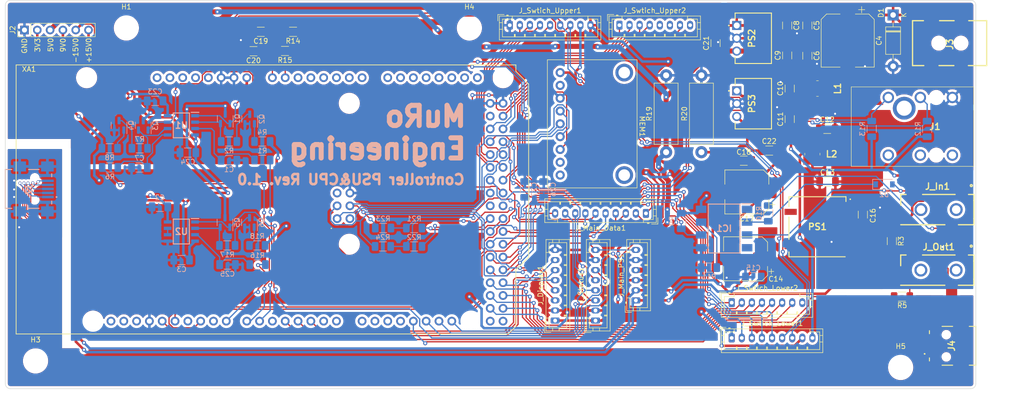
<source format=kicad_pcb>
(kicad_pcb (version 20211014) (generator pcbnew)
  (layers (0 "F.Cu" signal) (31 "B.Cu" signal) (34 "B.Paste" user) (35 "F.Paste" user) (36 "B.SilkS" user "B.Silkscreen") (37 "F.SilkS" user "F.Silkscreen") (38 "B.Mask" user) (39 "F.Mask" user) (44 "Edge.Cuts" user))
  (net 0 "")
  (net 2 "Net-(C1-Pad1)")
  (net 3 "GND")
  (net 4 "/VDD15V0")
  (net 6 "/VSS15V0")
  (net 7 "/VDD9V0")
  (net 8 "Net-(C7-Pad1)")
  (net 9 "Net-(D2-Pad1)")
  (net 14 "/DualSupply_In")
  (net 16 "Net-(J_Out1-Pad2)")
  (net 17 "Net-(J_Out1-Pad3)")
  (net 27 "/Vref_bl")
  (net 28 "Net-(Q1-Pad2)")
  (net 29 "Net-(Q2-Pad1)")
  (net 30 "Net-(C25-Pad1)")
  (net 32 "Net-(Q2-Pad3)")
  (net 36 "/EN_SPL_Matrix")
  (net 38 "/Vref_ge")
  (net 55 "Net-(Q3-Pad2)")
  (net 56 "Net-(Q4-Pad1)")
  (net 57 "Net-(Q4-Pad3)")
  (net 58 "/Vref_bl_pwm")
  (net 59 "/VDD3V3")
  (net 60 "/MidiOut")
  (net 61 "/Vref_ge_pwm")
  (net 62 "/Expr_1")
  (net 63 "/Expr_2")
  (net 64 "/CS_Display")
  (net 65 "/CS_Fram")
  (net 66 "/MidiIn")
  (net 67 "/SDA")
  (net 68 "/SCL")
  (net 69 "/SW1")
  (net 72 "/SW2")
  (net 73 "/SW3")
  (net 74 "/SW4")
  (net 75 "/SW5")
  (net 76 "/SW6")
  (net 77 "/SW_Ext1")
  (net 78 "/SW_Ext2")
  (net 79 "/SW7")
  (net 80 "/SW8")
  (net 81 "/SW9")
  (net 82 "/USB1")
  (net 83 "/USB2")
  (net 84 "/USB3")
  (net 85 "/USB4")
  (net 86 "/USB5")
  (net 87 "/USB_Outer")
  (net 88 "/SW10")
  (net 89 "/MISO")
  (net 90 "/MOSI")
  (net 91 "/SCK")
  (net 94 "Net-(IC1-Pad7)")
  (net 96 "Net-(J_In1-Pad3)")
  (net 100 "/VDD5V0")
  (net 101 "Net-(C10-Pad1)")
  (net 102 "Net-(D2-Pad2)")
  (net 107 "/ID_Select_Display")
  (net 108 "/Reset_Display")
  (net 109 "/RCLK_MATRIX")
  (net 110 "/SEL_Matrix")
  (net 111 "Net-(J_Main_Data1-Pad6)")
  (net 112 "Net-(J_Main_Data1-Pad7)")
  (net 113 "/Data_Matrix")
  (net 114 "/CLK_Matrix")
  (net 116 "/INT_Matrix")
  (net 117 "/INT_Status")
  (net 118 "/RCLK_Lower")
  (net 119 "/SRCLR_Lower")
  (net 120 "/SRCLK_Lower")
  (net 121 "/SER_Lower")
  (net 122 "/OE_Lower")
  (net 123 "/SER_Out_Lower")
  (net 124 "/RCLK_Upper")
  (net 125 "/SRCLR_Upper")
  (net 126 "/SRCLK_Upper")
  (net 127 "/SER_Upper")
  (net 130 "/OE_Upper")
  (net 131 "/SER_Out_Upper")
  (net 132 "/Expr_1_In")
  (net 133 "/Expr_2_In")
  (net 134 "/Vref_status")
  (net 135 "Net-(Q5-Pad2)")
  (net 136 "Net-(Q6-Pad1)")
  (net 137 "Net-(Q6-Pad3)")
  (net 138 "/Vref_status_pwm")
  (net 139 "Net-(U2-Pad6)")
  (net 140 "/I2C_Reset")
  (footprint "Capacitor_SMD:C_1206_3216Metric_Pad1.33x1.80mm_HandSolder" (layer "F.Cu") (at 96.65 68.75 180)
    (fp_text reference "C19")
    (fp_text value "100n")
  )
  (footprint "Resistor_SMD:R_1206_3216Metric_Pad1.30x1.75mm_HandSolder" (layer "F.Cu") (at 103.05 68.75 180)
    (fp_text reference "R14")
    (fp_text value "1k")
  )
  (footprint "Capacitor_SMD:C_1206_3216Metric_Pad1.33x1.80mm_HandSolder" (layer "F.Cu") (at 201 73.4375 90)
    (fp_text reference "C9")
    (fp_text value "22u")
  )
  (footprint "Capacitor_SMD:C_1206_3216Metric_Pad1.33x1.80mm_HandSolder" (layer "F.Cu") (at 186.8 71 90)
    (fp_text reference "C21")
    (fp_text value "100n")
  )
  (footprint "KiCad_Libs:MountingHole_4mm" (layer "F.Cu") (at 52 134)
    (fp_text reference "H3")
    (fp_text value "MountingHole")
  )
  (footprint "Capacitor_SMD:C_1206_3216Metric_Pad1.33x1.80mm_HandSolder" (layer "F.Cu") (at 209 98.45)
    (fp_text reference "C13")
    (fp_text value "22u")
  )
  (footprint "Connector_JST:JST_PH_B10B-PH-K_1x10_P2.00mm_Vertical" (layer "F.Cu") (at 173 104.75 180)
    (fp_text reference "J_Main_Data1")
    (fp_text value "Conn_01x10")
  )
  (footprint "SamacSys_Parts:SJ-3524-SMT-TR" (layer "F.Cu") (at 238.0115 107 180)
    (fp_text reference "J_In1")
    (fp_text value "SJ-3524-SMT-TR" hide)
  )
  (footprint "Resistor_SMD:R_1206_3216Metric_Pad1.30x1.75mm_HandSolder" (layer "F.Cu") (at 221.75 110.25 -90)
    (fp_text reference "R3")
    (fp_text value "33")
  )
  (footprint "Connector_JST:JST_PH_B8B-PH-K_1x08_P2.00mm_Vertical" (layer "F.Cu") (at 167.75 67.44)
    (fp_text reference "J_Swtich_Upper2")
    (fp_text value "Conn_01x08")
  )
  (footprint "Connector_JST:JST_PH_B9B-PH-K_1x09_P2.00mm_Vertical" (layer "F.Cu") (at 190 129.45)
    (fp_text reference "J_Swtich_Lower1")
    (fp_text value "Conn_01x09")
  )
  (footprint "Resistor_THT:R_Axial_DIN0414_L11.9mm_D4.5mm_P15.24mm_Horizontal" (layer "F.Cu") (at 177 92.62 90)
    (fp_text reference "R19")
    (fp_text value "100")
  )
  (footprint "Connector_JST:JST_PH_B8B-PH-K_1x08_P2.00mm_Vertical" (layer "F.Cu") (at 190 122.45)
    (fp_text reference "J_Swtich_Lower2")
    (fp_text value "Conn_01x08")
  )
  (footprint "FRam:Adafruit_FRam_2M" (layer "F.Cu") (at 156 87 -90)
    (fp_text reference "MEM1")
    (fp_text value "Adafruit_Fram_2M")
  )
  (footprint "Resistor_THT:R_Axial_DIN0414_L11.9mm_D4.5mm_P15.24mm_Horizontal" (layer "F.Cu") (at 184 92.62 90)
    (fp_text reference "R20")
    (fp_text value "68")
  )
  (footprint "Resistor_SMD:R_1206_3216Metric_Pad1.30x1.75mm_HandSolder" (layer "F.Cu") (at 223.75 121.25)
    (fp_text reference "R5")
    (fp_text value "10")
  )
  (footprint "Capacitor_SMD:C_1206_3216Metric_Pad1.33x1.80mm_HandSolder" (layer "F.Cu") (at 201.5 80 90)
    (fp_text reference "C10")
    (fp_text value "10u")
  )
  (footprint "Capacitor_SMD:C_1206_3216Metric_Pad1.33x1.80mm_HandSolder" (layer "F.Cu") (at 208.9375 88)
    (fp_text reference "C12")
    (fp_text value "22u")
  )
  (footprint "Connector_PinHeader_2.54mm:PinHeader_1x06_P2.54mm_Vertical" (layer "F.Cu") (at 49.8 68.4 90)
    (fp_text reference "J2")
    (fp_text value "Conn_01x06")
  )
  (footprint "Capacitor_SMD:CP_Elec_8x10.5" (layer "F.Cu") (at 192.75 113.75 180)
    (fp_text reference "C14")
    (fp_text value "47u")
  )
  (footprint "SamacSys_Parts:ACJSMHOP" (layer "F.Cu") (at 238 94.6)
    (fp_text reference "J1")
    (fp_text value "ACJS-MHOP" hide)
  )
  (footprint "Capacitor_SMD:CP_Elec_8x10.5" (layer "F.Cu") (at 193 100.5 180)
    (fp_text reference "C17")
    (fp_text value "47u")
  )
  (footprint "Arduino:Arduino_Due_Shield" (layer "F.Cu") (at 48.1525 130.5125)
    (fp_text reference "XA1")
    (fp_text value "Arduino_Due_Shield")
  )
  (footprint "Connector_JST:JST_PH_B9B-PH-K_1x09_P2.00mm_Vertical" (layer "F.Cu") (at 146 67.45)
    (fp_text reference "J_Swtich_Upper1")
    (fp_text value "Conn_01x09")
  )
  (footprint "Capacitor_SMD:C_1206_3216Metric_Pad1.33x1.80mm_HandSolder" (layer "F.Cu") (at 197.4375 92.3)
    (fp_text reference "C22")
    (fp_text value "100n")
  )
  (footprint "SamacSys_Parts:TCK151" (layer "F.Cu") (at 206 93 180)
    (fp_text reference "L2")
    (fp_text value "TCK-151" hide)
  )
  (footprint "SamacSys_Parts:SJ-3524-SMT-TR" (layer "F.Cu") (at 238 119 180)
    (fp_text reference "J_Out1")
    (fp_text value "SJ-3524-SMT-TR" hide)
  )
  (footprint "Diode_THT:D_DO-41_SOD81_P10.16mm_Horizontal" (layer "F.Cu") (at 222 65.42 -90)
    (fp_text reference "D1")
    (fp_text value "1N4001")
  )
  (footprint "Capacitor_SMD:C_1206_3216Metric_Pad1.33x1.80mm_HandSolder" (layer "F.Cu") (at 201 67.5 -90)
    (fp_text reference "C8")
    (fp_text value "10u")
  )
  (footprint "SamacSys_Parts:FC68148S_2" (layer "F.Cu") (at 235.45 71 90)
    (fp_text reference "J3")
    (fp_text value "FC68148S" hide)
  )
  (footprint "Capacitor_SMD:CP_Elec_10x10" (layer "F.Cu") (at 213 70.5 -90)
    (fp_text reference "C4")
    (fp_text value "220u")
  )
  (footprint "Capacitor_SMD:C_1206_3216Metric_Pad1.33x1.80mm_HandSolder" (layer "F.Cu") (at 216 105 90)
    (fp_text reference "C16")
    (fp_text value "180p")
  )
  (footprint "Capacitor_SMD:C_1206_3216Metric_Pad1.33x1.80mm_HandSolder" (layer "F.Cu") (at 201.5 86.0625 90)
    (fp_text reference "C11")
    (fp_text value "22u")
  )
  (footprint "Capacitor_SMD:C_1206_3216Metric_Pad1.33x1.80mm_HandSolder" (layer "F.Cu") (at 95.2 72.6 180)
    (fp_text reference "C20")
    (fp_text value "100n")
  )
  (footprint "SamacSys_Parts:TCK147" (layer "F.Cu") (at 207 80 -90)
    (fp_text reference "L1")
    (fp_text value "TCK-146" hide)
  )
  (footprint "SamacSys_Parts:LMO78_0505" (layer "F.Cu") (at 191.01 80.46 -90)
    (fp_text reference "PS3")
    (fp_text value "LMO78_03-0.5" hide)
  )
  (footprint "SamacSys_Parts:TRS20922" (layer "F.Cu") (at 207 107.4)
    (fp_text reference "PS1")
    (fp_text value "TRS_2-0923" hide)
  )
  (footprint "KiCad_Libs:MountingHole_4mm" (layer "F.Cu") (at 70 68)
    (fp_text reference "H1")
    (fp_text value "MountingHole")
  )
  (footprint "Connector_JST:JST_PH_B8B-PH-K_1x08_P2.00mm_Vertical" (layer "F.Cu") (at 155 126 90)
    (fp_text reference "J_Display1")
    (fp_text value "Conn_01x08")
  )
  (footprint "SamacSys_Parts:USB206605RBHM15STB0001A" (layer "F.Cu") (at 233.8 131 90)
    (fp_text reference "J4")
    (fp_text value "USB2066-05-RBHM-15-STB-00-01-A" hide)
  )
  (footprint "Capacitor_SMD:C_1206_3216Metric_Pad1.33x1.80mm_HandSolder" (layer "F.Cu") (at 192.4 94.3 180)
    (fp_text reference "C18")
    (fp_text value "100n")
  )
  (footprint "Connector_JST:JST_PH_B8B-PH-K_1x08_P2.00mm_Vertical" (layer "F.Cu") (at 163 126 90)
    (fp_text reference "J_Status1")
    (fp_text value "Conn_01x08")
  )
  (footprint "KiCad_Libs:MountingHole_4mm" (layer "F.Cu") (at 138 68)
    (fp_text reference "H4")
    (fp_text value "MountingHole")
  )
  (footprint "SamacSys_Parts:LMO78_0505" (layer "F.Cu") (at 191 67.5 -90)
    (fp_text reference "PS2")
    (fp_text value "LMO78_05-0.5" hide)
  )
  (footprint "Resistor_SMD:R_1206_3216Metric_Pad1.30x1.75mm_HandSolder" (layer "F.Cu") (at 101.45 72.55 180)
    (fp_text reference "R15")
    (fp_text value "1k")
  )
  (footprint "Capacitor_SMD:C_1206_3216Metric_Pad1.33x1.80mm_HandSolder" (layer "F.Cu") (at 205 67.5 -90)
    (fp_text reference "C5")
    (fp_text value "2.2u")
  )
  (footprint "Capacitor_SMD:C_1206_3216Metric_Pad1.33x1.80mm_HandSolder" (layer "F.Cu") (at 205 73.5 -90)
    (fp_text reference "C6")
    (fp_text value "100n")
  )
  (footprint "KiCad_Libs:MountingHole_4mm" (layer "F.Cu") (at 223.5 135.3)
    (fp_text reference "H5")
    (fp_text value "MountingHole")
  )
  (footprint "Connector_JST:JST_PH_B6B-PH-K_1x06_P2.00mm_Vertical" (layer "F.Cu") (at 171 122 90)
    (fp_text reference "J_Main_PS1")
    (fp_text value "Conn_01x06")
  )
  (footprint "Package_TO_SOT_SMD:SOT-23" (layer "B.Cu") (at 73.35 87.3 90)
    (fp_text reference "Q3")
    (fp_text value "BC847")
  )
  (footprint "Resistor_SMD:R_1206_3216Metric_Pad1.30x1.75mm_HandSolder" (layer "B.Cu") (at 96.95 94.15 180)
    (fp_text reference "R1")
    (fp_text value "33k")
  )
  (footprint "Resistor_SMD:R_1206_3216Metric_Pad1.30x1.75mm_HandSolder" (layer "B.Cu") (at 66.75 95.65)
    (fp_text reference "R6")
    (fp_text value "33k")
  )
  (footprint "Capacitor_SMD:C_1206_3216Metric_Pad1.33x1.80mm_HandSolder" (layer "B.Cu") (at 152.75 100 90)
    (fp_text reference "C26")
    (fp_text value "100n")
  )
  (footprint "Capacitor_SMD:C_1206_3216Metric_Pad1.33x1.80mm_HandSolder" (layer "B.Cu") (at 90.05 114.9)
    (fp_text reference "C25")
    (fp_text value "1u")
  )
  (footprint "Resistor_SMD:R_1206_3216Metric_Pad1.30x1.75mm_HandSolder" (layer "B.Cu") (at 185.5 115.5)
    (fp_text reference "R11")
    (fp_text value "1k")
  )
  (footprint "Package_TO_SOT_SMD:SOT-23" (layer "B.Cu") (at 94.45 86.05 90)
    (fp_text reference "Q2")
    (fp_text value "2N7002")
  )
  (footprint "Resistor_SMD:R_1206_3216Metric_Pad1.30x1.75mm_HandSolder" (layer "B.Cu") (at 217.75 88 -90)
    (fp_text reference "R13")
    (fp_text value "100k")
  )
  (footprint "Package_TO_SOT_SMD:SOT-23" (layer "B.Cu") (at 89.6 86 90)
    (fp_text reference "Q1")
    (fp_text value "BC847")
  )
  (footprint "Capacitor_SMD:C_1206_3216Metric_Pad1.33x1.80mm_HandSolder" (layer "B.Cu") (at 80.95 114)
    (fp_text reference "C3")
    (fp_text value "100n")
  )
  (footprint "Package_TO_SOT_SMD:SOT-23" (layer "B.Cu") (at 94.4 106.55 90)
    (fp_text reference "Q6")
    (fp_text value "2N7002")
  )
  (footprint "Resistor_SMD:R_1206_3216Metric_Pad1.30x1.75mm_HandSolder" (layer "B.Cu") (at 90 111.1)
    (fp_text reference "R17")
    (fp_text value "330")
  )
  (footprint "SamacSys_Parts:USB206605RBHM15STB0001A" (layer "B.Cu") (at 50.6 99.9 90)
    (fp_text reference "J7")
    (fp_text value "USB2066-05-RBHM-15-STB-00-01-A" hide)
  )
  (footprint "Package_TO_SOT_SMD:SOT-23" (layer "B.Cu") (at 68.55 87.3 90)
    (fp_text reference "Q4")
    (fp_text value "2N7002")
  )
  (footprint "Resistor_SMD:R_1206_3216Metric_Pad1.30x1.75mm_HandSolder" (layer "B.Cu") (at 127.05 107.65 180)
    (fp_text reference "R21")
    (fp_text value "0")
  )
  (footprint "SamacSys_Parts:SOP254P1016X460-8N" (layer "B.Cu") (at 188.5 107.75 180)
    (fp_text reference "IC1")
    (fp_text value "6N138S" hide)
  )
  (footprint "Resistor_SMD:R_1206_3216Metric_Pad1.30x1.75mm_HandSolder" (layer "B.Cu") (at 228.75 88 -90)
    (fp_text reference "R12")
    (fp_text value "100k")
  )
  (footprint "Resistor_SMD:R_1206_3216Metric_Pad1.30x1.75mm_HandSolder" (layer "B.Cu") (at 90.35 90.5)
    (fp_text reference "R2")
    (fp_text value "330")
  )
  (footprint "Resistor_SMD:R_1206_3216Metric_Pad1.30x1.75mm_HandSolder" (layer "B.Cu") (at 120.85 111.3 180)
    (fp_text reference "R24")
    (fp_text value "0")
  )
  (footprint "SamacSys_Parts:SOIC127P600X175-8N" (layer "B.Cu") (at 80.9 108.35 180)
    (fp_text reference "U2")
    (fp_text value "TL072" hide)
  )
  (footprint "Resistor_SMD:R_1206_3216Metric_Pad1.30x1.75mm_HandSolder" (layer "B.Cu") (at 66.7 91.85)
    (fp_text reference "R8")
    (fp_text value "10k")
  )
  (footprint "Resistor_SMD:R_1206_3216Metric_Pad1.30x1.75mm_HandSolder" (layer "B.Cu") (at 96 114.9 180)
    (fp_text reference "R16")
    (fp_text value "33k")
  )
  (footprint "SamacSys_Parts:SOIC127P600X175-8N" (layer "B.Cu") (at 80.9 87.3 180)
    (fp_text reference "U1")
    (fp_text value "TL072" hide)
  )
  (footprint "Resistor_SMD:R_1206_3216Metric_Pad1.30x1.75mm_HandSolder" (layer "B.Cu") (at 180 106.25 -90)
    (fp_text reference "R9")
    (fp_text value "470")
  )
  (footprint "Capacitor_SMD:C_1206_3216Metric_Pad1.33x1.80mm_HandSolder" (layer "B.Cu") (at 75.7 82.45 180)
    (fp_text reference "C23")
    (fp_text value "100n")
  )
  (footprint "Diode_SMD:D_SOD-123" (layer "B.Cu") (at 220.2 99)
    (fp_text reference "D2")
    (fp_text value "1N4148")
  )
  (footprint "Resistor_SMD:R_1206_3216Metric_Pad1.30x1.75mm_HandSolder" (layer "B.Cu") (at 96.95 90.5 180)
    (fp_text reference "R4")
    (fp_text value "10k")
  )
  (footprint "Capacitor_SMD:C_1206_3216Metric_Pad1.33x1.80mm_HandSolder" (layer "B.Cu") (at 72.6 95.65 180)
    (fp_text reference "C7")
    (fp_text value "1u")
  )
  (footprint "Resistor_SMD:R_1206_3216Metric_Pad1.30x1.75mm_HandSolder" (layer "B.Cu") (at 197.25 104.75 -90)
    (fp_text reference "R10")
    (fp_text value "33")
  )
  (footprint "Capacitor_SMD:C_1206_3216Metric_Pad1.33x1.80mm_HandSolder" (layer "B.Cu") (at 82.2 92.7)
    (fp_text reference "C24")
    (fp_text value "100n")
  )
  (footprint "Capacitor_SMD:C_1206_3216Metric_Pad1.33x1.80mm_HandSolder" (layer "B.Cu") (at 194.3 117.4 180)
    (fp_text reference "C15")
    (fp_text value "100n")
  )
  (footprint "Capacitor_SMD:C_1206_3216Metric_Pad1.33x1.80mm_HandSolder" (layer "B.Cu") (at 76.65 103.45 180)
    (fp_text reference "C2")
    (fp_text value "100n")
  )
  (footprint "Package_TO_SOT_SMD:SOT-23" (layer "B.Cu") (at 89.55 106.55 90)
    (fp_text reference "Q5")
    (fp_text value "BC847")
  )
  (footprint "Resistor_SMD:R_1206_3216Metric_Pad1.30x1.75mm_HandSolder" (layer "B.Cu") (at 72.65 91.85 180)
    (fp_text reference "R7")
    (fp_text value "330")
  )
  (footprint "Resistor_SMD:R_1206_3216Metric_Pad1.30x1.75mm_HandSolder" (layer "B.Cu") (at 95.95 111.1 180)
    (fp_text reference "R18")
    (fp_text value "10k")
  )
  (footprint "Capacitor_SMD:C_1206_3216Metric_Pad1.33x1.80mm_HandSolder" (layer "B.Cu") (at 149 100 90)
    (fp_text reference "C27")
    (fp_text value "100n")
  )
  (footprint "Resistor_SMD:R_1206_3216Metric_Pad1.30x1.75mm_HandSolder" (layer "B.Cu") (at 127.05 111.3 180)
    (fp_text reference "R22")
    (fp_text value "0")
  )
  (footprint "Resistor_SMD:R_1206_3216Metric_Pad1.30x1.75mm_HandSolder" (layer "B.Cu") (at 120.9 107.65 180)
    (fp_text reference "R23")
    (fp_text value "0")
  )
  (footprint "Capacitor_SMD:C_1206_3216Metric_Pad1.33x1.80mm_HandSolder" (layer "B.Cu") (at 90.35 94.2)
    (fp_text reference "C1")
    (fp_text value "1u")
  )
  (gr_line (start 237.4 139.5) (end 180 139.5) (layer "Edge.Cuts") (width 0.1))
  (gr_line (start 46 63.5) (end 46 138.5) (layer "Edge.Cuts") (width 0.1))
  (gr_line (start 238.4 63.5) (end 238.4 138.5) (layer "Edge.Cuts") (width 0.1))
  (gr_line (start 180 139.5) (end 47 139.5) (layer "Edge.Cuts") (width 0.1))
  (gr_line (start 47 62.5) (end 237.4 62.5) (layer "Edge.Cuts") (width 0.1))
  (gr_arc (start 237.4 62.5) (mid 238.107107 62.792893) (end 238.4 63.5) (layer "Edge.Cuts") (width 0.1))
  (gr_arc (start 238.4 138.5) (mid 238.107107 139.207107) (end 237.4 139.5) (layer "Edge.Cuts") (width 0.1))
  (gr_arc (start 47 139.5) (mid 46.292893 139.207107) (end 46 138.5) (layer "Edge.Cuts") (width 0.1))
  (gr_arc (start 46 63.5) (mid 46.292893 62.792893) (end 47 62.5) (layer "Edge.Cuts") (width 0.1))
  (gr_text "MuRo \nEngineering" (at 137.85 88.75) (layer "B.SilkS") (effects (font (size 4 4) (thickness 1)) (justify left mirror)))
  (gr_text "Controller PSU&CPU Rev. 1.0" (at 114.5 98.05) (layer "B.SilkS") (effects (font (size 2 2) (thickness 0.5)) (justify mirror)))
  (gr_text "9V0" (at 57.45 71.4 90) (layer "F.SilkS") (effects (font (size 1 1))))
  (gr_text "3V3" (at 52.4 71.4 90) (layer "F.SilkS") (effects (font (size 1 1))))
  (gr_text "GND" (at 49.8 71.55 90) (layer "F.SilkS") (effects (font (size 1 1))))
  (gr_text "5V0" (at 55 71.35 90) (layer "F.SilkS") (effects (font (size 1 1))))
  (gr_text "+15V0" (at 62.55 72.45 90) (layer "F.SilkS") (effects (font (size 1 1))))
  (gr_text "-15V0" (at 59.95 72.45 90) (layer "F.SilkS") (effects (font (size 1 1))))
  (segment (start 87.4 88.45) (end 86.885 87.935) (width 0.25) (layer "B.Cu") (net 2))
  (segment (start 86.885 87.935) (end 83.611 87.935) (width 0.25) (layer "B.Cu") (net 2))
  (segment (start 87.4 92.8125) (end 87.4 88.45) (width 0.25) (layer "B.Cu") (net 2))
  (segment (start 88.7875 94.2) (end 87.4 92.8125) (width 0.25) (layer "B.Cu") (net 2))
  (segment (start 94.22548 92.97548) (end 90.01202 92.97548) (width 0.25) (layer "B.Cu") (net 2))
  (segment (start 90.01202 92.97548) (end 88.7875 94.2) (width 0.25) (layer "B.Cu") (net 2))
  (segment (start 95.4 94.15) (end 94.22548 92.97548) (width 0.25) (layer "B.Cu") (net 2))
  (segment (start 235.6 112.3) (end 232.7 112.3) (width 0.5) (layer "F.Cu") (net 3))
  (segment (start 196.7 100.5) (end 196.7 96.8) (width 0.5) (layer "F.Cu") (net 3))
  (segment (start 186.8 69.4375) (end 186.8 70.3) (width 0.5) (layer "F.Cu") (net 3))
  (segment (start 161 112) (end 163 114) (width 0.5) (layer "F.Cu") (net 3))
  (segment (start 206.8625 75.0625) (end 206.9 75.1) (width 0.5) (layer "F.Cu") (net 3))
  (segment (start 199.7 78.7) (end 201.2375 78.7) (width 0.5) (layer "F.Cu") (net 3))
  (segment (start 222 75.58) (end 216.42 75.58) (width 0.5) (layer "F.Cu") (net 3))
  (segment (start 205 75.0625) (end 206.8625 75.0625) (width 0.5) (layer "F.Cu") (net 3))
  (segment (start 199 92.3) (end 199 94.5) (width 0.5) (layer "F.Cu") (net 3))
  (segment (start 201.625 78.4375) (end 205 75.0625) (width 0.5) (layer "F.Cu") (net 3))
  (segment (start 193.9625 96.1625) (end 193.9625 94.3) (width 0.5) (layer "F.Cu") (net 3))
  (segment (start 186.8 70.3) (end 187.3 70.8) (width 0.5) (layer "F.Cu") (net 3))
  (segment (start 201 71.875) (end 201.8125 71.875) (width 0.5) (layer "F.Cu") (net 3))
  (segment (start 228.63 75.58) (end 229.55 76.5) (width 0.5) (layer "F.Cu") (net 3))
  (segment (start 189.05 117.45) (end 189 117.5) (width 0.5) (layer "F.Cu") (net 3))
  (segment (start 212.32 110.25) (end 209.95 110.25) (width 0.5) (layer "F.Cu") (net 3))
  (segment (start 189.05 113.75) (end 189.05 108.15) (width 0.5) (layer "F.Cu") (net 3))
  (segment (start 216.42 75.58) (end 214.08 75.58) (width 0.5) (layer "F.Cu") (net 3))
  (segment (start 201.5 84.5) (end 199.8 84.5) (width 0.5) (layer "F.Cu") (net 3))
  (segment (start 209.95 110.25) (end 209.8 110.4) (width 0.5) (layer "F.Cu") (net 3))
  (segment (start 196.7 96.8) (end 197.25 96.25) (width 0.5) (layer "F.Cu") (net 3))
  (segment (start 196.65 96.75) (end 194.55 96.75) (width 0.5) (layer "F.Cu") (net 3))
  (segment (start 191 70.04) (end 200.0225 70.04) (width 0.5) (layer "F.Cu") (net 3))
  (segment (start 201 69.0625) (end 202.9375 69.0625) (width 0.5) (layer "F.Cu") (net 3))
  (segment (start 155 112) (end 161 112) (width 0.5) (layer "F.Cu") (net 3))
  (segment (start 219.4 103.6) (end 216.1625 103.6) (width 0.5) (layer "F.Cu") (net 3))
  (segment (start 93.6375 71.3375) (end 92.7 70.4) (width 0.5) (layer "F.Cu") (net 3))
  (segment (start 229.55 76.5) (end 235.55 76.5) (width 0.5) (layer "F.Cu") (net 3))
  (segment (start 199 94.5) (end 197.25 96.25) (width 0.5) (layer "F.Cu") (net 3))
  (segment (start 199.8 84.5) (end 199 83.7) (width 0.5) (layer "F.Cu") (net 3))
  (segment (start 210.5 88) (end 210.5 85) (width 0.5) (layer "F.Cu") (net 3))
  (segment (start 194.55 96.75) (end 193.9625 96.1625) (width 0.5) (layer "F.Cu") (net 3))
  (segment (start 196.7 96.8) (end 196.65 96.75) (width 0.5) (layer "F.Cu") (net 3))
  (segment (start 93.6375 72.6) (end 93.6375 71.3375) (width 0.5) (layer "F.Cu") (net 3))
  (segment (start 189.05 113.75) (end 189.05 117.45) (width 0.5) (layer "F.Cu") (net 3))
  (segment (start 201.8125 71.875) (end 205 75.0625) (width 0.5) (layer "F.Cu") (net 3))
  (segment (start 189.05 108.15) (end 196.7 100.5) (width 0.5) (layer "F.Cu") (net 3))
  (segment (start 200.0225 70.04) (end 201 69.0625) (width 0.5) (layer "F.Cu") (net 3))
  (segment (start 202.9375 69.0625) (end 205 69.0625) (width 0.5) (layer "F.Cu") (net 3))
  (segment (start 214.08 75.58) (end 213 74.5) (width 0.5) (layer "F.Cu") (net 3))
  (segment (start 222 75.58) (end 228.63 75.58) (width 0.5) (layer "F.Cu") (net 3))
  (segment (start 95.0875 68.75) (end 94.35 68.75) (width 0.5) (layer "F.Cu") (net 3))
  (segment (start 232.7 112.3) (end 231.8 111.4) (width 0.5) (layer "F.Cu") (net 3))
  (segment (start 94.35 68.75) (end 92.7 70.4) (width 0.5) (layer "F.Cu") (net 3))
  (via (at 219.4 103.6) (size 0.8) (drill 0.4) (layers "F.Cu" "B.Cu") (net 3))
  (via (at 216.42 75.58) (size 0.8) (drill 0.4) (layers "F.Cu" "B.Cu") (net 3))
  (via (at 206.9 75.1) (size 0.8) (drill 0.4) (layers "F.Cu" "B.Cu") (net 3))
  (via (at 210.5 85) (size 0.8) (drill 0.4) (layers "F.Cu" "B.Cu") (net 3))
  (via (at 209.8 110.4) (size 0.8) (drill 0.4) (layers "F.Cu" "B.Cu") (net 3))
  (via (at 199.7 78.7) (size 0.8) (drill 0.4) (layers "F.Cu" "B.Cu") (net 3))
  (via (at 187.3 70.8) (size 0.8) (drill 0.4) (layers "F.Cu" "B.Cu") (net 3))
  (via (at 189 117.5) (size 0.8) (drill 0.4) (layers "F.Cu" "B.Cu") (net 3))
  (via (at 202.9375 69.0625) (size 0.8) (drill 0.4) (layers "F.Cu" "B.Cu") (net 3))
  (via (at 231.8 111.4) (size 0.8) (drill 0.4) (layers "F.Cu" "B.Cu") (net 3))
  (via (at 199 83.7) (size 0.8) (drill 0.4) (layers "F.Cu" "B.Cu") (net 3))
  (via (at 92.7 70.4) (size 0.8) (drill 0.4) (layers "F.Cu" "B.Cu") (net 3))
  (segment (start 198.3 83) (end 199 83.7) (width 0.5) (layer "B.Cu") (net 3))
  (segment (start 207.38 75.58) (end 210.08 75.58) (width 0.5) (layer "B.Cu") (net 3))
  (segment (start 203.5625 69.0625) (end 210.08 75.58) (width 0.5) (layer "B.Cu") (net 3))
  (segment (start 199 79.4) (end 199.7 78.7) (width 0.5) (layer "B.Cu") (net 3))
  (segment (start 210.5 85) (end 210.5 81.5) (width 0.5) (layer "B.Cu") (net 3))
  (segment (start 218.6 110.4) (end 222.4 106.6) (width 0.5) (layer "B.Cu") (net 3))
  (segment (start 231.8 111.4) (end 227.2 111.4) (width 0.5) (layer "B.Cu") (net 3))
  (segment (start 92.7 70.4) (end 91.3325 71.7675) (width 0.5) (layer "B.Cu") (net 3))
  (segment (start 227.2 111.4) (end 222.4 106.6) (width 0.5) (layer "B.Cu") (net 3))
  (segment (start 189 117.5) (end 187 117.5) (width 0.5) (layer "B.Cu") (net 3))
  (segment (start 199 83.7) (end 199 79.4) (width 0.5) (layer "B.Cu") (net 3))
  (segment (start 190.24 70.8) (end 191 70.04) (width 0.5) (layer "B.Cu") (net 3))
  (segment (start 210.5 81.5) (end 216.42 75.58) (width 0.5) (layer "B.Cu") (net 3))
  (segment (start 185 115.5) (end 183.95 115.5) (width 0.5) (layer "B.Cu") (net 3))
  (segment (start 91.3325 71.7675) (end 91.3325 77.8525) (width 0.5) (layer "B.Cu") (net 3))
  (segment (start 222.4 106.6) (end 219.4 103.6) (width 0.5) (layer "B.Cu") (net 3))
  (segment (start 187.3 70.8) (end 190.24 70.8) (width 0.5) (layer "B.Cu") (net 3))
  (segment (start 183.95 115.5) (end 183.95 111.56) (width 0.5) (layer "B.Cu") (net 3))
  (segment (start 202.9375 69.0625) (end 203.5625 69.0625) (width 0.5) (layer "B.Cu") (net 3))
  (segment (start 187 117.5) (end 185 115.5) (width 0.5) (layer "B.Cu") (net 3))
  (segment (start 206.9 75.1) (end 207.38 75.58) (width 0.5) (layer "B.Cu") (net 3))
  (segment (start 191.01 83) (end 198.3 83) (width 0.5) (layer "B.Cu") (net 3))
  (segment (start 209.8 110.4) (end 218.6 110.4) (width 0.5) (layer "B.Cu") (net 3))
  (segment (start 210.08 75.58) (end 216.42 75.58) (width 0.5) (layer "B.Cu") (net 3))
  (segment (start 61.35 101.15) (end 61.65048 101.45048) (width 0.5) (layer "F.Cu") (net 4))
  (segment (start 61.65048 101.45048) (end 61.51025 101.45048) (width 0.5) (layer "F.Cu") (net 4))
  (segment (start 59.75 92.45) (end 59.75 99.55) (width 0.5) (layer "F.Cu") (net 4))
  (segment (start 171 122) (end 177.5 122) (width 0.5) (layer "F.Cu") (net 4))
  (segment (start 74.44952 101.45048) (end 74.75 101.15) (width 0.5) (layer "F.Cu") (net 4))
  (segment (start 59.75 99.55) (end 61.35 101.15) (width 0.5) (layer "F.Cu") (net 4))
  (segment (start 70.75 81.45) (end 62.5 73.2) (width 0.5) (layer "F.Cu") (net 4))
  (segment (start 61.51025 101.45048) (end 60.000001 102.960729) (width 0.5) (layer "F.Cu") (net 4))
  (segment (start 196.45 113.75) (end 190.6 119.6) (width 0.5) (layer "F.Cu") (net 4))
  (segment (start 62.5 73.2) (end 62.5 68.4) (width 0.5) (layer "F.Cu") (net 4))
  (segment (start 70.75 81.45) (end 59.75 92.45) (width 0.5) (layer "F.Cu") (net 4))
  (segment (start 61.65048 101.45048) (end 74.44952 101.45048) (width 0.5) (layer "F.Cu") (net 4))
  (segment (start 61.6 131.8) (end 60 130.2) (width 0.5) (layer "F.Cu") (net 4))
  (segment (start 60 130.2) (end 60.000001 102.960729) (width 0.5) (layer "F.Cu") (net 4))
  (via (at 61.6 131.8) (size 0.8) (drill 0.4) (layers "F.Cu" "B.Cu") (net 4))
  (via (at 74.75 101.15) (size 0.8) (drill 0.4) (layers "F.Cu" "B.Cu") (net 4))
  (via (at 70.75 81.45) (size 0.8) (drill 0.4) (layers "F.Cu" "B.Cu") (net 4))
  (via (at 177.5 122) (size 0.8) (drill 0.4) (layers "F.Cu" "B.Cu") (net 4))
  (via (at 190.6 119.6) (size 0.8) (drill 0.4) (layers "F.Cu" "B.Cu") (net 4))
  (segment (start 77.2625 82.45) (end 75.91298 81.10048) (width 0.5) (layer "B.Cu") (net 4))
  (segment (start 180.605764 118.894236) (end 185.858133 118.894236) (width 0.5) (layer "B.Cu") (net 4))
  (segment (start 75.05 101.45) (end 76.2125 101.45) (width 0.5) (layer "B.Cu") (net 4))
  (segment (start 78.189 106.445) (end 78.189 103.4735) (width 0.5) (layer "B.Cu") (net 4))
  (segment (start 78.189 83.3765) (end 77.2625 82.45) (width 0.5) (layer "B.Cu") (net 4))
  (segment (start 170.375 126.775) (end 164.9 132.25) (width 0.5) (layer "B.Cu") (net 4))
  (segment (start 193.6625 119.6) (end 195.8625 117.4) (width 0.5) (layer "B.Cu") (net 4))
  (segment (start 78.189 85.395) (end 78.189 83.3765) (width 0.5) (layer "B.Cu") (net 4))
  (segment (start 171 122) (end 170.375 122.625) (width 0.5) (layer "B.Cu") (net 4))
  (segment (start 185.858133 118.894236) (end 187.213897 120.25) (width 0.5) (layer "B.Cu") (net 4))
  (segment (start 164.9 132.25) (end 62.05 132.25) (width 0.5) (layer "B.Cu") (net 4))
  (segment (start 62.05 132.25) (end 61.6 131.8) (width 0.5) (layer "B.Cu") (net 4))
  (segment (start 170.375 122.625) (end 170.375 126.775) (width 0.5) (layer "B.Cu") (net 4))
  (segment (start 76.2125 101.45) (end 78.2125 103.45) (width 0.5) (layer "B.Cu") (net 4))
  (segment (start 74.75 101.15) (end 75.05 101.45) (width 0.5) (layer "B.Cu") (net 4))
  (segment (start 75.91298 81.10048) (end 71.09952 81.10048) (width 0.5) (layer "B.Cu") (net 4))
  (segment (start 187.213897 120.25) (end 189.95 120.25) (width 0.5) (layer "B.Cu") (net 4))
  (segment (start 189.95 120.25) (end 190.6 119.6) (width 0.5) (layer "B.Cu") (net 4))
  (segment (start 177.5 122) (end 180.605764 118.894236) (width 0.5) (layer "B.Cu") (net 4))
  (segment (start 190.6 119.6) (end 193.6625 119.6) (width 0.5) (layer "B.Cu") (net 4))
  (segment (start 71.09952 81.10048) (end 70.75 81.45) (width 0.5) (layer "B.Cu") (net 4))
  (segment (start 186.25 103.75) (end 186.25 117.25) (width 0.5) (layer "F.Cu") (net 6))
  (segment (start 189.67548 120.67548) (end 208.57452 120.67548) (width 0.5) (layer "F.Cu") (net 6))
  (segment (start 187.75 118.75) (end 189.67548 120.67548) (width 0.5) (layer "F.Cu") (net 6))
  (segment (start 81.2 102.15) (end 81.75 102.7) (width 0.5) (layer "F.Cu") (net 6))
  (segment (start 186.25 103.55) (end 186.25 103.75) (width 0.5) (layer "F.Cu") (net 6))
  (segment (start 177.75 120) (end 178 120.25) (width 0.5) (layer "F.Cu") (net 6))
  (segment (start 211.99 112.25) (end 211.32 112.92) (width 0.5) (layer "F.Cu") (net 6))
  (segment (start 189.3 97.3) (end 190.8375 95.7625) (width 0.5) (layer "F.Cu") (net 6))
  (segment (start 186.25 117.25) (end 187.75 118.75) (width 0.5) (layer "F.Cu") (net 6))
  (segment (start 83.7625 90.4625) (end 79 85.7) (width 0.5) (layer "F.Cu") (net 6))
  (segment (start 63.799511 67.861724) (end 63.038276 67.100489) (width 0.5) (layer "F.Cu") (net 6))
  (segment (start 211.32 117.93) (end 211.32 112.92) (width 0.5) (layer "F.Cu") (net 6))
  (segment (start 79 85.7) (end 74.498609 85.7) (width 0.5) (layer "F.Cu") (net 6))
  (segment (start 74.498609 85.7) (end 71.599511 82.800902) (width 0.5) (layer "F.Cu") (net 6))
  (segment (start 71.599511 82.800902) (end 71.599511 80.999511) (width 0.5) (layer "F.Cu") (net 6))
  (segment (start 61.6 130.4) (end 60.69952 129.49952) (width 0.5) (layer "F.Cu") (net 6))
  (segment (start 171 120) (end 177.75 120) (width 0.5) (layer "F.Cu") (net 6))
  (segment (start 71.599511 80.999511) (end 63.799511 73.199511) (width 0.5) (layer "F.Cu") (net 6))
  (segment (start 208.57452 120.67548) (end 211.32 117.93) (width 0.5) (layer "F.Cu") (net 6))
  (segment (start 211.32 112.92) (end 211.32 112.3) (width 0.5) (layer "F.Cu") (net 6))
  (segment (start 189.3 100.5) (end 186.25 103.55) (width 0.5) (layer "F.Cu") (net 6))
  (segment (start 60.69952 103.25048) (end 61.8 102.15) (width 0.5) (layer "F.Cu") (net 6))
  (segment (start 90.15 100.7) (end 83.75 100.7) (width 0.5) (layer "F.Cu") (net 6))
  (segment (start 60.69952 129.49952) (end 60.69952 103.25048) (width 0.5) (layer "F.Cu") (net 6))
  (segment (start 63.799511 73.199511) (end 63.799511 67.861724) (width 0.5) (layer "F.Cu") (net 6))
  (segment (start 61.259511 67.100489) (end 59.96 68.4) (width 0.5) (layer "F.Cu") (net 6))
  (segment (start 61.8 102.15) (end 81.2 102.15) (width 0.5) (layer "F.Cu") (net 6))
  (segment (start 189.3 100.5) (end 189.3 97.3) (width 0.5) (layer "F.Cu") (net 6))
  (segment (start 83.75 100.7) (end 81.75 102.7) (width 0.5) (layer "F.Cu") (net 6))
  (segment (start 190.8375 95.7625) (end 190.8375 94.3) (width 0.5) (layer "F.Cu") (net 6))
  (segment (start 63.038276 67.100489) (end 61.259511 67.100489) (width 0.5) (layer "F.Cu") (net 6))
  (via (at 61.6 130.4) (size 0.8) (drill 0.4) (layers "F.Cu" "B.Cu") (net 6))
  (via (at 83.7625 90.4625) (size 0.8) (drill 0.4) (layers "F.Cu" "B.Cu") (net 6))
  (via (at 187.75 118.75) (size 0.8) (drill 0.4) (layers "F.Cu" "B.Cu") (net 6))
  (via (at 178 120.25) (size 0.8) (drill 0.4) (layers "F.Cu" "B.Cu") (net 6))
  (via (at 81.75 102.7) (size 0.8) (drill 0.4) (layers "F.Cu" "B.Cu") (net 6))
  (via (at 90.15 100.7) (size 0.8) (drill 0.4) (layers "F.Cu" "B.Cu") (net 6))
  (segment (start 180.25 118) (end 186.51073 118) (width 0.5) (layer "B.Cu") (net 6))
  (segment (start 164.61025 131.55048) (end 62.75048 131.55048) (width 0.5) (layer "B.Cu") (net 6))
  (segment (start 187.26073 118.75) (end 187.75 118.75) (width 0.5) (layer "B.Cu") (net 6))
  (segment (start 82.5125 114) (end 82.5125 111.3535) (width 0.5) (layer "B.Cu") (net 6))
  (segment (start 81.3 103.15) (end 81.3 112.7875) (width 0.5) (layer "B.Cu") (net 6))
  (segment (start 171 120) (end 169.67548 121.32452) (width 0.5) (layer "B.Cu") (net 6))
  (segment (start 83.611 89.205) (end 83.7625 89.3565) (width 0.5) (layer "B.Cu") (net 6))
  (segment (start 82.5125 111.3535) (end 83.611 110.255) (width 0.5) (layer "B.Cu") (net 6))
  (segment (start 169.67548 121.32452) (end 169.67548 126.48525) (width 0.5) (layer "B.Cu") (net 6))
  (segment (start 169.67548 126.48525) (end 164.61025 131.55048) (width 0.5) (layer "B.Cu") (net 6))
  (segment (start 62.75048 131.55048) (end 61.6 130.4) (width 0.5) (layer "B.Cu") (net 6))
  (segment (start 186.51073 118) (end 187.26073 118.75) (width 0.5) (layer "B.Cu") (net 6))
  (segment (start 83.7625 94.3125) (end 90.15 100.7) (width 0.5) (layer "B.Cu") (net 6))
  (segment (start 83.7625 92.7) (end 83.7625 94.3125) (width 0.5) (layer "B.Cu") (net 6))
  (segment (start 178 120.25) (end 180.25 118) (width 0.5) (layer "B.Cu") (net 6))
  (segment (start 83.7625 92.7) (end 83.7625 90.4625) (width 0.5) (layer "B.Cu") (net 6))
  (segment (start 81.75 102.7) (end 81.3 103.15) (width 0.5) (layer "B.Cu") (net 6))
  (segment (start 83.7625 89.3565) (end 83.7625 90.4625) (width 0.5) (layer "B.Cu") (net 6))
  (segment (start 81.3 112.7875) (end 82.5125 114) (width 0.5) (layer "B.Cu") (net 6))
  (segment (start 155 126) (end 163 126) (width 0.5) (layer "F.Cu") (net 7))
  (segment (start 208.25 87.125) (end 208.25 80) (width 0.5) (layer "F.Cu") (net 7))
  (segment (start 214.08 65.42) (end 213 66.5) (width 0.5) (layer "F.Cu") (net 7))
  (segment (start 207.375 88) (end 207.375 90.375) (width 0.5) (layer "F.Cu") (net 7))
  (segment (start 222 65.42) (end 224.029511 67.449511) (width 0.5) (layer "F.Cu") (net 7))
  (segment (start 176.277469 105.492633) (end 176.277469 102.151263) (width 0.5) (layer "F.Cu") (net 7))
  (segment (start 205.3625 71.9375) (end 206.9 70.4) (width 0.5) (layer "F.Cu") (net 7))
  (segment (start 213 66.5) (end 206.9 66.5) (width 0.5) (layer "F.Cu") (net 7))
  (segment (start 176.50048 101.928252) (end 176.50048 98.648248) (width 0.5) (layer "F.Cu") (net 7))
  (segment (start 208.25 80) (end 208.25 75.1875) (width 0.5) (layer "F.Cu") (net 7))
  (segment (start 224.029511 67.449511) (end 233.600489 67.449511) (width 0.5) (layer "F.Cu") (net 7))
  (segment (start 199.4375 67.5) (end 201 65.9375) (width 0.5) (layer "F.Cu") (net 7))
  (segment (start 175.650969 96.993793) (end 174.55048 95.893304) (width 0.5) (layer "F.Cu") (net 7))
  (segment (start 207.375 90.375) (end 206 91.75) (width 0.5) (layer "F.Cu") (net 7))
  (segment (start 167.406247 122.843753) (end 167.406247 121.843753) (width 0.5) (layer "F.Cu") (net 7))
  (segment (start 89.6 83.45) (end 93.8725 79.1775) (width 0.5) (layer "F.Cu") (net 7))
  (segment (start 208.25 75.1875) (end 205 71.9375) (width 0.5) (layer "F.Cu") (net 7))
  (segment (start 176.50048 98.648248) (end 175.650969 97.798737) (width 0.5) (layer "F.Cu") (net 7))
  (segment (start 206.9 70.4) (end 206.9 66.5) (width 0.5) (layer "F.Cu") (net 7))
  (segment (start 74.8 84.8) (end 81.3 84.8) (width 0.5) (layer "F.Cu") (net 7))
  (segment (start 175.85 106.170102) (end 175.85 105.920102) (width 0.5) (layer "F.Cu") (net 7))
  (segment (start 207.375 88) (end 208.25 87.125) (width 0.5) (layer "F.Cu") (net 7))
  (segment (start 177.403619 74.643619) (end 184.547238 67.5) (width 0.5) (layer "F.Cu") (net 7))
  (segment (start 173.345102 108.675) (end 175.85 106.170102) (width 0.5) (layer "F.Cu") (net 7))
  (segment (start 167.406247 121.843753) (end 167.5 121.75) (width 0.5) (layer "F.Cu") (net 7))
  (segment (start 164.25 126) (end 167.406247 122.843753) (width 0.5) (layer "F.Cu") (net 7))
  (segment (start 205 65.9375) (end 201 65.9375) (width 0.5) (layer "F.Cu") (net 7))
  (segment (start 167.5 111.75) (end 170.575 108.675) (width 0.5) (layer "F.Cu") (net 7))
  (segment (start 174.55048 77.496758) (end 177.403619 74.643619) (width 0.5) (layer "F.Cu") (net 7))
  (segment (start 174.55048 95.893304) (end 174.55048 77.496758) (width 0.5) (layer "F.Cu") (net 7))
  (segment (start 233.600489 67.449511) (end 235.55 65.5) (width 0.5) (layer "F.Cu") (net 7))
  (segment (start 175.650969 97.798737) (end 175.650969 96.993793) (width 0.5) (layer "F.Cu") (net 7))
  (segment (start 170.575 108.675) (end 173.345102 108.675) (width 0.5) (layer "F.Cu") (net 7))
  (segment (start 184.547238 67.5) (end 191 67.5) (width 0.5) (layer "F.Cu") (net 7))
  (segment (start 222 65.42) (end 214.08 65.42) (width 0.5) (layer "F.Cu") (net 7))
  (segment (start 203.51 109.52) (end 203.51 93.29) (width 0.5) (layer "F.Cu") (net 7))
  (segment (start 81.3 84.8) (end 82 84.1) (width 0.5) (layer "F.Cu") (net 7))
  (segment (start 167.5 112.75) (end 167.5 111.75) (width 0.5) (layer "F.Cu") (net 7))
  (segment (start 205.5625 66.5) (end 205 65.9375) (width 0.5) (layer "F.Cu") (net 7))
  (segment (start 175.85 105.920102) (end 176.277469 105.492633) (width 0.5) (layer "F.Cu") (net 7))
  (segment (start 206.9 66.5) (end 205.5625 66.5) (width 0.5) (layer "F.Cu") (net 7))
  (segment (start 93.8725 79.1775) (end 93.8725 77.8525) (width 0.5) (layer "F.Cu") (net 7))
  (segment (start 203.51 93.29) (end 205.05 91.75) (width 0.5) (layer "F.Cu") (net 7))
  (segment (start 176.277469 102.151263) (end 176.50048 101.928252) (width 0.5) (layer "F.Cu") (net 7))
  (segment (start 163 126) (end 164.25 126) (width 0.5) (layer "F.Cu") (net 7))
  (segment (start 191 67.5) (end 199.4375 67.5) (width 0.5) (layer "F.Cu") (net 7))
  (via (at 82 84.1) (size 0.8) (drill 0.4) (layers "F.Cu" "B.Cu") (net 7))
  (via (at 203.51 109.52) (size 0.8) (drill 0.4) (layers "F.Cu" "B.Cu") (net 7))
  (via (at 167.5 121.75) (size 0.8) (drill 0.4) (layers "F.Cu" "B.Cu") (net 7))
  (via (at 177.403619 74.643619) (size 0.8) (drill 0.4) (layers "F.Cu" "B.Cu") (net 7))
  (via (at 89.6 83.45) (size 0.8) (drill 0.4) (layers "F.Cu" "B.Cu") (net 7))
  (via (at 167.5 112.75) (size 0.8) (drill 0.4) (layers "F.Cu" "B.Cu") (net 7))
  (via (at 74.8 84.8) (size 0.8) (drill 0.4) (layers "F.Cu" "B.Cu") (net 7))
  (segment (start 167.5 121.75) (end 167.5 112.75) (width 0.5) (layer "B.Cu") (net 7))
  (segment (start 89.6 83.45) (end 82 83.45) (width 0.5) (layer "B.Cu") (net 7))
  (segment (start 89.6 85.0625) (end 89.6 83.45) (width 0.5) (layer "B.Cu") (net 7))
  (segment (start 82 91.45) (end 82.6 92.05) (width 0.5) (layer "B.Cu") (net 7))
  (segment (start 73.35 86.25) (end 74.8 84.8) (width 0.5) (layer "B.Cu") (net 7))
  (segment (start 82.6 94.7) (end 89.55 101.65) (width 0.5) (layer "B.Cu") (net 7))
  (segment (start 89.55 101.65) (end 89.55 105.6125) (width 0.5) (layer "B.Cu") (net 7))
  (segment (start 82 84.1) (end 82 91.45) (width 0.5) (layer "B.Cu") (net 7))
  (segment (start 162 67.45) (end 165.2 70.65) (width 0.5) (layer "B.Cu") (net 7))
  (segment (start 206 129.45) (end 206 112.01) (width 0.5) (layer "B.Cu") (net 7))
  (segment (start 168.3 70.65) (end 172.293619 74.643619) (width 0.5) (layer "B.Cu") (net 7))
  (segment (start 165.2 70.65) (end 168.3 70.65) (width 0.5) (layer "B.Cu") (net 7))
  (segment (start 206 112.01) (end 203.51 109.52) (width 0.5) (layer "B.Cu") (net 7))
  (segment (start 82 83.45) (end 82 84.1) (width 0.5) (layer "B.Cu") (net 7))
  (segment (start 82.6 92.05) (end 82.6 94.7) (width 0.5) (layer "B.Cu") (net 7))
  (segment (start 172.293619 74.643619) (end 177.403619 74.643619) (width 0.5) (layer "B.Cu") (net 7))
  (segment (start 68.3 95.65) (end 69.52452 94.42548) (width 0.25) (layer "B.Cu") (net 8))
  (segment (start 72.93798 94.42548) (end 74.1625 95.65) (width 0.25) (layer "B.Cu") (net 8))
  (segment (start 74.1625 95.65) (end 74.1625 93.724993) (width 0.25) (layer "B.Cu") (net 8))
  (segment (start 69.52452 94.42548) (end 72.93798 94.42548) (width 0.25) (layer "B.Cu") (net 8))
  (segment (start 74.1625 93.724993) (end 75.17452 92.712973) (width 0.25) (layer "B.Cu") (net 8))
  (segment (start 75.17452 91.07548) (end 77.045 89.205) (width 0.25) (layer "B.Cu") (net 8))
  (segment (start 75.17452 92.712973) (end 75.17452 91.07548) (width 0.25) (layer "B.Cu") (net 8))
  (segment (start 77.045 89.205) (end 78.189 89.205) (width 0.25) (layer "B.Cu") (net 8))
  (segment (start 204.55 99) (end 197.25 106.3) (width 0.25) (layer "B.Cu") (net 9))
  (segment (start 193.05 106.48) (end 197.07 106.48) (width 0.25) (layer "B.Cu") (net 9))
  (segment (start 218.55 99) (end 204.55 99) (width 0.25) (layer "B.Cu") (net 9))
  (segment (start 206 97.0125) (end 207.4375 98.45) (width 0.25) (layer "F.Cu") (net 14))
  (segment (start 206 94.25) (end 206 97.0125) (width 0.25) (layer "F.Cu") (net 14))
  (segment (start 211.7 105.45) (end 207.4375 101.1875) (width 0.25) (layer "F.Cu") (net 14))
  (segment (start 207.4375 101.1875) (end 207.4375 98.45) (width 0.25) (layer "F.Cu") (net 14))
  (segment (start 225.3 121.25) (end 225.3 113.2) (width 0.25) (layer "F.Cu") (net 16))
  (segment (start 223.15 110.4) (end 227.6 110.4) (width 0.25) (layer "F.Cu") (net 17))
  (segment (start 232.900489 115.700489) (end 232.900489 119.000489) (width 0.25) (layer "F.Cu") (net 17))
  (segment (start 221.75 111.8) (end 223.15 110.4) (width 0.25) (layer "F.Cu") (net 17))
  (segment (start 227.6 110.4) (end 232.900489 115.700489) (width 0.25) (layer "F.Cu") (net 17))
  (segment (start 95.060611 77.360367) (end 94.364633 76.664389) (width 0.25) (layer "F.Cu") (net 27))
  (segment (start 94.364633 76.664389) (end 89.714389 76.664389) (width 0.25) (layer "F.Cu") (net 27))
  (segment (start 159.95 77.45) (end 173.05 90.55) (width 0.25) (layer "F.Cu") (net 27))
  (segment (start 155.07548 68.107948) (end 155.617532 68.65) (width 0.25) (layer "F.Cu") (net 27))
  (segment (start 173.05 90.55) (end 173.25 90.55) (width 0.25) (layer "F.Cu") (net 27))
  (segment (start 89.714389 76.664389) (end 88.65 75.6) (width 0.25) (layer "F.Cu") (net 27))
  (segment (start 88.65 75.6) (end 88.65 69.330474) (width 0.25) (layer "F.Cu") (net 27))
  (segment (start 95.060611 79.739389) (end 95.060611 77.360367) (width 0.25) (layer "F.Cu") (net 27))
  (segment (start 200.144099 112.359518) (end 200.135489 112.350908) (width 0.25) (layer "F.Cu") (net 27))
  (segment (start 91.6 83.2) (end 95.060611 79.739389) (width 0.25) (layer "F.Cu") (net 27))
  (segment (start 156.8 68.65) (end 158 67.45) (width 0.25) (layer "F.Cu") (net 27))
  (segment (start 200.135489 97.835489) (end 199.05 96.75) (width 0.25) (layer "F.Cu") (net 27))
  (segment (start 153.825479 65.625479) (end 155.07548 66.87548) (width 0.25) (layer "F.Cu") (net 27))
  (segment (start 155.07548 66.87548) (end 155.07548 68.107948) (width 0.25) (layer "F.Cu") (net 27))
  (segment (start 155.617532 68.65) (end 156.8 68.65) (width 0.25) (layer "F.Cu") (net 27))
  (segment (start 88.65 69.330474) (end 92.354995 65.625479) (width 0.25) (layer "F.Cu") (net 27))
  (segment (start 92.354995 65.625479) (end 153.825479 65.625479) (width 0.25) (layer "F.Cu") (net 27))
  (segment (start 200.135489 112.350908) (end 200.135489 97.835489) (width 0.25) (layer "F.Cu") (net 27))
  (via (at 199.05 96.75) (size 0.8) (drill 0.4) (layers "F.Cu" "B.Cu") (net 27))
  (via (at 159.95 77.45) (size 0.8) (drill 0.4) (layers "F.Cu" "B.Cu") (net 27))
  (via (at 200.144099 112.359518) (size 0.8) (drill 0.4) (layers "F.Cu" "B.Cu") (net 27))
  (via (at 91.6 83.2) (size 0.8) (drill 0.4) (layers "F.Cu" "B.Cu") (net 27))
  (via (at 173.25 90.55) (size 0.8) (drill 0.4) (layers "F.Cu" "B.Cu") (net 27))
  (segment (start 173.25 90.55) (end 192.85 90.55) (width 0.25) (layer "B.Cu") (net 27))
  (segment (start 158 67.45) (end 158 75.5) (width 0.25) (layer "B.Cu") (net 27))
  (segment (start 88.516072 85.395) (end 90.058572 86.9375) (width 0.25) (layer "B.Cu") (net 27))
  (segment (start 200.144099 112.359518) (end 200.144099 113.182995) (width 0.25) (layer "B.Cu") (net 27))
  (segment (start 90.058572 86.9375) (end 90.55 86.9375) (width 0.25) (layer "B.Cu") (net 27))
  (segment (start 205.37404 118.412937) (end 205.37404 124.711678) (width 0.25) (layer "B.Cu") (net 27))
  (segment (start 83.611 85.395) (end 88.516072 85.395) (width 0.25) (layer "B.Cu") (net 27))
  (segment (start 192.85 90.55) (end 199.05 96.75) (width 0.25) (layer "B.Cu") (net 27))
  (segment (start 200.144099 113.182995) (end 205.37404 118.412937) (width 0.25) (layer "B.Cu") (net 27))
  (segment (start 202 128.085718) (end 202 129.45) (width 0.25) (layer "B.Cu") (net 27))
  (segment (start 158 75.5) (end 159.95 77.45) (width 0.25) (layer "B.Cu") (net 27))
  (segment (start 90.55 86.9375) (end 91.6 85.8875) (width 0.25) (layer "B.Cu") (net 27))
  (segment (start 205.37404 124.711678) (end 202 128.085718) (width 0.25) (layer "B.Cu") (net 27))
  (segment (start 91.6 85.8875) (end 91.6 83.2) (width 0.25) (layer "B.Cu") (net 27))
  (segment (start 88.65 86.9375) (end 88.65 90.35) (width 0.25) (layer "B.Cu") (net 28))
  (segment (start 88.3775 86.665) (end 88.65 86.9375) (width 0.25) (layer "B.Cu") (net 28))
  (segment (start 83.611 86.665) (end 88.3775 86.665) (width 0.25) (layer "B.Cu") (net 28))
  (segment (start 95.4 90.5) (end 95.4 86.9875) (width 0.25) (layer "B.Cu") (net 29))
  (segment (start 93.22548 113.67548) (end 89.71202 113.67548) (width 0.25) (layer "B.Cu") (net 30))
  (segment (start 94.45 114.9) (end 93.22548 113.67548) (width 0.25) (layer "B.Cu") (net 30))
  (segment (start 89.71202 113.67548) (end 88.4875 114.9) (width 0.25) (layer "B.Cu") (net 30))
  (segment (start 88.4875 114.9) (end 88.4875 113.393478) (width 0.25) (layer "B.Cu") (net 30))
  (segment (start 88.4875 113.393478) (end 84.079022 108.985) (width 0.25) (layer "B.Cu") (net 30))
  (segment (start 91.9 90.5) (end 91.9 87.178928) (width 0.25) (layer "B.Cu") (net 32))
  (segment (start 91.9 87.178928) (end 93.966428 85.1125) (width 0.25) (layer "B.Cu") (net 32))
  (segment (start 93.966428 85.1125) (end 94.45 85.1125) (width 0.25) (layer "B.Cu") (net 32))
  (segment (start 145.941064 108.3325) (end 144.6725 108.3325) (width 0.25) (layer "F.Cu") (net 36))
  (segment (start 165.2 108.55) (end 146.158564 108.55) (width 0.25) (layer "F.Cu") (net 36))
  (segment (start 146.158564 108.55) (end 145.941064 108.3325) (width 0.25) (layer "F.Cu") (net 36))
  (segment (start 169 104.75) (end 165.2 108.55) (width 0.25) (layer "F.Cu") (net 36))
  (segment (start 88.20048 75.59952) (end 88.20048 69.144276) (width 0.25) (layer "F.Cu") (net 38))
  (segment (start 87.135611 76.664389) (end 88.20048 75.59952) (width 0.25) (layer "F.Cu") (net 38))
  (segment (start 80.7 79.05) (end 84.359022 79.05) (width 0.25) (layer "F.Cu") (net 38))
  (segment (start 199.685969 109.46952) (end 199.410989 109.7445) (width 0.25) (layer "F.Cu") (net 38))
  (segment (start 199.685969 98.410583) (end 199.685969 109.46952) (width 0.25) (layer "F.Cu") (net 38))
  (segment (start 79.75 80) (end 80.7 79.05) (width 0.25) (layer "F.Cu") (net 38))
  (segment (start 88.20048 69.144276) (end 92.294756 65.05) (width 0.25) (layer "F.Cu") (net 38))
  (segment (start 160.012701 78.537299) (end 160.401581 78.537299) (width 0.25) (layer "F.Cu") (net 38))
  (segment (start 197.988389 96.713003) (end 199.685969 98.410583) (width 0.25) (layer "F.Cu") (net 38))
  (segment (start 172.162701 90.487315) (end 172.162701 90.687299) (width 0.25) (layer "F.Cu") (net 38))
  (segment (start 79.75 80.7) (end 79.75 80) (width 0.25) (layer "F.Cu") (net 38))
  (segment (start 85.064389 78.344633) (end 85.064389 77.360367) (width 0.25) (layer "F.Cu") (net 38))
  (segment (start 85.064389 77.360367) (end 85.760367 76.664389) (width 0.25) (layer "F.Cu") (net 38))
  (segment (start 85.760367 76.664389) (end 87.135611 76.664389) (width 0.25) (layer "F.Cu") (net 38))
  (segment (start 84.359022 79.05) (end 85.064389 78.344633) (width 0.25) (layer "F.Cu") (net 38))
  (segment (start 160.401581 78.726195) (end 172.162701 90.487315) (width 0.25) (layer "F.Cu") (net 38))
  (segment (start 160.401581 78.537299) (end 160.401581 78.726195) (width 0.25) (layer "F.Cu") (net 38))
  (segment (start 154.45 65.05) (end 156 66.6) (width 0.25) (layer "F.Cu") (net 38))
  (segment (start 197.988389 96.712987) (end 197.988389 96.713003) (width 0.25) (layer "F.Cu") (net 38))
  (segment (start 156 66.6) (end 156 67.45) (width 0.25) (layer "F.Cu") (net 38))
  (segment (start 92.294756 65.05) (end 154.45 65.05) (width 0.25) (layer "F.Cu") (net 38))
  (via (at 172.162701 90.687299) (size 0.8) (drill 0.4) (layers "F.Cu" "B.Cu") (net 38))
  (via (at 79.75 80.7) (size 0.8) (drill 0.4) (layers "F.Cu" "B.Cu") (net 38))
  (via (at 160.012701 78.537299) (size 0.8) (drill 0.4) (layers "F.Cu" "B.Cu") (net 38))
  (via (at 197.988389 96.712987) (size 0.8) (drill 0.4) (layers "F.Cu" "B.Cu") (net 38))
  (via (at 199.410989 109.7445) (size 0.8) (drill 0.4) (layers "F.Cu" "B.Cu") (net 38))
  (segment (start 197.988389 96.324107) (end 197.988389 96.712987) (width 0.25) (layer "B.Cu") (net 38))
  (segment (start 173.625009 91.274511) (end 173.9 90.99952) (width 0.25) (layer "B.Cu") (net 38))
  (segment (start 172.749913 91.274511) (end 173.625009 91.274511) (width 0.25) (layer "B.Cu") (net 38))
  (segment (start 204.92452 124.52548) (end 200 129.45) (width 0.25) (layer "B.Cu") (net 38))
  (segment (start 199.410989 109.7445) (end 199.410989 113.085603) (width 0.25) (layer "B.Cu") (net 38))
  (segment (start 157.55048 76.075078) (end 160.012701 78.537299) (width 0.25) (layer "B.Cu") (net 38))
  (segment (start 156 67.45) (end 157.55048 69.00048) (width 0.25) (layer "B.Cu") (net 38))
  (segment (start 172.162701 90.687299) (end 172.749913 91.274511) (width 0.25) (layer "B.Cu") (net 38))
  (segment (start 199.410989 113.085603) (end 204.325386 118) (width 0.25) (layer "B.Cu") (net 38))
  (segment (start 192.663802 90.99952) (end 197.988389 96.324107) (width 0.25) (layer "B.Cu") (net 38))
  (segment (start 204.92452 118.599134) (end 204.92452 124.52548) (width 0.25) (layer "B.Cu") (net 38))
  (segment (start 191.25 90.99952) (end 192.663802 90.99952) (width 0.25) (layer "B.Cu") (net 38))
  (segment (start 173.9 90.99952) (end 191.25 90.99952) (width 0.25) (layer "B.Cu") (net 38))
  (segment (start 75.8725 86.665) (end 78.189 86.665) (width 0.25) (layer "B.Cu") (net 38))
  (segment (start 204.325386 118) (end 204.92452 118.599134) (width 0.25) (layer "B.Cu") (net 38))
  (segment (start 79.75 85.543) (end 79.75 80.7) (width 0.25) (layer "B.Cu") (net 38))
  (segment (start 74.3 88.2375) (end 75.8725 86.665) (width 0.25) (layer "B.Cu") (net 38))
  (segment (start 78.628 86.665) (end 79.75 85.543) (width 0.25) (layer "B.Cu") (net 38))
  (segment (start 157.55048 69.00048) (end 157.55048 76.075078) (width 0.25) (layer "B.Cu") (net 38))
  (segment (start 74.2 89.8) (end 74.2 91.85) (width 0.25) (layer "B.Cu") (net 55))
  (segment (start 76.30048 89.29952) (end 77.665 87.935) (width 0.25) (layer "B.Cu") (net 55))
  (segment (start 73.46202 89.29952) (end 73.69952 89.29952) (width 0.25) (layer "B.Cu") (net 55))
  (segment (start 73.69952 89.29952) (end 74.2 89.8) (width 0.25) (layer "B.Cu") (net 55))
  (segment (start 73.46202 89.29952) (end 76.30048 89.29952) (width 0.25) (layer "B.Cu") (net 55))
  (segment (start 72.4 88.2375) (end 73.46202 89.29952) (width 0.25) (layer "B.Cu") (net 55))
  (segment (start 68.25 90.7) (end 69.5 89.45) (width 0.25) (layer "B.Cu") (net 56))
  (segment (start 68.25 91.85) (end 68.25 90.7) (width 0.25) (layer "B.Cu") (net 56))
  (segment (start 69.5 89.45) (end 69.5 88.2375) (width 0.25) (layer "B.Cu") (net 56))
  (segment (start 69.116428 86.3625) (end 71.1 88.346072) (width 0.25) (layer "B.Cu") (net 57))
  (segment (start 71.1 88.346072) (end 71.1 91.85) (width 0.25) (layer "B.Cu") (net 57))
  (segment (start 68.55 86.3625) (end 69.116428 86.3625) (width 0.25) (layer "B.Cu") (net 57))
  (segment (start 98.80048 118.69952) (end 98.80048 107.575094) (width 0.25) (layer "F.Cu") (net 58))
  (segment (start 98.5 119) (end 98.80048 118.69952) (width 0.25) (layer "F.Cu") (net 58))
  (segment (start 98.725489 107.500103) (end 98.725489 104.575489) (width 0.25) (layer "F.Cu") (net 58))
  (segment (start 98.725489 104.575489) (end 98.6 104.45) (width 0.25) (layer "F.Cu") (net 58))
  (segment (start 98.80048 107.575094) (end 98.725489 107.500103) (width 0.25) (layer "F.Cu") (net 58))
  (via (at 98.5 119) (size 0.8) (drill 0.4) (layers "F.Cu" "B.Cu") (net 58))
  (via (at 98.6 104.45) (size 0.8) (drill 0.4) (layers "F.Cu" "B.Cu") (net 58))
  (segment (start 98.5 104.35) (end 98.6 104.45) (width 0.25) (layer "B.Cu") (net 58))
  (segment (start 98.5 94.15) (end 98.5 104.35) (width 0.25) (layer "B.Cu") (net 58))
  (segment (start 98.5 124.025) (end 96.4125 126.1125) (width 0.25) (layer "B.Cu") (net 58))
  (segment (start 98.5 119) (end 98.5 124.025) (width 0.25) (layer "B.Cu") (net 58))
  (segment (start 177 118) (end 183.25 124.25) (width 0.5) (layer "F.Cu") (net 59))
  (segment (start 180.7 96.95) (end 185 101.25) (width 0.5) (layer "F.Cu") (net 59))
  (segment (start 176.5 114) (end 172.5 118) (width 0.5) (layer "F.Cu") (net 59))
  (segment (start 184 92.62) (end 188.98523 92.62) (width 0.5) (layer "F.Cu") (net 59))
  (segment (start 170.15 93.75) (end 173.05 96.65) (width 0.5) (layer "F.Cu") (net 59))
  (segment (start 159.06 78.06) (end 159.06 78.785989) (width 0.5) (layer "F.Cu") (net 59))
  (segment (start 103.050414 105.899586) (end 106.250414 105.899586) (width 0.5) (layer "F.Cu") (net 59))
  (segment (start 193.095 87.625) (end 201.5 87.625) (width 0.5) (layer "F.Cu") (net 59))
  (segment (start 163 124) (end 157.8 124) (width 0.5) (layer "F.Cu") (net 59))
  (segment (start 121.600828 121.25) (end 138 121.25) (width 0.5) (layer "F.Cu") (net 59))
  (segment (start 178.993854 106.506146) (end 176.5 109) (width 0.5) (layer "F.Cu") (net 59))
  (segment (start 193.095 91.405) (end 193.095 87.625) (width 0.5) (layer "F.Cu") (net 59))
  (segment (start 171 118) (end 177 118) (width 0.5) (layer "F.Cu") (net 59))
  (segment (start 177.7 96.95) (end 180.7 96.95) (width 0.5) (layer "F.Cu") (net 59))
  (segment (start 188 131) (end 202.45 131) (width 0.5) (layer "F.Cu") (net 59))
  (segment (start 189.72548 94.57452) (end 189.72548 93.36025) (width 0.5) (layer "F.Cu") (net 59))
  (segment (start 64.7 98.3) (end 98.45 98.3) (width 0.5) (layer "F.Cu") (net 59))
  (segment (start 99.8 94) (end 99.8 96.95) (width 0.5) (layer "F.Cu") (net 59))
  (segment (start 185 99.3) (end 189.72548 94.57452) (width 0.5) (layer "F.Cu") (net 59))
  (segment (start 193.99 92.3) (end 193.095 91.405) (width 0.5) (layer "F.Cu") (net 59))
  (segment (start 157.8 124) (end 157.4 124.4) (width 0.5) (layer "F.Cu") (net 59))
  (segment (start 99.8 96.95) (end 99.8 99.449172) (width 0.5) (layer "F.Cu") (net 59))
  (segment (start 101.7 107.25) (end 103.050414 105.899586) (width 0.5) (layer "F.Cu") (net 59))
  (segment (start 226.860522 97.25) (end 222.25 97.25) (width 0.5) (layer "F.Cu") (net 59))
  (segment (start 225.786989 104.973533) (end 225.786989 103.285683) (width 0.5) (layer "F.Cu") (net 59))
  (segment (start 159.660821 79.38681) (end 160.07681 79.38681) (width 0.5) (layer "F.Cu") (net 59))
  (segment (start 60.55 85.5) (end 52.34 77.29) (width 0.5) (layer "F.Cu") (net 59))
  (segment (start 191.01 85.54) (end 193.095 87.625) (width 0.5) (layer "F.Cu") (net 59))
  (segment (start 159.06 78.785989) (end 159.660821 79.38681) (width 0.5) (layer "F.Cu") (net 59))
  (segment (start 176.5 109) (end 176.5 114) (width 0.5) (layer "F.Cu") (net 59))
  (segment (start 99.8 99.449172) (end 106.250414 105.899586) (width 0.5) (layer "F.Cu") (net 59))
  (segment (start 156 76.84) (end 157.84 76.84) (width 0.5) (layer "F.Cu") (net 59))
  (segment (start 188.98523 92.62) (end 189.72548 93.36025) (width 0.5) (layer "F.Cu") (net 59))
  (segment (start 98.45 98.3) (end 99.8 96.95) (width 0.5) (layer "F.Cu") (net 59))
  (segment (start 226.822672 102.25) (end 227.960522 102.25) (width 0.5) (layer "F.Cu") (net 59))
  (segment (start 52.34 77.29) (end 52.34 68.4) (width 0.5) (layer "F.Cu") (net 59))
  (segment (start 106.250414 105.899586) (end 121.600828 121.25) (width 0.5) (layer "F.Cu") (net 59))
  (segment (start 191.68073 91.405) (end 193.095 91.405) (width 0.5) (layer "F.Cu") (net 59))
  (segment (start 195.875 92.3) (end 193.99 92.3) (width 0.5) (layer "F.Cu") (net 59))
  (segment (start 202.45 131) (end 204 129.45) (width 0.5) (layer "F.Cu") (net 59))
  (segment (start 228.25 101.960522) (end 228.25 98.639478) (width 0.5) (layer "F.Cu") (net 59))
  (segment (start 228.25 98.639478) (end 226.860522 97.25) (width 0.5) (layer "F.Cu") (net 59))
  (segment (start 172.5 118) (end 171 118) (width 0.5) (layer "F.Cu") (net 59))
  (segment (start 159.9 75.8) (end 159.06 76.64) (width 0.5) (layer "F.Cu") (net 59))
  (segment (start 100.05 93.75) (end 99.8 94) (width 0.5) (layer "F.Cu") (net 59))
  (segment (start 189.72548 93.36025) (end 191.68073 91.405) (width 0.5) (layer "F.Cu") (net 59))
  (segment (start 222.060522 108.7) (end 225.786989 104.973533) (width 0.5) (layer "F.Cu") (net 59))
  (segment (start 159.06 76.64) (end 159.06 78.06) (width 0.5) (layer "F.Cu") (net 59))
  (segment (start 185 101.25) (end 185 99.3) (width 0.5) (layer "F.Cu") (net 59))
  (segment (start 225.786989 103.285683) (end 226.822672 102.25) (width 0.5) (layer "F.Cu") (net 59))
  (segment (start 170.15 89.46) (end 170.15 93.75) (width 0.5) (layer "F.Cu") (net 59))
  (segment (start 160.07681 79.38681) (end 170.15 89.46) (width 0.5) (layer "F.Cu") (net 59))
  (segment (start 157.84 76.84) (end 159.06 78.06) (width 0.5) (layer "F.Cu") (net 59))
  (segment (start 201.75 92) (end 201.75 87.875) (width 0.5) (layer "F.Cu") (net 59))
  (segment (start 183.25 124.25) (end 184 124.25) (width 0.5) (layer "F.Cu") (net 59))
  (segment (start 64.6 98.2) (end 64.7 98.3) (width 0.5) (layer "F.Cu") (net 59))
  (segment (start 227.960522 102.25) (end 228.25 101.960522) (width 0.5) (layer "F.Cu") (net 59))
  (via (at 177.7 96.95) (size 0.8) (drill 0.4) (layers "F.Cu" "B.Cu") (net 59))
  (via (at 173.05 96.65) (size 0.8) (drill 0.4) (layers "F.Cu" "B.Cu") (net 59))
  (via (at 101.7 107.25) (size 0.8) (drill 0.4) (layers "F.Cu" "B.Cu") (net 59))
  (via (at 184 124.25) (size 0.8) (drill 0.4) (layers "F.Cu" "B.Cu") (net 59))
  (via (at 64.6 98.2) (size 0.8) (drill 0.4) (layers "F.Cu" "B.Cu") (net 59))
  (via (at 185 101.25) (size 0.8) (drill 0.4) (layers "F.Cu" "B.Cu") (net 59))
  (via (at 157.4 124.4) (size 0.8) (drill 0.4) (layers "F.Cu" "B.Cu") (net 59))
  (via (at 178.993854 106.506146) (size 0.8) (drill 0.4) (layers "F.Cu" "B.Cu") (net 59))
  (via (at 100.05 93.75) (size 0.8) (drill 0.4) (layers "F.Cu" "B.Cu") (net 59))
  (via (at 159.9 75.8) (size 0.8) (drill 0.4) (layers "F.Cu" "B.Cu") (net 59))
  (via (at 60.55 85.5) (size 0.8) (drill 0.4) (layers "F.Cu" "B.Cu") (net 59))
  (via (at 138 121.25) (size 0.8) (drill 0.4) (layers "F.Cu" "B.Cu") (net 59))
  (via (at 188 131) (size 0.8) (drill 0.4) (layers "F.Cu" "B.Cu") (net 59))
  (via (at 222.25 97.25) (size 0.8) (drill 0.4) (layers "F.Cu" "B.Cu") (net 59))
  (via (at 201.75 92) (size 0.8) (drill 0.4) (layers "F.Cu" "B.Cu") (net 59))
  (segment (start 183.95 102.3) (end 185 101.25) (width 0.5) (layer "B.Cu") (net 59))
  (segment (start 205.900489 96.150489) (end 201.75 92) (width 0.5) (layer "B.Cu") (net 59))
  (segment (start 140.422021 127.022021) (end 140.422021 123.672021) (width 0.5) (layer "B.Cu") (net 59))
  (segment (start 100.05 93.75) (end 100.05 92.6) (width 0.5) (layer "B.Cu") (net 59))
  (segment (start 157.4 124.4) (end 157.4 125.56427) (width 0.5) (layer "B.Cu") (net 59))
  (segment (start 178.993854 106.506146) (end 178.993854 105.706146) (width 0.5) (layer "B.Cu") (net 59))
  (segment (start 97.5 111.1) (end 101.35 107.25) (width 0.5) (layer "B.Cu") (net 59))
  (segment (start 101.35 107.25) (end 101.7 107.25) (width 0.5) (layer "B.Cu") (net 59))
  (segment (start 63.65 97.25) (end 63.65 93.35) (width 0.5) (layer "B.Cu") (net 59))
  (segment (start 65.15 91.85) (end 65.15 90.1) (width 0.5) (layer "B.Cu") (net 59))
  (segment (start 188 128.25) (end 188 131) (width 0.5) (layer "B.Cu") (net 59))
  (segment (start 140.912501 127.512501) (end 140.422021 127.022021) (width 0.5) (layer "B.Cu") (net 59))
  (segment (start 178.993854 105.706146) (end 180 104.7) (width 0.5) (layer "B.Cu") (net 59))
  (segment (start 183.95 103.94) (end 183.95 102.3) (width 0.5) (layer "B.Cu") (net 59))
  (segment (start 177.1 97.55) (end 177.7 96.95) (width 0.5) (layer "B.Cu") (net 59))
  (segment (start 65.15 90.1) (end 60.55 85.5) (width 0.5) (layer "B.Cu") (net 59))
  (segment (start 159.9 75.8) (end 160 75.7) (width 0.5) (layer "B.Cu") (net 59))
  (segment (start 183.19 104.7) (end 183.95 103.94) (width 0.5) (layer "B.Cu") (net 59))
  (segment (start 220.599511 96.150489) (end 217.599511 96.150489) (width 0.5) (layer "B.Cu") (net 59))
  (segment (start 180 104.7) (end 183.19 104.7) (width 0.5) (layer "B.Cu") (net 59))
  (segment (start 100.05 92.6) (end 98.5 91.05) (width 0.5) (layer "B.Cu") (net 59))
  (segment (start 64.6 98.2) (end 63.65 97.25) (width 0.5) (layer "B.Cu") (net 59))
  (segment (start 222.25 97.25) (end 221.150489 96.150489) (width 0.5) (layer "B.Cu") (net 59))
  (segment (start 140.422021 123.672021) (end 138 121.25) (width 0.5) (layer "B.Cu") (net 59))
  (segment (start 63.65 93.35) (end 65.15 91.85) (width 0.5) (layer "B.Cu") (net 59))
  (segment (start 160 75.7) (end 160 67.45) (width 0.5) (layer "B.Cu") (net 59))
  (segment (start 173.05 96.65) (end 173.95 97.55) (width 0.5) (layer "B.Cu") (net 59))
  (segment (start 226.926696 89.55) (end 220.599511 95.877185) (width 0.5) (layer "B.Cu") (net 59))
  (segment (start 217.599511 96.150489) (end 205.900489 96.150489) (width 0.5) (layer "B.Cu") (net 59))
  (segment (start 173.95 97.55) (end 177.1 97.55) (width 0.5) (layer "B.Cu") (net 59))
  (segment (start 221.150489 96.150489) (end 220.599511 96.150489) (width 0.5) (layer "B.Cu") (net 59))
  (segment (start 220.599511 95.877185) (end 220.599511 96.150489) (width 0.5) (layer "B.Cu") (net 59))
  (segment (start 217.75 96) (end 217.599511 96.150489) (width 0.5) (layer "B.Cu") (net 59))
  (segment (start 184 124.25) (end 188 128.25) (width 0.5) (layer "B.Cu") (net 59))
  (segment (start 155.451769 127.512501) (end 140.912501 127.512501) (width 0.5) (layer "B.Cu") (net 59))
  (segment (start 228.75 89.55) (end 226.926696 89.55) (width 0.5) (layer "B.Cu") (net 59))
  (segment (start 155.71427 127.25) (end 155.451769 127.512501) (width 0.5) (layer "B.Cu") (net 59))
  (segment (start 157.4 125.56427) (end 155.71427 127.25) (width 0.5) (layer "B.Cu") (net 59))
  (segment (start 217.75 89.55) (end 217.75 96) (width 0.5) (layer "B.Cu") (net 59))
  (segment (start 206 121.25) (end 222.2 121.25) (width 0.25) (layer "F.Cu") (net 60))
  (segment (start 184.343351 130.19952) (end 188.196231 126.34664) (width 0.25) (layer "F.Cu") (net 60))
  (segment (start 129.25 130.5) (end 129.55048 130.19952) (width 0.25) (layer "F.Cu") (net 60))
  (segment (start 205.25 122) (end 206 121.25) (width 0.25) (layer "F.Cu") (net 60))
  (segment (start 205.25 123) (end 205.25 122) (width 0.25) (layer "F.Cu") (net 60))
  (segment (start 188.196231 126.34664) (end 201.90336 126.34664) (width 0.25) (layer "F.Cu") (net 60))
  (segment (start 129.55048 130.19952) (end 184.343351 130.19952) (width 0.25) (layer "F.Cu") (net 60))
  (segment (start 201.90336 126.34664) (end 205.25 123) (width 0.25) (layer "F.Cu") (net 60))
  (via (at 129.25 130.5) (size 0.8) (drill 0.4) (layers "F.Cu" "B.Cu") (net 60))
  (segment (start 126.8925 126.1125) (end 126.8925 128.1425) (width 0.25) (layer "B.Cu") (net 60))
  (segment (start 126.8925 128.1425) (end 129.25 130.5) (width 0.25) (layer "B.Cu") (net 60))
  (segment (start 98.35 107.760332) (end 97.3 106.710332) (width 0.25) (layer "F.Cu") (net 61))
  (segment (start 96.97452 98.87452) (end 97.3 99.2) (width 0.25) (layer "F.Cu") (net 61))
  (segment (start 69.07498 98.87452) (end 96.97452 98.87452) (width 0.25) (layer "F.Cu") (net 61))
  (segment (start 98.35 118.125386) (end 98.35 107.760332) (width 0.25) (layer "F.Cu") (net 61))
  (segment (start 97.3 106.710332) (end 97.3 104.6) (width 0.25) (layer "F.Cu") (net 61))
  (segment (start 68.8 99.1495) (end 69.07498 98.87452) (width 0.25) (layer "F.Cu") (net 61))
  (segment (start 97.35 119.7) (end 97.35 119.125386) (width 0.25) (layer "F.Cu") (net 61))
  (segment (start 97.35 119.125386) (end 98.35 118.125386) (width 0.25) (layer "F.Cu") (net 61))
  (via (at 68.8 99.1495) (size 0.8) (drill 0.4) (layers "F.Cu" "B.Cu") (net 61))
  (via (at 97.3 99.2) (size 0.8) (drill 0.4) (layers "F.Cu" "B.Cu") (net 61))
  (via (at 97.35 119.7) (size 0.8) (drill 0.4) (layers "F.Cu" "B.Cu") (net 61))
  (via (at 97.3 104.6) (size 0.8) (drill 0.4) (layers "F.Cu" "B.Cu") (net 61))
  (segment (start 97.35 123.35) (end 94.5875 126.1125) (width 0.25) (layer "B.Cu") (net 61))
  (segment (start 68.6495 99.1495) (end 68.8 99.1495) (width 0.25) (layer "B.Cu") (net 61))
  (segment (start 97.35 119.7) (end 97.35 123.35) (width 0.25) (layer "B.Cu") (net 61))
  (segment (start 97.3 99.2) (end 97.3 104.6) (width 0.25) (layer "B.Cu") (net 61))
  (segment (start 65.2 95.7) (end 66.8 97.3) (width 0.25) (layer "B.Cu") (net 61))
  (segment (start 66.8 97.3) (end 68.6495 99.1495) (width 0.25) (layer "B.Cu") (net 61))
  (segment (start 98.9525 73.4975) (end 98.9525 77.8525) (width 0.25) (layer "F.Cu") (net 62))
  (segment (start 99.9 72.55) (end 98.9525 73.4975) (width 0.25) (layer "F.Cu") (net 62))
  (segment (start 96.7625 72.6) (end 99.85 72.6) (width 0.25) (layer "F.Cu") (net 62))
  (segment (start 101.4925 68.7575) (end 101.4925 77.8525) (width 0.25) (layer "F.Cu") (net 63))
  (segment (start 98.2125 68.75) (end 101.5 68.75) (width 0.25) (layer "F.Cu") (net 63))
  (segment (start 150.9745 116.7755) (end 149.474511 118.275489) (width 0.25) (layer "F.Cu") (net 64))
  (segment (start 147.64904 119.100074) (end 147.64904 126.758113) (width 0.25) (layer "F.Cu") (net 64))
  (segment (start 104.366061 128.986061) (end 101.4925 126.1125) (width 0.25) (layer "F.Cu") (net 64))
  (segment (start 151.25 116.7755) (end 150.9745 116.7755) (width 0.25) (layer "F.Cu") (net 64))
  (segment (start 148.473625 118.275489) (end 147.64904 119.100074) (width 0.25) (layer "F.Cu") (net 64))
  (segment (start 145.421092 128.986061) (end 104.366061 128.986061) (width 0.25) (layer "F.Cu") (net 64))
  (segment (start 147.64904 126.758113) (end 145.421092 128.986061) (width 0.25) (layer "F.Cu") (net 64))
  (segment (start 149.474511 118.275489) (end 148.473625 118.275489) (width 0.25) (layer "F.Cu") (net 64))
  (via (at 151.25 116.7755) (size 0.8) (drill 0.4) (layers "F.Cu" "B.Cu") (net 64))
  (segment (start 152.0995 116.7755) (end 154.875 114) (width 0.25) (layer "B.Cu") (net 64))
  (segment (start 151.25 116.7755) (end 152.0995 116.7755) (width 0.25) (layer "B.Cu") (net 64))
  (segment (start 142.624835 109.5211) (end 143.45 108.695935) (width 0.25) (layer "F.Cu") (net 65))
  (segment (start 140.9439 110.380165) (end 141.802965 109.5211) (width 0.25) (layer "F.Cu") (net 65))
  (segment (start 156.50721 80.695489) (end 157.28 81.468279) (width 0.25) (layer "F.Cu") (net 65))
  (segment (start 141 111.420935) (end 140.9439 111.364835) (width 0.25) (layer "F.Cu") (net 65))
  (segment (start 146 100.1) (end 146 97.480718) (width 0.25) (layer "F.Cu") (net 65))
  (segment (start 140.05048 113.063802) (end 141 112.114282) (width 0.25) (layer "F.Cu") (net 65))
  (segment (start 78.460389 126.604633) (end 78.460389 125.403893) (width 0.25) (layer "F.Cu") (net 65))
  (segment (start 148 95.480718) (end 148 83.416436) (width 0.25) (layer "F.Cu") (net 65))
  (segment (start 78.460389 125.403893) (end 80.563802 123.30048) (width 0.25) (layer "F.Cu") (net 65))
  (segment (start 148 83.416436) (end 150.720947 80.695489) (width 0.25) (layer "F.Cu") (net 65))
  (segment (start 140.9439 111.364835) (end 140.9439 110.380165) (width 0.25) (layer "F.Cu") (net 65))
  (segment (start 147 104.224695) (end 147 101.1) (width 0.25) (layer "F.Cu") (net 65))
  (segment (start 141 112.114282) (end 141 111.420935) (width 0.25) (layer "F.Cu") (net 65))
  (segment (start 157.28 81.468279) (end 157.28 90.8) (width 0.25) (layer "F.Cu") (net 65))
  (segment (start 144.2689 106.9811) (end 145.164835 106.9811) (width 0.25) (layer "F.Cu") (net 65))
  (segment (start 140.05048 122.063802) (end 140.05048 113.063802) (width 0.25) (layer "F.Cu") (net 65))
  (segment (start 147 101.1) (end 146 100.1) (width 0.25) (layer "F.Cu") (net 65))
  (segment (start 145.9 105.324695) (end 147 104.224695) (width 0.25) (layer "F.Cu") (net 65))
  (segment (start 150.720947 80.695489) (end 156.50721 80.695489) (width 0.25) (layer "F.Cu") (net 65))
  (segment (start 83.406859 127.434141) (end 79.289897 127.434141) (width 0.25) (layer "F.Cu") (net 65))
  (segment (start 145.9 106.245935) (end 145.9 105.324695) (width 0.25) (layer "F.Cu") (net 65))
  (segment (start 79.289897 127.434141) (end 78.460389 126.604633) (width 0.25) (layer "F.Cu") (net 65))
  (segment (start 145.164835 106.9811) (end 145.9 106.245935) (width 0.25) (layer "F.Cu") (net 65))
  (segment (start 138.813802 123.30048) (end 140.05048 122.063802) (width 0.25) (layer "F.Cu") (net 65))
  (segment (start 143.45 107.8) (end 144.2689 106.9811) (width 0.25) (layer "F.Cu") (net 65))
  (segment (start 84.7285 126.1125) (end 83.406859 127.434141) (width 0.25) (layer "F.Cu") (net 65))
  (segment (start 80.563802 123.30048) (end 138.813802 123.30048) (width 0.25) (layer "F.Cu") (net 65))
  (segment (start 157.28 90.8) (end 156 92.08) (width 0.25) (layer "F.Cu") (net 65))
  (segment (start 141.802965 109.5211) (end 142.624835 109.5211) (width 0.25) (layer "F.Cu") (net 65))
  (segment (start 143.45 108.695935) (end 143.45 107.8) (width 0.25) (layer "F.Cu") (net 65))
  (segment (start 146 97.480718) (end 148 95.480718) (width 0.25) (layer "F.Cu") (net 65))
  (segment (start 167.800103 113.474511) (end 167.199897 113.474511) (width 0.25) (layer "F.Cu") (net 66))
  (segment (start 176.425 106.158274) (end 176.425 106.408274) (width 0.25) (layer "F.Cu") (net 66))
  (segment (start 166.5 112.774614) (end 166.5 112.7245) (width 0.25) (layer "F.Cu") (net 66))
  (segment (start 177.333274 105.25) (end 176.425 106.158274) (width 0.25) (layer "F.Cu") (net 66))
  (segment (start 172.024614 109.25) (end 167.800103 113.474511) (width 0.25) (layer "F.Cu") (net 66))
  (segment (start 180 106.5) (end 180 106.487693) (width 0.25) (layer "F.Cu") (net 66))
  (segment (start 176.425 106.408274) (end 173.583274 109.25) (width 0.25) (layer "F.Cu") (net 66))
  (segment (start 173.583274 109.25) (end 172.024614 109.25) (width 0.25) (layer "F.Cu") (net 66))
  (segment (start 180 106.487693) (end 178.762307 105.25) (width 0.25) (layer "F.Cu") (net 66))
  (segment (start 167.199897 113.474511) (end 166.5 112.774614) (width 0.25) (layer "F.Cu") (net 66))
  (segment (start 178.762307 105.25) (end 177.333274 105.25) (width 0.25) (layer "F.Cu") (net 66))
  (via (at 166.5 112.7245) (size 0.8) (drill 0.4) (layers "F.Cu" "B.Cu") (net 66))
  (via (at 180 106.5) (size 0.8) (drill 0.4) (layers "F.Cu" "B.Cu") (net 66))
  (segment (start 129.4325 126.1125) (end 132.32 129) (width 0.25) (layer "B.Cu") (net 66))
  (segment (start 160.25 127.635716) (end 160.25 123.167532) (width 0.25) (layer "B.Cu") (net 66))
  (segment (start 181.22 109.02) (end 183.95 109.02) (width 0.25) (layer "B.Cu") (net 66))
  (segment (start 162.417532 121) (end 163.582468 121) (width 0.25) (layer "B.Cu") (net 66))
  (segment (start 165.4755 112.7245) (end 166.5 112.7245) (width 0.25) (layer "B.Cu") (net 66))
  (segment (start 163.582468 121) (end 164.19952 120.382948) (width 0.25) (layer "B.Cu") (net 66))
  (segment (start 132.32 129) (end 158.885716 129) (width 0.25) (layer "B.Cu") (net 66))
  (segment (start 164.19952 120.382948) (end 164.19952 114.00048) (width 0.25) (layer "B.Cu") (net 66))
  (segment (start 158.885716 129) (end 160.25 127.635716) (width 0.25) (layer "B.Cu") (net 66))
  (segment (start 160.25 123.167532) (end 162.417532 121) (width 0.25) (layer "B.Cu") (net 66))
  (segment (start 164.19952 114.00048) (end 165.4755 112.7245) (width 0.25) (layer "B.Cu") (net 66))
  (segment (start 180 107.8) (end 181.22 109.02) (width 0.25) (layer "B.Cu") (net 66))
  (segment (start 180 106.5) (end 180 107.8) (width 0.25) (layer "B.Cu") (net 66))
  (segment (start 159.47502 122.174895) (end 159.47502 121.52498) (width 0.25) (layer "B.Cu") (net 67))
  (segment (start 159.750022 122.449897) (end 159.47502 122.174895) (width 0.25) (layer "B.Cu") (net 67))
  (segment (start 158.55048 117.55048) (end 161 120) (width 0.25) (layer "B.Cu") (net 67))
  (segment (start 158.713459 128.536541) (end 159.47502 127.774979) (width 0.25) (layer "B.Cu") (net 67))
  (segment (start 157 104.75) (end 158.55048 106.30048) (width 0.25) (layer "B.Cu") (net 67))
  (segment (start 158.55048 106.30048) (end 158.55048 117.55048) (width 0.25) (layer "B.Cu") (net 67))
  (segment (start 134.396541 128.536541) (end 158.713459 128.536541) (width 0.25) (layer "B.Cu") (net 67))
  (segment (start 159.750022 123.050103) (end 159.750022 122.449897) (width 0.25) (layer "B.Cu") (net 67))
  (segment (start 159.47502 123.325105) (end 159.750022 123.050103) (width 0.25) (layer "B.Cu") (net 67))
  (segment (start 159.47502 121.52498) (end 161 120) (width 0.25) (layer "B.Cu") (net 67))
  (segment (start 131.9725 126.1125) (end 134.396541 128.536541) (width 0.25) (layer "B.Cu") (net 67))
  (segment (start 161 120) (end 163 120) (width 0.25) (layer "B.Cu") (net 67))
  (segment (start 159.47502 127.774979) (end 159.47502 123.325105) (width 0.25) (layer "B.Cu") (net 67))
  (segment (start 159.025511 122.75) (end 161.0255 122.75) (width 0.25) (layer "F.Cu") (net 68))
  (segment (start 162 122) (end 163 122) (width 0.25) (layer "F.Cu") (net 68))
  (segment (start 160.387299 116.362701) (end 160.387299 120.387299) (width 0.25) (layer "F.Cu") (net 68))
  (segment (start 161.7755 122) (end 163 122) (width 0.25) (layer "F.Cu") (net 68))
  (segment (start 161.0255 122.75) (end 161.7755 122) (width 0.25) (layer "F.Cu") (net 68))
  (segment (start 160.387299 120.387299) (end 162 122) (width 0.25) (layer "F.Cu") (net 68))
  (via (at 160.387299 116.362701) (size 0.8) (drill 0.4) (layers "F.Cu" "B.Cu") (net 68))
  (via (at 159.025511 122.75) (size 0.8) (drill 0.4) (layers "F.Cu" "B.Cu") (net 68))
  (segment (start 159 115.364282) (end 159.998419 116.362701) (width 0.25) (layer "B.Cu") (net 68))
  (segment (start 158.527261 128.087021) (end 136.487021 128.087021) (width 0.25) (layer "B.Cu") (net 68))
  (segment (start 159 104.75) (end 159 115.364282) (width 0.25) (layer "B.Cu") (net 68))
  (segment (start 136.487021 128.087021) (end 134.5125 126.1125) (width 0.25) (layer "B.Cu") (net 68))
  (segment (start 159.998419 116.362701) (end 160.387299 116.362701) (width 0.25) (layer "B.Cu") (net 68))
  (segment (start 159.025511 122.75) (end 159.025511 127.588771) (width 0.25) (layer "B.Cu") (net 68))
  (segment (start 159.025511 127.588771) (end 158.527261 128.087021) (width 0.25) (layer "B.Cu") (net 68))
  (segment (start 187.55 122.45) (end 190 122.45) (width 0.25) (layer "F.Cu") (net 69))
  (segment (start 183.07548 126.92452) (end 187.55 122.45) (width 0.25) (layer "F.Cu") (net 69))
  (segment (start 152.25 125.888896) (end 153.285624 126.92452) (width 0.25) (layer "F.Cu") (net 69))
  (segment (start 153.285624 126.92452) (end 183.07548 126.92452) (width 0.25) (layer "F.Cu") (net 69))
  (segment (start 152.25 125.5) (end 152.25 125.888896) (width 0.25) (layer "F.Cu") (net 69))
  (via (at 152.25 125.5) (size 0.8) (drill 0.4) (layers "F.Cu" "B.Cu") (net 69))
  (segment (start 142.1325 123.5725) (end 143.320611 124.760611) (width 0.25) (layer "B.Cu") (net 69))
  (segment (start 151.510611 124.760611) (end 152.25 125.5) (width 0.25) (layer "B.Cu") (net 69))
  (segment (start 143.320611 124.760611) (end 151.510611 124.760611) (width 0.25) (layer "B.Cu") (net 69))
  (segment (start 151.465875 123.965876) (end 151.465875 125.740489) (width 0.25) (layer "F.Cu") (net 72))
  (segment (start 183.261678 127.37404) (end 186.986198 123.64952) (width 0.25) (layer "F.Cu") (net 72))
  (segment (start 151.465875 125.740489) (end 153.099426 127.37404) (width 0.25) (layer "F.Cu") (net 72))
  (segment (start 186.986198 123.64952) (end 190.80048 123.64952) (width 0.25) (layer "F.Cu") (net 72))
  (segment (start 153.099426 127.37404) (end 183.261678 127.37404) (width 0.25) (layer "F.Cu") (net 72))
  (segment (start 190.80048 123.64952) (end 192 122.45) (width 0.25) (layer "F.Cu") (net 72))
  (via (at 151.465875 123.965876) (size 0.8) (drill 0.4) (layers "F.Cu" "B.Cu") (net 72))
  (segment (start 144.6725 123.5725) (end 151.072499 123.5725) (width 0.25) (layer "B.Cu") (net 72))
  (segment (start 151.072499 123.5725) (end 151.465875 123.965876) (width 0.25) (layer "B.Cu") (net 72))
  (segment (start 187.172396 124.09904) (end 192.35096 124.09904) (width 0.25) (layer "F.Cu") (net 73))
  (segment (start 152.913229 127.82356) (end 183.447875 127.82356) (width 0.25) (layer "F.Cu") (net 73))
  (segment (start 150.75 122.5) (end 150.741364 122.508636) (width 0.25) (layer "F.Cu") (net 73))
  (segment (start 150.741364 122.508636) (end 150.741364 125.651695) (width 0.25) (layer "F.Cu") (net 73))
  (segment (start 192.35096 124.09904) (end 194 122.45) (width 0.25) (layer "F.Cu") (net 73))
  (segment (start 183.447875 127.82356) (end 187.172396 124.09904) (width 0.25) (layer "F.Cu") (net 73))
  (segment (start 150.741364 125.651695) (end 152.913229 127.82356) (width 0.25) (layer "F.Cu") (net 73))
  (via (at 150.75 122.5) (size 0.8) (drill 0.4) (layers "F.Cu" "B.Cu") (net 73))
  (segment (start 142.1325 121.0325) (end 143.484389 122.384389) (width 0.25) (layer "B.Cu") (net 73))
  (segment (start 150.634389 122.384389) (end 150.75 122.5) (width 0.25) (layer "B.Cu") (net 73))
  (segment (start 143.484389 122.384389) (end 150.634389 122.384389) (width 0.25) (layer "B.Cu") (net 73))
  (segment (start 150 125.546049) (end 152.727031 128.27308) (width 0.25) (layer "F.Cu") (net 74))
  (segment (start 193.90144 124.54856) (end 196 122.45) (width 0.25) (layer "F.Cu") (net 74))
  (segment (start 183.72692 128.27308) (end 187.45144 124.54856) (width 0.25) (layer "F.Cu") (net 74))
  (segment (start 187.45144 124.54856) (end 193.90144 124.54856) (width 0.25) (layer "F.Cu") (net 74))
  (segment (start 150 121.25) (end 150 125.546049) (width 0.25) (layer "F.Cu") (net 74))
  (segment (start 152.727031 128.27308) (end 183.72692 128.27308) (width 0.25) (layer "F.Cu") (net 74))
  (via (at 150 121.25) (size 0.8) (drill 0.4) (layers "F.Cu" "B.Cu") (net 74))
  (segment (start 144.6725 121.0325) (end 149.7825 121.0325) (width 0.25) (layer "B.Cu") (net 74))
  (segment (start 149.7825 121.0325) (end 150 121.25) (width 0.25) (layer "B.Cu") (net 74))
  (segment (start 183.913118 128.7226) (end 187.637638 124.99808) (width 0.25) (layer "F.Cu") (net 75))
  (segment (start 149.25 125.431767) (end 152.540833 128.7226) (width 0.25) (layer "F.Cu") (net 75))
  (segment (start 149.25 120.308) (end 149.25 125.431767) (width 0.25) (layer "F.Cu") (net 75))
  (segment (start 195.45192 124.99808) (end 198 122.45) (width 0.25) (layer "F.Cu") (net 75))
  (segment (start 187.637638 124.99808) (end 195.45192 124.99808) (width 0.25) (layer "F.Cu") (net 75))
  (segment (start 152.540833 128.7226) (end 183.913118 128.7226) (width 0.25) (layer "F.Cu") (net 75))
  (via (at 149.25 120.308) (size 0.8) (drill 0.4) (layers "F.Cu" "B.Cu") (net 75))
  (segment (start 143.39 119.75) (end 142.1325 118.4925) (width 0.25) (layer "B.Cu") (net 75))
  (segment (start 149.25 120.308) (end 148.692 119.75) (width 0.25) (layer "B.Cu") (net 75))
  (segment (start 148.692 119.75) (end 143.39 119.75) (width 0.25) (layer "B.Cu") (net 75))
  (segment (start 148.525489 119.724511) (end 148.525489 125.342974) (width 0.25) (layer "F.Cu") (net 76))
  (segment (start 149.25 119) (end 148.525489 119.724511) (width 0.25) (layer "F.Cu") (net 76))
  (segment (start 187.823835 125.4476) (end 197.0024 125.4476) (width 0.25) (layer "F.Cu") (net 76))
  (segment (start 148.525489 125.342974) (end 152.354635 129.17212) (width 0.25) (layer "F.Cu") (net 76))
  (segment (start 197.0024 125.4476) (end 200 122.45) (width 0.25) (layer "F.Cu") (net 76))
  (segment (start 184.099315 129.17212) (end 187.823835 125.4476) (width 0.25) (layer "F.Cu") (net 76))
  (segment (start 152.354635 129.17212) (end 184.099315 129.17212) (width 0.25) (layer "F.Cu") (net 76))
  (via (at 149.25 119) (size 0.8) (drill 0.4) (layers "F.Cu" "B.Cu") (net 76))
  (segment (start 145.18 119) (end 149.25 119) (width 0.25) (layer "B.Cu") (net 76))
  (segment (start 145.164633 89.364389) (end 146.780214 90.97997) (width 0.25) (layer "F.Cu") (net 77))
  (segment (start 148.80048 99.55048) (end 146.877658 97.627658) (width 0.25) (layer "F.Cu") (net 77))
  (segment (start 171.59909 100.067274) (end 171.59909 100.166821) (width 0.25) (layer "F.Cu") (net 77))
  (segment (start 146.780214 90.97997) (end 146.780214 91.785347) (width 0.25) (layer "F.Cu") (net 77))
  (segment (start 195.125498 82.07452) (end 199.050978 86) (width 0.25) (layer "F.Cu") (net 77))
  (segment (start 199.050978 86) (end 206.75 86) (width 0.25) (layer "F.Cu") (net 77))
  (segment (start 150.076109 99.538173) (end 150.063802 99.55048) (width 0.25) (layer "F.Cu") (net 77))
  (segment (start 172.340384 99.32598) (end 171.59909 100.067274) (width 0.25) (layer "F.Cu") (net 77))
  (segment (start 191.812026 82.07452) (end 195.125498 82.07452) (width 0.25) (layer "F.Cu") (net 77))
  (segment (start 151.662732 100.7524) (end 150.448505 99.538173) (width 0.25) (layer "F.Cu") (net 77))
  (segment (start 172.439931 99.32598) (end 172.340384 99.32598) (width 0.25) (layer "F.Cu") (net 77))
  (segment (start 150.063802 99.55048) (end 148.80048 99.55048) (width 0.25) (layer "F.Cu") (net 77))
  (segment (start 180.72502 95.75) (end 181 95.47502) (width 0.25) (layer "F.Cu") (net 77))
  (segment (start 150.448505 99.538173) (end 150.076109 99.538173) (width 0.25) (layer "F.Cu") (net 77))
  (segment (start 171.013511 100.7524) (end 151.662732 100.7524) (width 0.25) (layer "F.Cu") (net 77))
  (segment (start 189.25 81.75) (end 191.487506 81.75) (width 0.25) (layer "F.Cu") (net 77))
  (segment (start 191.487506 81.75) (end 191.812026 82.07452) (width 0.25) (layer "F.Cu") (net 77))
  (segment (start 172.744599 99.021312) (end 172.439931 99.32598) (width 0.25) (layer "F.Cu") (net 77))
  (segment (start 142.1325 90.5525) (end 143.320611 89.364389) (width 0.25) (layer "F.Cu") (net 77))
  (segment (start 206.75 86) (end 207 86.25) (width 0.25) (layer "F.Cu") (net 77))
  (segment (start 171.59909 100.166821) (end 171.013511 100.7524) (width 0.25) (layer "F.Cu") (net 77))
  (segment (start 143.320611 89.364389) (end 145.164633 89.364389) (width 0.25) (layer "F.Cu") (net 77))
  (segment (start 181 90) (end 189.25 81.75) (width 0.25) (layer "F.Cu") (net 77))
  (segment (start 181 95.47502) (end 181 90) (width 0.25) (layer "F.Cu") (net 77))
  (via (at 180.72502 95.75) (size 0.8) (drill 0.4) (layers "F.Cu" "B.Cu") (net 77))
  (via (at 146.877658 97.627658) (size 0.8) (drill 0.4) (layers "F.Cu" "B.Cu") (net 77))
  (via (at 172.744599 99.021312) (size 0.8) (drill 0.4) (layers "F.Cu" "B.Cu") (net 77))
  (via (at 207 86.25) (size 0.8) (drill 0.4) (layers "F.Cu" "B.Cu") (net 77))
  (via (at 146.780214 91.785347) (size 0.8) (drill 0.4) (layers "F.Cu" "B.Cu") (net 77))
  (segment (start 217.75 86.45) (end 217.75 85.07) (width 0.25) (layer "B.Cu") (net 77))
  (segment (start 172.744599 99.021312) (end 172.765911 99) (width 0.25) (layer "B.Cu") (net 77))
  (segment (start 172.765911 99) (end 177.47502 99) (width 0.25) (layer "B.Cu") (net 77))
  (segment (start 217.75 85.07) (end 221.05 81.77) (width 0.25) (layer "B.Cu") (net 77))
  (segment (start 207 86.25) (end 217.55 86.25) (width 0.25) (layer "B.Cu") (net 77))
  (segment (start 146.780214 91.785347) (end 146.877658 91.882791) (width 0.25) (layer "B.Cu") (net 77))
  (segment (start 177.47502 99) (end 180.72502 95.75) (width 0.25) (layer "B.Cu") (net 77))
  (segment (start 146.877658 91.882791) (end 146.877658 97.627658) (width 0.25) (layer "B.Cu") (net 77))
  (segment (start 171.29808 101.20192) (end 150.912363 101.20192) (width 0.25) (layer "F.Cu") (net 78))
  (segment (start 172.04861 100.45139) (end 171.29808 101.20192) (width 0.25) (layer "F.Cu") (net 78))
  (segment (start 172.04861 100.253472) (end 172.04861 100.45139) (width 0.25) (layer "F.Cu") (net 78))
  (segment (start 173.4005 99.7755) (end 172.526582 99.7755) (width 0.25) (layer "F.Cu") (net 78))
  (segment (start 146 94.346842) (end 146.153158 94.5) (width 0.25) (layer "F.Cu") (net 78))
  (segment (start 205.7755 86.5) (end 206 86.7245) (width 0.25) (layer "F.Cu") (net 78))
  (segment (start 150.114282 101.5) (end 147.364282 98.75) (width 0.25) (layer "F.Cu") (net 78))
  (segment (start 187.320229 84.315489) (end 196.730749 84.315489) (width 0.25) (layer "F.Cu") (net 78))
  (segment (start 198.91526 86.5) (end 205.7755 86.5) (width 0.25) (layer "F.Cu") (net 78))
  (segment (start 144.6725 90.5525) (end 146 91.88) (width 0.25) (layer "F.Cu") (net 78))
  (segment (start 181.724523 95.75) (end 181.44952 95.474997) (width 0.25) (layer "F.Cu") (net 78))
  (segment (start 147.364282 98.75) (end 146.75 98.75) (width 0.25) (layer "F.Cu") (net 78))
  (segment (start 181.44952 90.186198) (end 187.320229 84.315489) (width 0.25) (layer "F.Cu") (net 78))
  (segment (start 146 92.75) (end 146 94.346842) (width 0.25) (layer "F.Cu") (net 78))
  (segment (start 150.614282 101.5) (end 150.114282 101.5) (width 0.25) (layer "F.Cu") (net 78))
  (segment (start 196.730749 84.315489) (end 198.91526 86.5) (width 0.25) (layer "F.Cu") (net 78))
  (segment (start 150.912363 101.20192) (end 150.614282 101.5) (width 0.25) (layer "F.Cu") (net 78))
  (segment (start 181.44952 95.474997) (end 181.44952 90.186198) (width 0.25) (layer "F.Cu") (net 78))
  (segment (start 172.526582 99.7755) (end 172.04861 100.253472) (width 0.25) (layer "F.Cu") (net 78))
  (segment (start 146 91.88) (end 146 92.75) (width 0.25) (layer "F.Cu") (net 78))
  (via (at 181.724523 95.75) (size 0.8) (drill 0.4) (layers "F.Cu" "B.Cu") (net 78))
  (via (at 146.75 98.75) (size 0.8) (drill 0.4) (layers "F.Cu" "B.Cu") (net 78))
  (via (at 173.4005 99.7755) (size 0.8) (drill 0.4) (layers "F.Cu" "B.Cu") (net 78))
  (via (at 206 86.7245) (size 0.8) (drill 0.4) (layers "F.Cu" "B.Cu") (net 78))
  (via (at 146.153158 94.5) (size 0.8) (drill 0.4) (layers "F.Cu" "B.Cu") (net 78))
  (segment (start 173.4005 99.7755) (end 173.426 99.75) (width 0.25) (layer "B.Cu") (net 78))
  (segment (start 206.250011 86.974511) (end 207.300103 86.974511) (width 0.25) (layer "B.Cu") (net 78))
  (segment (start 146.153158 98.153158) (end 146.75 98.75) (width 0.25) (layer "B.Cu") (net 78))
  (segment (start 228.75 83.12) (end 227.4 81.77) (width 0.25) (layer "B.Cu") (net 78))
  (segment (start 177.749634 99.75) (end 181.449531 96.050103) (width 0.25) (layer "B.Cu") (net 78))
  (segment (start 173.426 99.75) (end 177.749634 99.75) (width 0.25) (layer "B.Cu") (net 78))
  (segment (start 215.500498 86.69952) (end 216.225498 87.42452) (width 0.25) (layer "B.Cu") (net 78))
  (segment (start 228.75 86.45) (end 228.75 83.12) (width 0.25) (layer "B.Cu") (net 78))
  (segment (start 146.153158 94.5) (end 146.153158 98.153158) (width 0.25) (layer "B.Cu") (net 78))
  (segment (start 207.300103 86.974511) (end 207.575094 86.69952) (width 0.25) (layer "B.Cu") (net 78))
  (segment (start 181.449531 96.024992) (end 181.724523 95.75) (width 0.25) (layer "B.Cu") (net 78))
  (segment (start 227.77548 87.42452) (end 228.75 86.45) (width 0.25) (layer "B.Cu") (net 78))
  (segment (start 216.225498 87.42452) (end 227.77548 87.42452) (width 0.25) (layer "B.Cu") (net 78))
  (segment (start 181.449531 96.050103) (end 181.449531 96.024992) (width 0.25) (layer "B.Cu") (net 78))
  (segment (start 207.575094 86.69952) (end 215.500498 86.69952) (width 0.25) (layer "B.Cu") (net 78))
  (segment (start 206 86.7245) (end 206.250011 86.974511) (width 0.25) (layer "B.Cu") (net 78))
  (segment (start 167.75 67.44) (end 167.75 69.792846) (width 0.25) (layer "F.Cu") (net 79))
  (segment (start 146.25 81.14981) (end 146.25 82) (width 0.25) (layer "F.Cu") (net 79))
  (segment (start 155.114282 73) (end 147.614282 80.5) (width 0.25) (layer "F.Cu") (net 79))
  (segment (start 167.75 69.792846) (end 164.542846 73) (width 0.25) (layer "F.Cu") (net 79))
  (segment (start 147.614282 80.5) (end 146.89981 80.5) (width 0.25) (layer "F.Cu") (net 79))
  (segment (start 146.89981 80.5) (end 146.25 81.14981) (width 0.25) (layer "F.Cu") (net 79))
  (segment (start 164.542846 73) (end 155.114282 73) (width 0.25) (layer "F.Cu") (net 79))
  (via (at 146.25 82) (size 0.8) (drill 0.4) (layers "F.Cu" "B.Cu") (net 79))
  (segment (start 145.075244 86.75) (end 143.395 86.75) (width 0.25) (layer "B.Cu") (net 79))
  (segment (start 146.25 85.575244) (end 145.075244 86.75) (width 0.25) (layer "B.Cu") (net 79))
  (segment (start 146.25 82) (end 146.25 85.575244) (width 0.25) (layer "B.Cu") (net 79))
  (segment (start 143.395 86.75) (end 142.1325 88.0125) (width 0.25) (layer "B.Cu") (net 79))
  (segment (start 155.30048 73.44952) (end 164.729043 73.44952) (width 0.25) (layer "F.Cu") (net 80))
  (segment (start 147.087212 81.337212) (end 147.412788 81.337212) (width 0.25) (layer "F.Cu") (net 80))
  (segment (start 169.75 68.428563) (end 169.75 67.44) (width 0.25) (layer "F.Cu") (net 80))
  (segment (start 164.729043 73.44952) (end 169.75 68.428563) (width 0.25) (layer "F.Cu") (net 80))
  (segment (start 147.412788 81.337212) (end 155.30048 73.44952) (width 0.25) (layer "F.Cu") (net 80))
  (via (at 147.087212 81.337212) (size 0.8) (drill 0.4) (layers "F.Cu" "B.Cu") (net 80))
  (segment (start 147.087212 81.337212) (end 147 81.424424) (width 0.25) (layer "B.Cu") (net 80))
  (segment (start 147 85.685) (end 144.6725 88.0125) (width 0.25) (layer "B.Cu") (net 80))
  (segment (start 147 81.424424) (end 147 85.685) (width 0.25) (layer "B.Cu") (net 80))
  (segment (start 142.9 81.3) (end 141.85 81.3) (width 0.25) (layer "F.Cu") (net 81))
  (segment (start 171.75 68.743604) (end 170.893124 69.60048) (width 0.25) (layer "F.Cu") (net 81))
  (segment (start 164.75 73.89856) (end 164.54856 74.1) (width 0.25) (layer "F.Cu") (net 81))
  (segment (start 142.1261 99.5239) (end 142.25 99.4) (width 0.25) (layer "F.Cu") (net 81))
  (segment (start 139.4239 99.5239) (end 142.1261 99.5239) (width 0.25) (layer "F.Cu") (net 81))
  (segment (start 169.214479 69.60048) (end 169.132479 69.68248) (width 0.25) (layer "F.Cu") (net 81))
  (segment (start 143.75 84.25) (end 143.35 83.85) (width 0.25) (layer "F.Cu") (net 81))
  (segment (start 164.54856 74.1) (end 155.35 74.1) (width 0.25) (layer "F.Cu") (net 81))
  (segment (start 143.36 99.4) (end 144.6725 100.7125) (width 0.25) (layer "F.Cu") (net 81))
  (segment (start 143.35 83.85) (end 143.35 81.75) (width 0.25) (layer "F.Cu") (net 81))
  (segment (start 171.75 67.44) (end 171.75 68.743604) (width 0.25) (layer "F.Cu") (net 81))
  (segment (start 165.00144 73.89856) (end 164.75 73.89856) (width 0.25) (layer "F.Cu") (net 81))
  (segment (start 142.25 99.4) (end 143.36 99.4) (width 0.25) (layer "F.Cu") (net 81))
  (segment (start 169.132479 69.767521) (end 165.00144 73.89856) (width 0.25) (layer "F.Cu") (net 81))
  (segment (start 138.6 98.7) (end 139.4239 99.5239) (width 0.25) (layer "F.Cu") (net 81))
  (segment (start 155.35 74.1) (end 145.2 84.25) (width 0.25) (layer "F.Cu") (net 81))
  (segment (start 169.132479 69.68248) (end 169.132479 69.767521) (width 0.25) (layer "F.Cu") (net 81))
  (segment (start 170.893124 69.60048) (end 169.214479 69.60048) (width 0.25) (layer "F.Cu") (net 81))
  (segment (start 143.35 81.75) (end 142.9 81.3) (width 0.25) (layer "F.Cu") (net 81))
  (segment (start 145.2 84.25) (end 143.75 84.25) (width 0.25) (layer "F.Cu") (net 81))
  (segment (start 138.6 81.3) (end 138.6 98.7) (width 0.25) (layer "F.Cu") (net 81))
  (via (at 138.6 81.3) (size 0.8) (drill 0.4) (layers "F.Cu" "B.Cu") (net 81))
  (via (at 141.85 81.3) (size 0.8) (drill 0.4) (layers "F.Cu" "B.Cu") (net 81))
  (segment (start 141.85 81.3) (end 138.6 81.3) (width 0.25) (layer "B.Cu") (net 81))
  (segment (start 50.90192 106.411944) (end 50.901921 128.661945) (width 0.2) (layer "F.Cu") (net 82))
  (segment (start 222.15 132.6) (end 229.875 132.6) (width 0.2) (layer "F.Cu") (net 82))
  (segment (start 48.900994 98.948592) (end 49.452402 99.5) (width 0.2) (layer "F.Cu") (net 82))
  (segment (start 50.901921 128.661945) (end 58.838055 136.598079) (width 0.2) (layer "F.Cu") (net 82))
  (segment (start 58.838055 136.598079) (end 218.151921 136.598079) (width 0.2) (layer "F.Cu") (net 82))
  (segment (start 48.900994 98.75) (end 48.900994 98.948592) (width 0.2) (layer "F.Cu") (net 82))
  (segment (start 218.151921 136.598079) (end 222.15 132.6) (width 0.2) (layer "F.Cu") (net 82))
  (segment (start 49.452402 99.5) (end 49.452403 104.962427) (width 0.2) (layer "F.Cu") (net 82))
  (segment (start 49.452403 104.962427) (end 50.90192 106.411944) (width 0.2) (layer "F.Cu") (net 82))
  (via (at 48.900994 98.75) (size 0.6) (drill 0.4) (layers "F.Cu" "B.Cu") (net 82))
  (segment (start 52.300479 101.300479) (end 51.300479 101.300479) (width 0.2) (layer "B.Cu") (net 82))
  (segment (start 52.5 101.5) (end 52.300479 101.300479) (width 0.2) (layer "B.Cu") (net 82))
  (segment (start 54.45 101.5) (end 52.5 101.5) (width 0.2) (layer "B.Cu") (net 82))
  (segment (start 51.300479 101.300479) (end 48.900994 98.900994) (width 0.2) (layer "B.Cu") (net 82))
  (segment (start 48.900994 98.900994) (end 48.900994 98.75) (width 0.2) (layer "B.Cu") (net 82))
  (segment (start 222.384994 131.8) (end 229.875 131.8) (width 0.2) (layer "F.Cu") (net 83))
  (segment (start 217.986434 136.19856) (end 222.384994 131.8) (width 0.2) (layer "F.Cu") (net 83))
  (segment (start 49.851922 98.901425) (end 49.851922 104.79694) (width 0.2) (layer "F.Cu") (net 83))
  (segment (start 51.30144 128.496458) (end 59.003542 136.19856) (width 0.2) (layer "F.Cu") (net 83))
  (segment (start 49.700497 98.75) (end 49.851922 98.901425) (width 0.2) (layer "F.Cu") (net 83))
  (segment (start 49.851922 104.79694) (end 51.30144 106.246458) (width 0.2) (layer "F.Cu") (net 83))
  (segment (start 51.30144 106.246458) (end 51.30144 128.496458) (width 0.2) (layer "F.Cu") (net 83))
  (segment (start 59.003542 136.19856) (end 217.986434 136.19856) (width 0.2) (layer "F.Cu") (net 83))
  (via (at 49.700497 98.75) (size 0.6) (drill 0.4) (layers "F.Cu" "B.Cu") (net 83))
  (segment (start 49.700497 98.75) (end 49.900489 98.949992) (width 0.2) (layer "B.Cu") (net 83))
  (segment (start 49.900489 98.998327) (end 51.602162 100.7) (width 0.2) (layer "B.Cu") (net 83))
  (segment (start 51.602162 100.7) (end 54.45 100.7) (width 0.2) (layer "B.Cu") (net 83))
  (segment (start 49.900489 98.949992) (end 49.900489 98.998327) (width 0.2) (layer "B.Cu") (net 83))
  (segment (start 59.169028 135.79904) (end 217.820948 135.79904) (width 0.2) (layer "F.Cu") (net 84))
  (segment (start 50.251441 98.998559) (end 50.251441 104.631453) (width 0.2) (layer "F.Cu") (net 84))
  (segment (start 51.70096 106.080972) (end 51.700962 128.330974) (width 0.2) (layer "F.Cu") (net 84))
  (segment (start 50.251441 104.631453) (end 51.70096 106.080972) (width 0.2) (layer "F.Cu") (net 84))
  (segment (start 217.820948 135.79904) (end 222.619988 131) (width 0.2) (layer "F.Cu") (net 84))
  (segment (start 50.5 98.75) (end 50.251441 98.998559) (width 0.2) (layer "F.Cu") (net 84))
  (segment (start 222.619988 131) (end 229.875 131) (width 0.2) (layer "F.Cu") (net 84))
  (segment (start 51.700962 128.330974) (end 59.169028 135.79904) (width 0.2) (layer "F.Cu") (net 84))
  (via (at 50.5 98.75) (size 0.6) (drill 0.4) (layers "F.Cu" "B.Cu") (net 84))
  (segment (start 54.45 99.9) (end 51.65 99.9) (width 0.2) (layer "B.Cu") (net 84))
  (segment (start 51.65 99.9) (end 50.5 98.75) (width 0.2) (layer "B.Cu") (net 84))
  (segment (start 50.65096 104.465966) (end 52.10048 105.915486) (width 0.2) (layer "F.Cu") (net 85))
  (segment (start 51.451089 98.701089) (end 50.650959 99.501219) (width 0.2) (layer "F.Cu") (net 85))
  (segment (start 59.334513 135.399519) (end 217.655462 135.39952) (width 0.2) (layer "F.Cu") (net 85))
  (segment (start 52.100481 128.165487) (end 59.334513 135.399519) (width 0.2) (layer "F.Cu") (net 85))
  (segment (start 217.655462 135.39952) (end 222.854982 130.2) (width 0.2) (layer "F.Cu") (net 85))
  (segment (start 50.650959 99.501219) (end 50.65096 104.465966) (width 0.2) (layer "F.Cu") (net 85))
  (segment (start 222.854982 130.2) (end 229.875 130.2) (width 0.2) (layer "F.Cu") (net 85))
  (segment (start 52.10048 105.915486) (end 52.100481 128.165487) (width 0.2) (layer "F.Cu") (net 85))
  (via (at 51.451089 98.701089) (size 0.6) (drill 0.4) (layers "F.Cu" "B.Cu") (net 85))
  (segment (start 54.45 99.1) (end 51.85 99.1) (width 0.2) (layer "B.Cu") (net 85))
  (segment (start 51.85 99.1) (end 51.451089 98.701089) (width 0.2) (layer "B.Cu") (net 85))
  (segment (start 52.5 105.75) (end 52.5 128) (width 0.2) (layer "F.Cu") (net 86))
  (segment (start 52.5 128) (end 59.5 135) (width 0.2) (layer "F.Cu") (net 86))
  (segment (start 223.089976 129.4) (end 229.875 129.4) (width 0.2) (layer "F.Cu") (net 86))
  (segment (start 217.489976 135) (end 223.089976 129.4) (width 0.2) (layer "F.Cu") (net 86))
  (segment (start 51.050479 104.300479) (end 52.5 105.75) (width 0.2) (layer "F.Cu") (net 86))
  (segment (start 51.050479 99.949521) (end 51.050479 104.300479) (width 0.2) (layer "F.Cu") (net 86))
  (segment (start 59.5 135) (end 217.489976 135) (width 0.2) (layer "F.Cu") (net 86))
  (segment (start 52.5 98.5) (end 51.050479 99.949521) (width 0.2) (layer "F.Cu") (net 86))
  (via (at 52.5 98.5) (size 0.6) (drill 0.4) (layers "F.Cu" "B.Cu") (net 86))
  (segment (start 52.7 98.3) (end 52.5 98.5) (width 0.2) (layer "B.Cu") (net 86))
  (segment (start 54.45 98.3) (end 52.7 98.3) (width 0.2) (layer "B.Cu") (net 86))
  (segment (start 235.475 135.45) (end 235.475 126.55) (width 0.25) (layer "F.Cu") (net 87))
  (segment (start 235.475 126.55) (end 229.975 126.55) (width 0.25) (layer "F.Cu") (net 87))
  (segment (start 229.975 135.45) (end 235.475 135.45) (width 0.25) (layer "F.Cu") (net 87))
  (via (at 48.75 107.5) (size 0.8) (drill 0.4) (layers "F.Cu" "B.Cu") (net 87))
  (via (at 47.75 101.5) (size 0.8) (drill 0.4) (layers "F.Cu" "B.Cu") (net 87))
  (via (at 47.75 98.25) (size 0.8) (drill 0.4) (layers "F.Cu" "B.Cu") (net 87))
  (via (at 47.75 100) (size 0.8) (drill 0.4) (layers "F.Cu" "B.Cu") (net 87))
  (segment (start 173.69 67.44) (end 171.08 70.05) (width 0.25) (layer "F.Cu") (net 88))
  (segment (start 165.013604 74.55) (end 155.595 74.55) (width 0.25) (layer "F.Cu") (net 88))
  (segment (start 155.595 74.55) (end 144.6725 85.4725) (width 0.25) (layer "F.Cu") (net 88))
  (segment (start 169.513604 70.05) (end 165.013604 74.55) (width 0.25) (layer "F.Cu") (net 88))
  (segment (start 171.08 70.05) (end 169.513604 70.05) (width 0.25) (layer "F.Cu") (net 88))
  (segment (start 152.045239 89.05048) (end 151.281809 89.813909) (width 0.25) (layer "B.Cu") (net 89))
  (segment (start 145.860611 91.044633) (end 145.164633 91.740611) (width 0.25) (layer "B.Cu") (net 89))
  (segment (start 115.235279 104.604389) (end 112.967611 104.604389) (width 0.25) (layer "B.Cu") (net 89))
  (segment (start 151.281809 89.813909) (end 146.436091 89.813909) (width 0.25) (layer "B.Cu") (net 89))
  (segment (start 146.436091 89.813909) (end 145.860611 90.389389) (width 0.25) (layer "B.Cu") (net 89))
  (segment (start 139.2 103.6) (end 117.760332 103.6) (width 0.25) (layer "B.Cu") (net 89))
  (segment (start 153.94952 89.05048) (end 156 87) (width 0.25) (layer "B.Cu") (net 89))
  (segment (start 141.640367 94.444389) (end 140.494869 95.589887) (width 0.25) (layer "B.Cu") (net 89))
  (segment (start 145.860611 90.389389) (end 145.860611 91.044633) (width 0.25) (layer "B.Cu") (net 89))
  (segment (start 117.760332 103.6) (end 117.4863 103.325969) (width 0.25) (layer "B.Cu") (net 89))
  (segment (start 152.045239 89.05048) (end 153.94952 89.05048) (width 0.25) (layer "B.Cu") (net 89))
  (segment (start 140.494869 95.589887) (end 140.494869 102.305131) (width 0.25) (layer "B.Cu") (net 89))
  (segment (start 145.164633 91.740611) (end 144.344145 91.740611) (width 0.25) (layer "B.Cu") (net 89))
  (segment (start 117.4863 103.325969) (end 116.513699 103.325969) (width 0.25) (layer "B.Cu") (net 89))
  (segment (start 140.494869 102.305131) (end 139.2 103.6) (width 0.25) (layer "B.Cu") (net 89))
  (segment (start 112.967611 104.604389) (end 111.7795 105.7925) (width 0.25) (layer "B.Cu") (net 89))
  (segment (start 116.513699 103.325969) (end 115.235279 104.604389) (width 0.25) (layer "B.Cu") (net 89))
  (segment (start 143.484389 93.584633) (end 142.624633 94.444389) (width 0.25) (layer "B.Cu") (net 89))
  (segment (start 144.344145 91.740611) (end 143.484389 92.600367) (width 0.25) (layer "B.Cu") (net 89))
  (segment (start 143.484389 92.600367) (end 143.484389 93.584633) (width 0.25) (layer "B.Cu") (net 89))
  (segment (start 142.624633 94.444389) (end 141.640367 94.444389) (width 0.25) (layer "B.Cu") (net 89))
  (segment (start 118.4 105.9) (end 117 104.5) (width 0.25) (layer "F.Cu") (net 90))
  (segment (start 115.7525 103.2525) (end 114.3195 103.2525) (width 0.25) (layer "F.Cu") (net 90))
  (segment (start 153.25 118.25) (end 153.25 116.5) (width 0.25) (layer "F.Cu") (net 90))
  (segment (start 152.317714 115.567714) (end 148.03068 115.567714) (width 0.25) (layer "F.Cu") (net 90))
  (segment (start 117 104.5) (end 115.7525 103.2525) (width 0.25) (layer "F.Cu") (net 90))
  (segment (start 153.25 116.5) (end 152.317714 115.567714) (width 0.25) (layer "F.Cu") (net 90))
  (segment (start 155 120) (end 153.25 118.25) (width 0.25) (layer "F.Cu") (net 90))
  (via (at 148.03068 115.567714) (size 0.8) (drill 0.4) (layers "F.Cu" "B.Cu") (net 90))
  (via (at 118.4 105.9) (size 0.8) (drill 0.4) (layers "F.Cu" "B.Cu") (net 90))
  (via (at 117 104.5) (size 0.8) (drill 0.4) (layers "F.Cu" "B.Cu") (net 90))
  (segment (start 119.35 106.85) (end 118.4 105.9) (width 0.25) (layer "B.Cu") (net 90))
  (segment (start 146.067714 115.567714) (end 145.264389 114.764389) (width 0.25) (layer "B.Cu") (net 90))
  (segment (start 117.672498 102.876449) (end 117.946529 103.15048) (width 0.25) (layer "B.Cu") (net 90))
  (segment (start 144.344145 114.764389) (end 143.320611 113.740855) (width 0.25) (layer "B.Cu") (net 90))
  (segment (start 156.50721 83.235489) (end 157.73 84.458279) (width 0.25) (layer "B.Cu") (net 90))
  (segment (start 157.73 87.81) (end 156 89.54) (width 0.25) (layer "B.Cu") (net 90))
  (segment (start 151.859042 88.60096) (end 153.763322 88.60096) (width 0.25) (layer "B.Cu") (net 90))
  (segment (start 153.763322 88.60096) (end 154.775489 87.588793) (width 0.25) (layer "B.Cu") (net 90))
  (segment (start 143.320611 112.756589) (end 142.624633 112.060611) (width 0.25) (layer "B.Cu") (net 90))
  (segment (start 151.095612 89.364389) (end 151.859042 88.60096) (width 0.25) (layer "B.Cu") (net 90))
  (segment (start 117.946529 103.15048) (end 139.013802 103.15048) (width 0.25) (layer "B.Cu") (net 90))
  (segment (start 154.775489 83.95279) (end 155.49279 83.235489) (width 0.25) (layer "B.Cu") (net 90))
  (segment (start 140.045349 91.704651) (end 140.944389 90.805611) (width 0.25) (layer "B.Cu") (net 90))
  (segment (start 139.013802 103.15048) (end 140.045349 102.118933) (width 0.25) (layer "B.Cu") (net 90))
  (segment (start 141.640367 112.060611) (end 140.944389 111.364633) (width 0.25) (layer "B.Cu") (net 90))
  (segment (start 119.35 107.65) (end 119.35 106.85) (width 0.25) (layer "B.Cu") (net 90))
  (segment (start 157.73 84.458279) (end 157.73 87.81) (width 0.25) (layer "B.Cu") (net 90))
  (segment (start 145.264389 114.764389) (end 144.344145 114.764389) (width 0.25) (layer "B.Cu") (net 90))
  (segment (start 140.944389 111.364633) (end 140.944389 106.094389) (width 0.25) (layer "B.Cu") (net 90))
  (segment (start 140.944389 106.094389) (end 139.35 104.5) (width 0.25) (layer "B.Cu") (net 90))
  (segment (start 140.045349 102.118933) (end 140.045349 91.704651) (width 0.25) (layer "B.Cu") (net 90))
  (segment (start 142.624633 112.060611) (end 141.640367 112.060611) (width 0.25) (layer "B.Cu") (net 90))
  (segment (start 155.49279 83.235489) (end 156.50721 83.235489) (width 0.25) (layer "B.Cu") (net 90))
  (segment (start 143.320611 113.740855) (end 143.320611 112.756589) (width 0.25) (layer "B.Cu") (net 90))
  (segment (start 140.944389 90.060367) (end 141.640367 89.364389) (width 0.25) (layer "B.Cu") (net 90))
  (segment (start 148.03068 115.567714) (end 146.067714 115.567714) (width 0.25) (layer "B.Cu") (net 90))
  (segment (start 154.775489 87.588793) (end 154.775489 83.95279) (width 0.25) (layer "B.Cu") (net 90))
  (segment (start 141.640367 89.364389) (end 151.095612 89.364389) (width 0.25) (layer "B.Cu") (net 90))
  (segment (start 139.35 104.5) (end 117 104.5) (width 0.25) (layer "B.Cu") (net 90))
  (segment (start 140.944389 90.805611) (end 140.944389 90.060367) (width 0.25) (layer "B.Cu") (net 90))
  (segment (start 114.695551 102.876449) (end 117.672498 102.876449) (width 0.25) (layer "B.Cu") (net 90))
  (segment (start 148.75 116.230679) (end 148.57409 116.406589) (width 0.25) (layer "F.Cu") (net 91))
  (segment (start 152.131516 116.017234) (end 148.75 116.017234) (width 0.25) (layer "F.Cu") (net 91))
  (segment (start 152.75 116.635718) (end 152.131516 116.017234) (width 0.25) (layer "F.Cu") (net 91))
  (segment (start 152.75 119.75) (end 152.75 116.635718) (width 0.25) (layer "F.Cu") (net 91))
  (segment (start 148.75 116.017234) (end 148.75 116.230679) (width 0.25) (layer "F.Cu") (net 91))
  (segment (start 155 122) (end 152.75 119.75) (width 0.25) (layer "F.Cu") (net 91))
  (via (at 148.57409 116.406589) (size 0.8) (drill 0.4) (layers "F.Cu" "B.Cu") (net 91))
  (segment (start 114.792244 107) (end 111.306756 107) (width 0.25) (layer "B.Cu") (net 91))
  (segment (start 146 116.406589) (end 145.265978 117.140611) (width 0.25) (layer "B.Cu") (net 91))
  (segment (start 146.310131 90.575587) (end 146.310131 91.230831) (width 0.25) (layer "B.Cu") (net 91))
  (segment (start 145.164633 94.280611) (end 144.344145 94.280611) (width 0.25) (layer "B.Cu") (net 91))
  (segment (start 157.28 87.46) (end 157.28 85.74) (width 0.25) (layer "B.Cu") (net 91))
  (segment (start 148.57409 116.406589) (end 146 116.406589) (width 0.25) (layer "B.Cu") (net 91))
  (segment (start 152.231436 89.5) (end 151.468006 90.263429) (width 0.25) (layer "B.Cu") (net 91))
  (segment (start 141.640367 96.984389) (end 140.944389 97.680367) (width 0.25) (layer "B.Cu") (net 91))
  (segment (start 139.39952 104.05048) (end 117.575094 104.05048) (width 0.25) (layer "B.Cu") (net 91))
  (segment (start 143.320611 95.304145) (end 143.320611 96.288411) (width 0.25) (layer "B.Cu") (net 91))
  (segment (start 117.300103 103.775489) (end 116.699897 103.775489) (width 0.25) (layer "B.Cu") (net 91))
  (segment (start 140.494869 106.280587) (end 139.164282 104.95) (width 0.25) (layer "B.Cu") (net 91))
  (segment (start 117.7 104.95) (end 116.4 106.25) (width 0.25) (layer "B.Cu") (net 91))
  (segment (start 146.310131 91.230831) (end 145.860611 91.680351) (width 0.25) (layer "B.Cu") (net 91))
  (segment (start 115.507611 104.967775) (end 115.507611 106.284633) (width 0.25) (layer "B.Cu") (net 91))
  (segment (start 140.494869 111.55083) (end 140.494869 106.280587) (width 0.25) (layer "B.Cu") (net 91))
  (segment (start 145.860611 93.584633) (end 145.164633 94.280611) (width 0.25) (layer "B.Cu") (net 91))
  (segment (start 156.5 88.24) (end 157.28 87.46) (width 0.25) (layer "B.Cu") (net 91))
  (segment (start 139.164282 104.95) (end 117.7 104.95) (width 0.25) (layer "B.Cu") (net 91))
  (segment (start 115.542244 106.25) (end 115.507611 106.284633) (width 0.25) (layer "B.Cu") (net 91))
  (segment (start 146.622289 90.263429) (end 146.310131 90.575587) (width 0.25) (layer "B.Cu") (net 91))
  (segment (start 116.4 108.8) (end 118.9 111.3) (width 0.25) (layer "B.Cu") (net 91))
  (segment (start 117.575094 104.05048) (end 117.300103 103.775489) (width 0.25) (layer "B.Cu") (net 91))
  (segment (start 140.944389 112.000351) (end 140.494869 111.55083) (width 0.25) (layer "B.Cu") (net 91))
  (segment (start 144.344145 94.280611) (end 143.320611 95.304145) (width 0.25) (layer "B.Cu") (net 91))
  (segment (start 151.468006 90.263429) (end 146.622289 90.263429) (width 0.25) (layer "B.Cu") (net 91))
  (segment (start 157.28 85.74) (end 156 84.46) (width 0.25) (layer "B.Cu") (net 91))
  (segment (start 143.320611 96.288411) (end 142.624633 96.984389) (width 0.25) (layer "B.Cu") (net 91))
  (segment (start 154.308279 89.5) (end 155.568279 88.24) (width 0.25) (layer "B.Cu") (net 91))
  (segment (start 142.624633 96.984389) (end 141.640367 96.984389) (width 0.25) (layer "B.Cu") (net 91))
  (segment (start 140.944389 116.908298) (end 140.944389 112.000351) (width 0.25) (layer "B.Cu") (net 91))
  (segment (start 110.5 104.532) (end 111.7795 103.2525) (width 0.25) (layer "B.Cu") (net 91))
  (segment (start 145.860611 91.680351) (end 145.860611 93.584633) (width 0.25) (layer "B.Cu") (net 91))
  (segment (start 116.4 106.25) (end 115.542244 106.25) (width 0.25) (layer "B.Cu") (net 91))
  (segment (start 145.265978 117.140611) (end 141.176702 117.140611) (width 0.25) (layer "B.Cu") (net 91))
  (segment (start 111.306756 107) (end 110.5 106.193244) (width 0.25) (layer "B.Cu") (net 91))
  (segment (start 115.507611 106.284633) (end 114.792244 107) (width 0.25) (layer "B.Cu") (net 91))
  (segment (start 110.5 106.193244) (end 110.5 104.532) (width 0.25) (layer "B.Cu") (net 91))
  (segment (start 152.231436 89.5) (end 154.308279 89.5) (width 0.25) (layer "B.Cu") (net 91))
  (segment (start 116.4 106.25) (end 116.4 108.8) (width 0.25) (layer "B.Cu") (net 91))
  (segment (start 155.568279 88.24) (end 156.5 88.24) (width 0.25) (layer "B.Cu") (net 91))
  (segment (start 116.699897 103.775489) (end 115.507611 104.967775) (width 0.25) (layer "B.Cu") (net 91))
  (segment (start 140.944389 97.680367) (end 140.944389 102.505611) (width 0.25) (layer "B.Cu") (net 91))
  (segment (start 141.176702 117.140611) (end 140.944389 116.908298) (width 0.25) (layer "B.Cu") (net 91))
  (segment (start 140.944389 102.505611) (end 139.39952 104.05048) (width 0.25) (layer "B.Cu") (net 91))
  (segment (start 187.05 115.5) (end 187.05 109.58) (width 0.25) (layer "B.Cu") (net 94))
  (segment (start 187.05 109.58) (end 183.95 106.48) (width 0.25) (layer "B.Cu") (net 94))
  (segment (start 229.75 107.75) (end 229.8 107.7) (width 0.25) (layer "F.Cu") (net 96))
  (segment (start 229.8 107.7) (end 233.6115 107.7) (width 0.25) (layer "F.Cu") (net 96))
  (via (at 229.75 107.75) (size 0.8) (drill 0.4) (layers "F.Cu" "B.Cu") (net 96))
  (segment (start 228.999449 107.75) (end 229.75 107.75) (width 0.25) (layer "B.Cu") (net 96))
  (segment (start 197.25 103.2) (end 203.05 97.4) (width 0.25) (layer "B.Cu") (net 96))
  (segment (start 218.649449 97.4) (end 228.999449 107.75) (width 0.25) (layer "B.Cu") (net 96))
  (segment (start 203.05 97.4) (end 218.649449 97.4) (width 0.25) (layer "B.Cu") (net 96))
  (segment (start 186.131185 72.5625) (end 186.8 72.5625) (width 1) (layer "F.Cu") (net 100))
  (segment (start 177.226989 102.544567) (end 177.226989 103.976989) (width 1) (layer "F.Cu") (net 100))
  (segment (start 173.157176 116) (end 175.55048 113.606696) (width 1) (layer "F.Cu") (net 100))
  (segment (start 196 75) (end 201 75) (width 1) (layer "F.Cu") (net 100))
  (segment (start 193.58 72.58) (end 196 75) (width 1) (layer "F.Cu") (net 100))
  (segment (start 176.25 107.75) (end 177.25 106.75) (width 1) (layer "F.Cu") (net 100))
  (segment (start 191 72.58) (end 193.58 72.58) (width 1) (layer "F.Cu") (net 100))
  (segment (start 163.35 71.65) (end 163.45 71.75) (width 1) (layer "F.Cu") (net 100))
  (segment (start 177.226989 103.976989) (end 177.25 104) (width 1) (layer "F.Cu") (net 100))
  (segment (start 175.5 95.5) (end 176.600489 96.600489) (width 1) (layer "F.Cu") (net 100))
  (segment (start 177.45 98.254944) (end 177.45 102.321556) (width 1) (layer "F.Cu") (net 100))
  (segment (start 54.88 68.4) (end 58.48 64.8) (width 1) (layer "F.Cu") (net 100))
  (segment (start 135.05 71.75) (end 131.7 68.4) (width 1) (layer "F.Cu") (net 100))
  (segment (start 177.45 102.321556) (end 177.226989 102.544567) (width 1) (layer "F.Cu") (net 100))
  (segment (start 155 71.65) (end 163.35 71.65) (width 1) (layer "F.Cu") (net 100))
  (segment (start 176.600489 96.600489) (end 176.600489 97.405433) (width 1) (layer "F.Cu") (net 100))
  (segment (start 176.600489 97.405433) (end 177.45 98.254944) (width 1) (layer "F.Cu") (net 100))
  (segment (start 177 81.693685) (end 186.131185 72.5625) (width 1) (layer "F.Cu") (net 100))
  (segment (start 141.4 71.75) (end 135.05 71.75) (width 1) (layer "F.Cu") (net 100))
  (segment (start 175.55048 108.44952) (end 176.25 107.75) (width 1) (layer "F.Cu") (net 100))
  (segment (start 177.25 106.75) (end 177.25 106.5) (width 1) (layer "F.Cu") (net 100))
  (segment (start 58.48 64.8) (end 88.05 64.8) (width 1) (layer "F.Cu") (net 100))
  (segment (start 171 116) (end 173.157176 116) (width 1) (layer "F.Cu") (net 100))
  (segment (start 186.8 72.5625) (end 190.9825 72.5625) (width 1) (layer "F.Cu") (net 100))
  (segment (start 175.55048 113.606696) (end 175.55048 108.44952) (width 1) (layer "F.Cu") (net 100))
  (segment (start 177 92.62) (end 177 81.693685) (width 1) (layer "F.Cu") (net 100))
  (via (at 88.05 64.8) (size 0.8) (drill 0.4) (layers "F.Cu" "B.Cu") (net 100))
  (via (at 175.5 95.5) (size 0.8) (drill 0.4) (layers "F.Cu" "B.Cu") (net 100))
  (via (at 155 71.65) (size 0.8) (drill 0.4) (layers "F.Cu" "B.Cu") (net 100))
  (via (at 177 81.693685) (size 0.8) (drill 0.4) (layers "F.Cu" "B.Cu") (net 100))
  (via (at 141.4 71.75) (size 0.8) (drill 0.4) (layers "F.Cu" "B.Cu") (net 100))
  (via (at 177.25 104) (size 0.8) (drill 0.4) (layers "F.Cu" "B.Cu") (net 100))
  (via (at 163.45 71.75) (size 0.8) (drill 0.4) (layers "F.Cu" "B.Cu") (net 100))
  (via (at 131.7 68.4) (size 0.8) (drill 0.4) (layers "F.Cu" "B.Cu") (net 100))
  (via (at 177.25 106.5) (size 0.8) (drill 0.4) (layers "F.Cu" "B.Cu") (net 100))
  (segment (start 177 81.05) (end 177 81.693685) (width 1) (layer "B.Cu") (net 100))
  (segment (start 177.25 104.75) (end 177.25 104) (width 1) (layer "B.Cu") (net 100))
  (segment (start 177.25 106.5) (end 177.25 104.75) (width 1) (layer "B.Cu") (net 100))
  (segment (start 141.4 71.75) (end 154.9 71.75) (width 1) (layer "B.Cu") (net 100))
  (segment (start 175.5 94.12) (end 177 92.62) (width 1) (layer "B.Cu") (net 100))
  (segment (start 128.1 64.8) (end 88.05 64.8) (width 1) (layer "B.Cu") (net 100))
  (segment (start 131.65 68.35) (end 128.1 64.8) (width 1) (layer "B.Cu") (net 100))
  (segment (start 175.5 95.5) (end 175.5 94.12) (width 1) (layer "B.Cu") (net 100))
  (segment (start 154.9 71.75) (end 155 71.65) (width 1) (layer "B.Cu") (net 100))
  (segment (start 163.45 71.75) (end 167.7 71.75) (width 1) (layer "B.Cu") (net 100))
  (segment (start 167.7 71.75) (end 177 81.05) (width 1) (layer "B.Cu") (net 100))
  (segment (start 131.7 68.35) (end 131.65 68.35) (width 1) (layer "B.Cu") (net 100))
  (segment (start 205.75 80) (end 203.0625 80) (width 0.5) (layer "F.Cu") (net 101))
  (segment (start 203.0625 80) (end 201.5 81.5625) (width 0.5) (layer "F.Cu") (net 101))
  (segment (start 192.05 81.5) (end 191.01 80.46) (width 0.5) (layer "F.Cu") (net 101))
  (segment (start 201.4375 81.5) (end 192.05 81.5) (width 0.5) (layer "F.Cu") (net 101))
  (segment (start 220.2 100.2) (end 220.3 100.3) (width 0.25) (layer "F.Cu") (net 102))
  (segment (start 223.5 100.3) (end 226.2115 100.3) (width 0.25) (layer "F.Cu") (net 102))
  (segment (start 220.3 100.3) (end 223.5 100.3) (width 0.25) (layer "F.Cu") (net 102))
  (via (at 223.5 100.3) (size 0.8) (drill 0.4) (layers "F.Cu" "B.Cu") (net 102))
  (via (at 220.2 100.2) (size 0.8) (drill 0.4) (layers "F.Cu" "B.Cu") (net 102))
  (segment (start 222.2 99) (end 223.5 100.3) (width 0.25) (layer "B.Cu") (net 102))
  (segment (start 221.85 99) (end 222.2 99) (width 0.25) (layer "B.Cu") (net 102))
  (segment (start 220.2 100.2) (end 210 100.2) (width 0.25) (layer "B.Cu") (net 102))
  (segment (start 201.18 109.02) (end 193.05 109.02) (width 0.25) (layer "B.Cu") (net 102))
  (segment (start 210 100.2) (end 201.18 109.02) (width 0.25) (layer "B.Cu") (net 102))
  (segment (start 145.234894 128.536541) (end 106.456541 128.536541) (width 0.25) (layer "F.Cu") (net 107))
  (segment (start 106.456541 128.536541) (end 104.0325 126.1125) (width 0.25) (layer "F.Cu") (net 107))
  (segment (start 147.4745 118.25) (end 147.19952 118.52498) (width 0.25) (layer "F.Cu") (net 107))
  (segment (start 147.19952 126.571915) (end 145.234894 128.536541) (width 0.25) (layer "F.Cu") (net 107))
  (segment (start 147.19952 118.52498) (end 147.19952 126.571915) (width 0.25) (layer "F.Cu") (net 107))
  (via (at 147.4745 118.25) (size 0.8) (drill 0.4) (layers "F.Cu" "B.Cu") (net 107))
  (segment (start 147.7245 118) (end 155 118) (width 0.25) (layer "B.Cu") (net 107))
  (segment (start 147.4745 118.25) (end 147.7245 118) (width 0.25) (layer "B.Cu") (net 107))
  (segment (start 145.048696 128.087021) (end 108.547021 128.087021) (width 0.25) (layer "F.Cu") (net 108))
  (segment (start 108.547021 128.087021) (end 106.5725 126.1125) (width 0.25) (layer "F.Cu") (net 108))
  (segment (start 149.138201 117.5) (end 147.199886 117.5) (width 0.25) (layer "F.Cu") (net 108))
  (segment (start 149.362701 117.2755) (end 149.138201 117.5) (width 0.25) (layer "F.Cu") (net 108))
  (segment (start 147.199886 117.5) (end 146.75 117.949886) (width 0.25) (layer "F.Cu") (net 108))
  (segment (start 146.75 117.949886) (end 146.75 126.385717) (width 0.25) (layer "F.Cu") (net 108))
  (segment (start 146.75 126.385717) (end 145.048696 128.087021) (width 0.25) (layer "F.Cu") (net 108))
  (via (at 149.362701 117.2755) (size 0.8) (drill 0.4) (layers "F.Cu" "B.Cu") (net 108))
  (segment (start 149.587201 117.5) (end 153.5 117.5) (width 0.25) (layer "B.Cu") (net 108))
  (segment (start 153.5 117.5) (end 155 116) (width 0.25) (layer "B.Cu") (net 108))
  (segment (start 149.362701 117.2755) (end 149.587201 117.5) (width 0.25) (layer "B.Cu") (net 108))
  (segment (start 147.45 108.1) (end 165.013604 108.1) (width 0.25) (layer "F.Cu") (net 109))
  (segment (start 167 106.113604) (end 167 104.75) (width 0.25) (layer "F.Cu") (net 109))
  (segment (start 165.013604 108.1) (end 167 106.113604) (width 0.25) (layer "F.Cu") (net 109))
  (segment (start 147.1 107.75) (end 147.45 108.1) (width 0.25) (layer "F.Cu") (net 109))
  (via (at 147.1 107.75) (size 0.8) (drill 0.4) (layers "F.Cu" "B.Cu") (net 109))
  (segment (start 143.3211 107.1439) (end 146.2939 107.1439) (width 0.25) (layer "B.Cu") (net 109))
  (segment (start 146.85 107.7) (end 146.9 107.75) (width 0.25) (layer "B.Cu") (net 109))
  (segment (start 146.2939 107.1439) (end 146.85 107.7) (width 0.25) (layer "B.Cu") (net 109))
  (segment (start 146.9 107.75) (end 147.1 107.75) (width 0.25) (layer "B.Cu") (net 109))
  (segment (start 142.1325 108.3325) (end 143.3211 107.1439) (width 0.25) (layer "B.Cu") (net 109))
  (segment (start 145.6775 110.8725) (end 146.2 110.35) (width 0.25) (layer "F.Cu") (net 110))
  (segment (start 147.2755 109.2745) (end 162.6 109.2745) (width 0.25) (layer "F.Cu") (net 110))
  (segment (start 146.2 110.35) (end 147.2755 109.2745) (width 0.25) (layer "F.Cu") (net 110))
  (segment (start 144.6725 110.8725) (end 145.6775 110.8725) (width 0.25) (layer "F.Cu") (net 110))
  (via (at 162.6 109.2745) (size 0.8) (drill 0.4) (layers "F.Cu" "B.Cu") (net 110))
  (segment (start 162.6 109.2745) (end 165 106.8745) (width 0.25) (layer "B.Cu") (net 110))
  (segment (start 165 106.8745) (end 165 104.75) (width 0.25) (layer "B.Cu") (net 110))
  (segment (start 144.25 101.95) (end 144 101.7) (width 0.25) (layer "F.Cu") (net 111))
  (segment (start 145.3 101.95) (end 144.25 101.95) (width 0.25) (layer "F.Cu") (net 111))
  (segment (start 148.05 105.95) (end 162.1 105.95) (width 0.25) (layer "F.Cu") (net 111))
  (segment (start 147.8005 105.7005) (end 148.05 105.95) (width 0.25) (layer "F.Cu") (net 111))
  (segment (start 144 101.7) (end 142.85 101.7) (width 0.25) (layer "F.Cu") (net 111))
  (segment (start 142.6489 101.9011) (end 141.802965 101.9011) (width 0.25) (layer "F.Cu") (net 111))
  (segment (start 142.85 101.7) (end 142.6489 101.9011) (width 0.25) (layer "F.Cu") (net 111))
  (segment (start 145.9 101.95) (end 146.15 102.2) (width 0.25) (layer "F.Cu") (net 111))
  (segment (start 147.8005 103.201666) (end 147.8005 105.7005) (width 0.25) (layer "F.Cu") (net 111))
  (segment (start 147.737757 103.138923) (end 147.8005 103.201666) (width 0.25) (layer "F.Cu") (net 111))
  (segment (start 141.802965 101.9011) (end 138.8 104.904065) (width 0.25) (layer "F.Cu") (net 111))
  (segment (start 162.1 105.95) (end 163 105.05) (width 0.25) (layer "F.Cu") (net 111))
  (segment (start 138.8 104.904065) (end 138.8 105.6745) (width 0.25) (layer "F.Cu") (net 111))
  (segment (start 145.3 101.95) (end 145.9 101.95) (width 0.25) (layer "F.Cu") (net 111))
  (via (at 138.8 105.6745) (size 0.8) (drill 0.4) (layers "F.Cu" "B.Cu") (net 111))
  (via (at 146.15 102.2) (size 0.8) (drill 0.4) (layers "F.Cu" "B.Cu") (net 111))
  (via (at 147.737757 103.138923) (size 0.8) (drill 0.4) (layers "F.Cu" "B.Cu") (net 111))
  (segment (start 146.15 102.2) (end 147.4 102.2) (width 0.25) (layer "B.Cu") (net 111))
  (segment (start 147.85 103.02668) (end 147.737757 103.138923) (width 0.25) (layer "B.Cu") (net 111))
  (segment (start 147.4 102.2) (end 147.85 102.65) (width 0.25) (layer "B.Cu") (net 111))
  (segment (start 147.85 102.65) (end 147.85 102.95) (width 0.25) (layer "B.Cu") (net 111))
  (segment (start 138.6571 105.5316) (end 138.8 105.6745) (width 0.25) (layer "B.Cu") (net 111))
  (segment (start 127.6184 105.5316) (end 138.6571 105.5316) (width 0.25) (layer "B.Cu") (net 111))
  (segment (start 125.5 107.65) (end 122.45 107.65) (width 0.25) (layer "B.Cu") (net 111))
  (segment (start 147.85 102.95) (end 147.85 103.02668) (width 0.25) (layer "B.Cu") (net 111))
  (segment (start 125.5 107.65) (end 127.6184 105.5316) (width 0.25) (layer "B.Cu") (net 111))
  (segment (start 146.2 103.85) (end 145.527501 104.522499) (width 0.25) (layer "F.Cu") (net 112))
  (segment (start 145.527501 104.522499) (end 141.077501 104.522499) (width 0.25) (layer "F.Cu") (net 112))
  (segment (start 160.55 106.4) (end 160.95 106.8) (width 0.25) (layer "F.Cu") (net 112))
  (segment (start 147.706802 106.243198) (end 147.863604 106.4) (width 0.25) (layer "F.Cu") (net 112))
  (segment (start 141.077501 104.522499) (end 139.1 106.5) (width 0.25) (layer "F.Cu") (net 112))
  (segment (start 139.1 106.5) (end 138.35 106.5) (width 0.25) (layer "F.Cu") (net 112))
  (segment (start 138.35 106.5) (end 138.1061 106.2561) (width 0.25) (layer "F.Cu") (net 112))
  (segment (start 160.4 106.4) (end 160.55 106.4) (width 0.25) (layer "F.Cu") (net 112))
  (segment (start 138.1061 106.2561) (end 136.85 106.2561) (width 0.25) (layer "F.Cu") (net 112))
  (segment (start 146.963604 105.5) (end 147.706802 106.243198) (width 0.25) (layer "F.Cu") (net 112))
  (segment (start 147.863604 106.4) (end 154.65 106.4) (width 0.25) (layer "F.Cu") (net 112))
  (segment (start 154.65 106.4) (end 160.4 106.4) (width 0.25) (layer "F.Cu") (net 112))
  (segment (start 146.85 105.5) (end 146.963604 105.5) (width 0.25) (layer "F.Cu") (net 112))
  (via (at 136.85 106.2561) (size 0.8) (drill 0.4) (layers "F.Cu" "B.Cu") (net 112))
  (via (at 146.2 103.85) (size 0.8) (drill 0.4) (layers "F.Cu" "B.Cu") (net 112))
  (via (at 160.95 106.8) (size 0.8) (drill 0.4) (layers "F.Cu" "B.Cu") (net 112))
  (via (at 146.85 105.5) (size 0.8) (drill 0.4) (layers "F.Cu" "B.Cu") (net 112))
  (segment (start 160.95 106.8) (end 160.95 104.8) (width 0.25) (layer "B.Cu") (net 112))
  (segment (start 126.718198 107.068198) (end 127.743198 106.043198) (width 0.25) (layer "B.Cu") (net 112))
  (segment (start 127.743198 106.043198) (end 127.9561 106.2561) (width 0.25) (layer "B.Cu") (net 112))
  (segment (start 146.2 103.85) (end 147.2 103.85) (width 0.25) (layer "B.Cu") (net 112))
  (segment (start 147.35 104.45) (end 147.35 105) (width 0.25) (layer "B.Cu") (net 112))
  (segment (start 147.35 105) (end 146.85 105.5) (width 0.25) (layer "B.Cu") (net 112))
  (segment (start 127.9561 106.2561) (end 136.85 106.2561) (width 0.25) (layer "B.Cu") (net 112))
  (segment (start 126.45 109.7) (end 126.718198 109.431802) (width 0.25) (layer "B.Cu") (net 112))
  (segment (start 147.2 103.85) (end 147.35 104) (width 0.25) (layer "B.Cu") (net 112))
  (segment (start 126.718198 109.431802) (end 126.718198 107.068198) (width 0.25) (layer "B.Cu") (net 112))
  (segment (start 125.5 111.3) (end 122.4 111.3) (width 0.25) (layer "B.Cu") (net 112))
  (segment (start 147.35 104) (end 147.35 104.45) (width 0.25) (layer "B.Cu") (net 112))
  (segment (start 125.5 110.65) (end 126.45 109.7) (width 0.25) (layer "B.Cu") (net 112))
  (segment (start 130.55 107.95) (end 140.834065 107.95) (width 0.25) (layer "F.Cu") (net 113))
  (segment (start 143.3211 107.1439) (end 144.6725 105.7925) (width 0.25) (layer "F.Cu") (net 113))
  (segment (start 141.640165 107.1439) (end 143.3211 107.1439) (width 0.25) (layer "F.Cu") (net 113))
  (segment (start 140.834065 107.95) (end 141.640165 107.1439) (width 0.25) (layer "F.Cu") (net 113))
  (segment (start 130.3 107.7) (end 130.55 107.95) (width 0.25) (layer "F.Cu") (net 113))
  (via (at 130.3 107.7) (size 0.8) (drill 0.4) (layers "F.Cu" "B.Cu") (net 113))
  (segment (start 128.6 107.65) (end 130.25 107.65) (width 0.25) (layer "B.Cu") (net 113))
  (segment (start 130.25 107.65) (end 130.3 107.7) (width 0.25) (layer "B.Cu") (net 113))
  (segment (start 131.184958 107.2255) (end 131.459458 107.5) (width 0.25) (layer "F.Cu") (net 114))
  (segment (start 131.459458 107.5) (end 140.3 107.5) (width 0.25) (layer "F.Cu") (net 114))
  (segment (start 140.3 107.5) (end 142.0075 105.7925) (width 0.25) (layer "F.Cu") (net 114))
  (via (at 131.184958 107.2255) (size 0.8) (drill 0.4) (layers "F.Cu" "B.Cu") (net 114))
  (segment (start 131.184958 108.715042) (end 128.6 111.3) (width 0.25) (layer "B.Cu") (net 114))
  (segment (start 131.184958 107.2255) (end 131.184958 108.715042) (width 0.25) (layer "B.Cu") (net 114))
  (segment (start 148.9255 104.75) (end 155 104.75) (width 0.25) (layer "F.Cu") (net 116))
  (segment (start 148.5255 105.15) (end 148.9255 104.75) (width 0.25) (layer "F.Cu") (net 116))
  (via (at 148.5255 105.15) (size 0.8) (drill 0.4) (layers "F.Cu" "B.Cu") (net 116))
  (segment (start 148.5255 105.15) (end 148 105.6755) (width 0.25) (layer "B.Cu") (net 116))
  (segment (start 148.275 103.625) (end 149 102.9) (width 0.25) (layer "B.Cu") (net 116))
  (segment (start 147.065611 109.684389) (end 143.320611 109.684389) (width 0.25) (layer "B.Cu") (net 116))
  (segment (start 148 105.6755) (end 148 108.75) (width 0.25) (layer "B.Cu") (net 116))
  (segment (start 148.5255 105.15) (end 148.275 104.8995) (width 0.25) (layer "B.Cu") (net 116))
  (segment (start 148 108.75) (end 147.065611 109.684389) (width 0.25) (layer "B.Cu") (net 116))
  (segment (start 143.320611 109.684389) (end 142.1325 110.8725) (width 0.25) (layer "B.Cu") (net 116))
  (segment (start 149 102.9) (end 149 102) (width 0.25) (layer "B.Cu") (net 116))
  (segment (start 148.275 104.8995) (end 148.275 103.625) (width 0.25) (layer "B.Cu") (net 116))
  (segment (start 161.25 115.5) (end 161 115.25) (width 0.25) (layer "F.Cu") (net 117))
  (segment (start 163 118) (end 161.5 116.5) (width 0.25) (layer "F.Cu") (net 117))
  (segment (start 161.5 116.5) (end 161.25 116.25) (width 0.25) (layer "F.Cu") (net 117))
  (segment (start 161 115.25) (end 160.5 115.25) (width 0.25) (layer "F.Cu") (net 117))
  (segment (start 161.25 116.25) (end 161.25 115.5) (width 0.25) (layer "F.Cu") (net 117))
  (via (at 160.5 115.25) (size 0.8) (drill 0.4) (layers "F.Cu" "B.Cu") (net 117))
  (segment (start 156.75 100.5) (end 152.75 100.5) (width 0.25) (layer "B.Cu") (net 117))
  (segment (start 143.484389 99.524389) (end 142.1325 98.1725) (width 0.25) (layer "B.Cu") (net 117))
  (segment (start 146.729022 100.5) (end 145.164633 102.064389) (width 0.25) (layer "B.Cu") (net 117))
  (segment (start 145.164633 102.064389) (end 144.344145 102.064389) (width 0.25) (layer "B.Cu") (net 117))
  (segment (start 159.44952 105.882948) (end 159.92452 105.407948) (width 0.25) (layer "B.Cu") (net 117))
  (segment (start 144.344145 102.064389) (end 143.484389 101.204633) (width 0.25) (layer "B.Cu") (net 117))
  (segment (start 160.5 115.25) (end 159.44952 114.19952) (width 0.25) (layer "B.Cu") (net 117))
  (segment (start 159.92452 105.407948) (end 159.92452 103.67452) (width 0.25) (layer "B.Cu") (net 117))
  (segment (start 143.484389 101.204633) (end 143.484389 99.524389) (width 0.25) (layer "B.Cu") (net 117))
  (segment (start 159.44952 114.19952) (end 159.44952 105.882948) (width 0.25) (layer "B.Cu") (net 117))
  (segment (start 159.92452 103.67452) (end 156.75 100.5) (width 0.25) (layer "B.Cu") (net 117))
  (segment (start 152.75 101.5625) (end 152.75 100.5) (width 0.25) (layer "B.Cu") (net 117))
  (segment (start 152.75 100.5) (end 146.729022 100.5) (width 0.25) (layer "B.Cu") (net 117))
  (segment (start 143.320611 117.140611) (end 145.433185 117.140611) (width 0.25) (layer "F.Cu") (net 118))
  (segment (start 142.1325 115.9525) (end 143.320611 117.140611) (width 0.25) (layer "F.Cu") (net 118))
  (segment (start 145.433185 117.140611) (end 148.036898 114.536898) (width 0.25) (layer "F.Cu") (net 118))
  (segment (start 183.876449 109.283603) (end 183.876449 121.156559) (width 0.25) (layer "F.Cu") (net 118))
  (segment (start 185.224997 122.480041) (end 185.499988 122.755032) (width 0.25) (layer "F.Cu") (net 118))
  (segment (start 152.099213 103.150787) (end 152.099213 104.0255) (width 0.25) (layer "F.Cu") (net 118))
  (segment (start 173.4005 103) (end 152.25 103) (width 0.25) (layer "F.Cu") (net 118))
  (segment (start 178.3265 103) (end 178.3265 103.733654) (width 0.25) (layer "F.Cu") (net 118))
  (segment (start 185.199931 122.480041) (end 185.224997 122.480041) (width 0.25) (layer "F.Cu") (net 118))
  (segment (start 178.3265 103.733654) (end 183.876449 109.283603) (width 0.25) (layer "F.Cu") (net 118))
  (segment (start 183.876449 121.156559) (end 185.199931 122.480041) (width 0.25) (layer "F.Cu") (net 118))
  (segment (start 152.25 103) (end 152.099213 103.150787) (width 0.25) (layer "F.Cu") (net 118))
  (via (at 148.036898 114.536898) (size 0.8) (drill 0.4) (layers "F.Cu" "B.Cu") (net 118))
  (via (at 173.4005 103) (size 0.8) (drill 0.4) (layers "F.Cu" "B.Cu") (net 118))
  (via (at 178.3265 103) (size 0.8) (drill 0.4) (layers "F.Cu" "B.Cu") (net 118))
  (via (at 185.499988 122.755032) (size 0.8) (drill 0.4) (layers "F.Cu" "B.Cu") (net 118))
  (via (at 152.099213 104.0255) (size 0.8) (drill 0.4) (layers "F.Cu" "B.Cu") (net 118))
  (segment (start 185.499988 122.755032) (end 186.610385 122.755032) (width 0.25) (layer "B.Cu") (net 118))
  (segment (start 191.14904 125.64904) (end 192 126.5) (width 0.25) (layer "B.Cu") (net 118))
  (segment (start 192 126.5) (end 192 129.45) (width 0.25) (layer "B.Cu") (net 118))
  (segment (start 177.855435 102.528935) (end 178.3265 103) (width 0.25) (layer "B.Cu") (net 118))
  (segment (start 186.610385 122.755032) (end 189.504395 125.64904) (width 0.25) (layer "B.Cu") (net 118))
  (segment (start 173.4005 103) (end 173.871565 102.528935) (width 0.25) (layer "B.Cu") (net 118))
  (segment (start 173.871565 102.528935) (end 177.855435 102.528935) (width 0.25) (layer "B.Cu") (net 118))
  (segment (start 150.64904 105.500784) (end 152.099213 104.050611) (width 0.25) (layer "B.Cu") (net 118))
  (segment (start 148.036898 114.536898) (end 150.64904 111.924756) (width 0.25) (layer "B.Cu") (net 118))
  (segment (start 189.504395 125.64904) (end 191.14904 125.64904) (width 0.25) (layer "B.Cu") (net 118))
  (segment (start 152.099213 104.050611) (end 152.099213 104.0255) (width 0.25) (layer "B.Cu") (net 118))
  (segment (start 150.64904 111.924756) (end 150.64904 105.500784) (width 0.25) (layer "B.Cu") (net 118))
  (segment (start 144.6725 115.9525) (end 145.596696 115.9525) (width 0.25) (layer "F.Cu") (net 119))
  (segment (start 184.325969 109.097405) (end 184.325969 120.825969) (width 0.25) (layer "F.Cu") (net 119))
  (segment (start 185.25553 121.75553) (end 185.500034 121.75553) (width 0.25) (layer "F.Cu") (net 119))
  (segment (start 179.051 102.11736) (end 179.051 103.822436) (width 0.25) (layer "F.Cu") (net 119))
  (segment (start 184.325969 120.825969) (end 185.25553 121.75553) (width 0.25) (layer "F.Cu") (net 119))
  (segment (start 145.596696 115.9525) (end 148.024598 113.524598) (width 0.25) (layer "F.Cu") (net 119))
  (segment (start 151.470956 102.55048) (end 151.09971 102.921726) (width 0.25) (layer "F.Cu") (net 119))
  (segment (start 172.438552 102.55048) (end 151.470956 102.55048) (width 0.25) (layer "F.Cu") (net 119))
  (segment (start 179.051 103.822436) (end 184.325969 109.097405) (width 0.25) (layer "F.Cu") (net 119))
  (segment (start 172.732747 102.256285) (end 172.438552 102.55048) (width 0.25) (layer "F.Cu") (net 119))
  (segment (start 151.09971 102.921726) (end 151.09971 104.0255) (width 0.25) (layer "F.Cu") (net 119))
  (via (at 148.024598 113.524598) (size 0.8) (drill 0.4) (layers "F.Cu" "B.Cu") (net 119))
  (via (at 179.051 102.11736) (size 0.8) (drill 0.4) (layers "F.Cu" "B.Cu") (net 119))
  (via (at 151.09971 104.0255) (size 0.8) (drill 0.4) (layers "F.Cu" "B.Cu") (net 119))
  (via (at 172.732747 102.256285) (size 0.8) (drill 0.4) (layers "F.Cu" "B.Cu") (net 119))
  (via (at 185.500034 121.75553) (size 0.8) (drill 0.4) (layers "F.Cu" "B.Cu") (net 119))
  (segment (start 150.19952 104.950801) (end 151.09971 104.050611) (width 0.25) (layer "B.Cu") (net 119))
  (segment (start 148.024598 113.524598) (end 150.19952 111.349676) (width 0.25) (layer "B.Cu") (net 119))
  (segment (start 150.19952 111.349676) (end 150.19952 104.950801) (width 0.25) (layer "B.Cu") (net 119))
  (segment (start 151.09971 104.050611) (end 151.09971 104.0255) (width 0.25) (layer "B.Cu") (net 119))
  (segment (start 186.246601 121.75553) (end 189.690592 125.19952) (width 0.25) (layer "B.Cu") (net 119))
  (segment (start 189.690592 125.19952) (end 193.445056 125.19952) (width 0.25) (layer "B.Cu") (net 119))
  (segment (start 172.932884 102.056148) (end 178.989788 102.056148) (width 0.25) (layer "B.Cu") (net 119))
  (segment (start 172.732747 102.256285) (end 172.932884 102.056148) (width 0.25) (layer "B.Cu") (net 119))
  (segment (start 194 125.754464) (end 194 129.45) (width 0.25) (layer "B.Cu") (net 119))
  (segment (start 185.500034 121.75553) (end 186.246601 121.75553) (width 0.25) (layer "B.Cu") (net 119))
  (segment (start 178.989788 102.056148) (end 179.051 102.11736) (width 0.25) (layer "B.Cu") (net 119))
  (segment (start 193.445056 125.19952) (end 194 125.754464) (width 0.25) (layer "B.Cu") (net 119))
  (segment (start 184.775489 108.911207) (end 184.775489 120.037581) (width 0.25) (layer "F.Cu") (net 120))
  (segment (start 179.7755 101.331637) (end 179.7755 103.911218) (width 0.25) (layer "F.Cu") (net 120))
  (segment (start 173.4005 101.331648) (end 172.63277 101.331648) (width 0.25) (layer "F.Cu") (net 120))
  (segment (start 171.863458 102.10096) (end 151.284759 102.10096) (width 0.25) (layer "F.Cu") (net 120))
  (segment (start 151.284759 102.10096) (end 150.100207 103.285511) (width 0.25) (layer "F.Cu") (net 120))
  (segment (start 143.320611 114.600611) (end 145.923987 114.600611) (width 0.25) (layer "F.Cu") (net 120))
  (segment (start 142.1325 113.4125) (end 143.320611 114.600611) (width 0.25) (layer "F.Cu") (net 120))
  (segment (start 184.775489 120.037581) (end 185.493954 120.756046) (width 0.25) (layer "F.Cu") (net 120))
  (segment (start 145.923987 114.600611) (end 148.012299 112.512299) (width 0.25) (layer "F.Cu") (net 120))
  (segment (start 179.7755 103.911218) (end 184.775489 108.911207) (width 0.25) (layer "F.Cu") (net 120))
  (segment (start 172.63277 101.331648) (end 171.863458 102.10096) (width 0.25) (layer "F.Cu") (net 120))
  (segment (start 150.100207 103.285511) (end 150.100207 104.0255) (width 0.25) (layer "F.Cu") (net 120))
  (via (at 173.4005 101.331648) (size 0.8) (drill 0.4) (layers "F.Cu" "B.Cu") (net 120))
  (via (at 185.493954 120.756046) (size 0.8) (drill 0.4) (layers "F.Cu" "B.Cu") (net 120))
  (via (at 179.7755 101.331637) (size 0.8) (drill 0.4) (layers "F.Cu" "B.Cu") (net 120))
  (via (at 150.100207 104.0255) (size 0.8) (drill 0.4) (layers "F.Cu" "B.Cu") (net 120))
  (via (at 148.012299 112.512299) (size 0.8) (drill 0.4) (layers "F.Cu" "B.Cu") (net 120))
  (segment (start 149.75 110.774598) (end 149.75 104.375707) (width 0.25) (layer "B.Cu") (net 120))
  (segment (start 148.012299 112.512299) (end 149.75 110.774598) (width 0.25) (layer "B.Cu") (net 120))
  (segment (start 189.876789 124.75) (end 195.5 124.75) (width 0.25) (layer "B.Cu") (net 120))
  (segment (start 195.5 124.75) (end 196 125.25) (width 0.25) (layer "B.Cu") (net 120))
  (segment (start 196 125.25) (end 196 129.45) (width 0.25) (layer "B.Cu") (net 120))
  (segment (start 179.668363 101.2245) (end 179.7755 101.331637) (width 0.25) (layer "B.Cu") (net 120))
  (segment (start 173.4005 101.331648) (end 173.507648 101.2245) (width 0.25) (layer "B.Cu") (net 120))
  (segment (start 173.507648 101.2245) (end 179.668363 101.2245) (width 0.25) (layer "B.Cu") (net 120))
  (segment (start 185.882835 120.756046) (end 189.876789 124.75) (width 0.25) (layer "B.Cu") (net 120))
  (segment (start 149.75 104.375707) (end 150.100207 104.0255) (width 0.25) (layer "B.Cu") (net 120))
  (segment (start 185.493954 120.756046) (end 185.882835 120.756046) (width 0.25) (layer "B.Cu") (net 120))
  (segment (start 144.6725 113.4125) (end 146.0875 113.4125) (width 0.25) (layer "F.Cu") (net 121))
  (segment (start 172.773121 100.553575) (end 171.675256 101.65144) (width 0.25) (layer "F.Cu") (net 121))
  (segment (start 151.09856 101.65144) (end 149 103.75) (width 0.25) (layer "F.Cu") (net 121))
  (segment (start 180.5 100.5) (end 180.5 104.000001) (width 0.25) (layer "F.Cu") (net 121))
  (segment (start 180.5 104.000001) (end 185.225009 108.72501) (width 0.25) (layer "F.Cu") (net 121))
  (segment (start 149 103.75) (end 149 104) (width 0.25) (layer "F.Cu") (net 121))
  (segment (start 185.225009 108.72501) (end 185.225009 119.462503) (width 0.25) (layer "F.Cu") (net 121))
  (segment (start 185.225009 119.462503) (end 185.506253 119.743747) (width 0.25) (layer "F.Cu") (net 121))
  (segment (start 146.0875 113.4125) (end 148 111.5) (width 0.25) (layer "F.Cu") (net 121))
  (segment (start 171.675256 101.65144) (end 151.09856 101.65144) (width 0.25) (layer "F.Cu") (net 121))
  (via (at 172.773121 100.553575) (size 0.8) (drill 0.4) (layers "F.Cu" "B.Cu") (net 121))
  (via (at 148 111.5) (size 0.8) (drill 0.4) (layers "F.Cu" "B.Cu") (net 121))
  (via (at 149 104) (size 0.8) (drill 0.4) (layers "F.Cu" "B.Cu") (net 121))
  (via (at 180.5 100.5) (size 0.8) (drill 0.4) (layers "F.Cu" "B.Cu") (net 121))
  (via (at 185.506253 119.743747) (size 0.8) (drill 0.4) (layers "F.Cu" "B.Cu") (net 121))
  (segment (start 198 124.75) (end 198 129.45) (width 0.25) (layer "B.Cu") (net 121))
  (segment (start 197.5 124.25) (end 198 124.75) (width 0.25) (layer "B.Cu") (net 121))
  (segment (start 149.25 104.25) (end 149.25 110.25) (width 0.25) (layer "B.Cu") (net 121))
  (segment (start 149.25 110.25) (end 148 111.5) (width 0.25) (layer "B.Cu") (net 121))
  (segment (start 149 104) (end 149.25 104.25) (width 0.25) (layer "B.Cu") (net 121))
  (segment (start 185.506253 119.743747) (end 190.012507 124.25) (width 0.25) (layer "B.Cu") (net 121))
  (segment (start 190.012507 124.25) (end 197.5 124.25) (width 0.25) (layer "B.Cu") (net 121))
  (segment (start 172.826696 100.5) (end 180.5 100.5) (width 0.25) (layer "B.Cu") (net 121))
  (segment (start 172.773121 100.553575) (end 172.826696 100.5) (width 0.25) (layer "B.Cu") (net 121))
  (segment (start 198.89712 125.89712) (end 202 122.79424) (width 0.25) (layer "F.Cu") (net 122))
  (segment (start 80.746 129.75) (end 184.157153 129.75) (width 0.25) (layer "F.Cu") (net 122))
  (segment (start 77.1085 126.1125) (end 80.746 129.75) (width 0.25) (layer "F.Cu") (net 122))
  (segment (start 184.157153 129.75) (end 188.010033 125.89712) (width 0.25) (layer "F.Cu") (net 122))
  (segment (start 188.010033 125.89712) (end 198.89712 125.89712) (width 0.25) (layer "F.Cu") (net 122))
  (segment (start 142.1325 95.6325) (end 139.5 93) (width 0.25) (layer "F.Cu") (net 124))
  (segment (start 139.5 80.364282) (end 141 78.864282) (width 0.25) (layer "F.Cu") (net 124))
  (segment (start 139.5 93) (end 139.5 80.364282) (width 0.25) (layer "F.Cu") (net 124))
  (segment (start 141 75.814282) (end 148 68.814282) (width 0.25) (layer "F.Cu") (net 124))
  (segment (start 141 78.864282) (end 141 75.814282) (width 0.25) (layer "F.Cu") (net 124))
  (segment (start 148 68.814282) (end 148 67.45) (width 0.25) (layer "F.Cu") (net 124))
  (segment (start 139.94952 80.55048) (end 141.44952 79.050479) (width 0.25) (layer "F.Cu") (net 125))
  (segment (start 144.6725 95.6325) (end 143.484389 94.444389) (width 0.25) (layer "F.Cu") (net 125))
  (segment (start 141.44952 76.00048) (end 150 67.45) (width 0.25) (layer "F.Cu") (net 125))
  (segment (start 143.484389 94.444389) (end 141.580107 94.444389) (width 0.25) (layer "F.Cu") (net 125))
  (segment (start 141.580107 94.444389) (end 139.94952 92.813802) (width 0.25) (layer "F.Cu") (net 125))
  (segment (start 139.94952 92.813802) (end 139.94952 80.55048) (width 0.25) (layer "F.Cu") (net 125))
  (segment (start 141.44952 79.050479) (end 141.44952 76.00048) (width 0.25) (layer "F.Cu") (net 125))
  (segment (start 150.80048 68.64952) (end 152 67.45) (width 0.25) (layer "F.Cu") (net 126))
  (segment (start 140.39904 80.736678) (end 142 79.135718) (width 0.25) (layer "F.Cu") (net 126))
  (segment (start 142 76.085718) (end 149.436198 68.64952) (width 0.25) (layer "F.Cu") (net 126))
  (segment (start 140.39904 92.580354) (end 140.39904 80.736678) (width 0.25) (layer "F.Cu") (net 126))
  (segment (start 142.1325 93.0925) (end 140.911186 93.0925) (width 0.25) (layer "F.Cu") (net 126))
  (segment (start 149.436198 68.64952) (end 150.80048 68.64952) (width 0.25) (layer "F.Cu") (net 126))
  (segment (start 142 79.135718) (end 142 76.085718) (width 0.25) (layer "F.Cu") (net 126))
  (segment (start 140.911186 93.0925) (end 140.39904 92.580354) (width 0.25) (layer "F.Cu") (net 126))
  (segment (start 141.649756 91.75) (end 140.885718 90.985962) (width 0.25) (layer "F.Cu") (net 127))
  (segment (start 143.33 91.75) (end 141.649756 91.75) (width 0.25) (layer "F.Cu") (net 127))
  (segment (start 152.35096 69.09904) (end 154 67.45) (width 0.25) (layer "F.Cu") (net 127))
  (segment (start 142.5 79.271436) (end 142.5 76.221436) (width 0.25) (layer "F.Cu") (net 127))
  (segment (start 142.5 76.221436) (end 149.622396 69.09904) (width 0.25) (layer "F.Cu") (net 127))
  (segment (start 140.885718 80.885718) (end 142.5 79.271436) (width 0.25) (layer "F.Cu") (net 127))
  (segment (start 149.622396 69.09904) (end 152.35096 69.09904) (width 0.25) (layer "F.Cu") (net 127))
  (segment (start 140.885718 90.985962) (end 140.885718 80.885718) (width 0.25) (layer "F.Cu") (net 127))
  (segment (start 144.6725 93.0925) (end 143.33 91.75) (width 0.25) (layer "F.Cu") (net 127))
  (segment (start 165.2 75) (end 155.780718 75) (width 0.25) (layer "F.Cu") (net 130))
  (segment (start 177.55 70.5) (end 169.7 70.5) (width 0.25) (layer "F.Cu") (net 130))
  (segment (start 147.55048 83.230238) (end 147.55048 95.29452) (width 0.25) (layer "F.Cu") (net 130))
  (segment (start 169.7 70.5) (end 165.2 75) (width 0.25) (layer "F.Cu") (net 130))
  (segment (start 155.780718 75) (end 147.55048 83.230238) (width 0.25) (layer "F.Cu") (net 130))
  (segment (start 179.75 68.3) (end 177.55 70.5) (width 0.25) (layer "F.Cu") (net 130))
  (segment (start 179.75 67.44) (end 179.75 68.3) (width 0.25) (layer "F.Cu") (net 130))
  (segment (start 147.55048 95.29452) (end 144.6725 98.1725) (width 0.25) (layer "F.Cu") (net 130))
  (segment (start 138.35 75.5) (end 138.55 75.7) (width 0.25) (layer "F.Cu") (net 132))
  (segment (start 172.213604 97.8) (end 173.186396 97.8) (width 0.25) (layer "F.Cu") (net 132))
  (segment (start 170.161204 99.8524) (end 172.213604 97.8) (width 0.25) (layer "F.Cu") (net 132))
  (segment (start 149 96.75) (end 152.1024 99.8524) (width 0.25) (layer "F.Cu") (net 132))
  (segment (start 173.186396 97.8) (end 174.6 99.213604) (width 0.25) (layer "F.Cu") (net 132))
  (segment (start 105.95 75.5) (end 109.3 75.5) (width 0.25) (layer "F.Cu") (net 132))
  (segment (start 109.3 75.5) (end 138.35 75.5) (width 0.25) (layer "F.Cu") (net 132))
  (segment (start 103 72.55) (end 105.95 75.5) (width 0.25) (layer "F.Cu") (net 132))
  (segment (start 172.75 106.5) (end 171 104.75) (width 0.25) (layer "F.Cu") (net 132))
  (segment (start 173.5 106.5) (end 172.75 106.5) (width 0.25) (layer "F.Cu") (net 132))
  (segment (start 174.6 105.4) (end 173.5 106.5) (width 0.25) (layer "F.Cu") (net 132))
  (segment (start 149.45 85.25) (end 149 85.7) (width 0.25) (layer "F.Cu") (net 132))
  (segment (start 149 85.7) (end 149 96.75) (width 0.25) (layer "F.Cu") (net 132))
  (segment (start 152.1024 99.8524) (end 170.161204 99.8524) (width 0.25) (layer "F.Cu") (net 132))
  (segment (start 174.6 99.213604) (end 174.6 105.4) (width 0.25) (layer "F.Cu") (net 132))
  (via (at 138.55 75.7) (size 0.8) (drill 0.4) (layers "F.Cu" "B.Cu") (net 132))
  (via (at 149.45 85.25) (size 0.8) (drill 0.4) (layers "F.Cu" "B.Cu") (net 132))
  (segment (start 149.45 85.25) (end 149.274695 85.25) (width 0.25) (layer "B.Cu") (net 132))
  (segment (start 148.4 84.375305) (end 148.4 78.786926) (width 0.25) (layer "B.Cu") (net 132))
  (segment (start 145.313074 75.7) (end 138.55 75.7) (width 0.25) (layer "B.Cu") (net 132))
  (segment (start 149.274695 85.25) (end 148.4 84.375305) (width 0.25) (layer "B.Cu") (net 132))
  (segment (start 148.4 78.786926) (end 145.313074 75.7) (width 0.25) (layer "B.Cu") (net 132))
  (segment (start 104.6 68.75) (end 104.6 72.15) (width 0.25) (layer "F.Cu") (net 133))
  (segment (start 111.3 74.7) (end 139.65 74.7) (width 0.25) (layer "F.Cu") (net 133))
  (segment (start 148.55 96.95) (end 151.9024 100.3024) (width 0.25) (layer "F.Cu") (net 133))
  (segment (start 107.5 75.05) (end 110.95 75.05) (width 0.25) (layer "F.Cu") (net 133))
  (segment (start 149.15 84.1) (end 149.074695 84.1) (width 0.25) (layer "F.Cu") (net 133))
  (segment (start 104.6 72.15) (end 107.5 75.05) (width 0.25) (layer "F.Cu") (net 133))
  (segment (start 174.15 99.4) (end 174.15 103.6) (width 0.25) (layer "F.Cu") (net 133))
  (segment (start 172.4 98.25) (end 173 98.25) (width 0.25) (layer "F.Cu") (net 133))
  (segment (start 151.9024 100.3024) (end 170.3476 100.3024) (width 0.25) (layer "F.Cu") (net 133))
  (segment (start 170.3476 100.3024) (end 172.4 98.25) (width 0.25) (layer "F.Cu") (net 133))
  (segment (start 110.95 75.05) (end 111.3 74.7) (width 0.25) (layer "F.Cu") (net 133))
  (segment (start 174.15 103.6) (end 173 104.75) (width 0.25) (layer "F.Cu") (net 133))
  (segment (start 149.074695 84.1) (end 148.45 84.724695) (width 0.25) (layer "F.Cu") (net 133))
  (segment (start 148.55 84.824695) (end 148.55 96.95) (width 0.25) (layer "F.Cu") (net 133))
  (segment (start 148.45 84.724695) (end 148.55 84.824695) (width 0.25) (layer "F.Cu") (net 133))
  (segment (start 173 98.25) (end 174.15 99.4) (width 0.25) (layer "F.Cu") (net 133))
  (via (at 149.15 84.1) (size 0.8) (drill 0.4) (layers "F.Cu" "B.Cu") (net 133))
  (via (at 139.65 74.7) (size 0.8) (drill 0.4) (layers "F.Cu" "B.Cu") (net 133))
  (segment (start 144.94947 74.7) (end 145.763074 75.513604) (width 0.25) (layer "B.Cu") (net 133))
  (segment (start 139.65 74.7) (end 144.94947 74.7) (width 0.25) (layer "B.Cu") (net 133))
  (segment (start 148.85 83.8) (end 149.15 84.1) (width 0.25) (layer "B.Cu") (net 133))
  (segment (start 148.85 81.05) (end 148.85 83.8) (width 0.25) (layer "B.Cu") (net 133))
  (segment (start 145.763074 75.513604) (end 148.85 78.60053) (width 0.25) (layer "B.Cu") (net 133))
  (segment (start 148.85 78.60053) (end 148.85 81.05) (width 0.25) (layer "B.Cu") (net 133))
  (segment (start 99.25 119.45) (end 99.25 107.4) (width 0.25) (layer "F.Cu") (net 134))
  (segment (start 99.25 107.4) (end 99.45 107.2) (width 0.25) (layer "F.Cu") (net 134))
  (segment (start 99.6 119.8) (end 99.25 119.45) (width 0.25) (layer "F.Cu") (net 134))
  (segment (start 164.92402 117.92402) (end 164.92402 118.25) (width 0.25) (layer "F.Cu") (net 134))
  (segment (start 163 116) (end 164.92402 117.92402) (width 0.25) (layer "F.Cu") (net 134))
  (via (at 164.92402 118.25) (size 0.8) (drill 0.4) (layers "F.Cu" "B.Cu") (net 134))
  (via (at 99.45 107.2) (size 0.8) (drill 0.4) (layers "F.Cu" "B.Cu") (net 134))
  (via (at 99.6 119.8) (size 0.8) (drill 0.4) (layers "F.Cu" "B.Cu") (net 134))
  (segment (start 98.2 107.2) (end 95.55048 104.55048) (width 0.25) (layer "B.Cu") (net 134))
  (segment (start 164.92402 118.25) (end 164.92402 121.809408) (width 0.25) (layer "B.Cu") (net 134))
  (segment (start 164.92402 121.809408) (end 163.657948 123.07548) (width 0.25) (layer "B.Cu") (net 134))
  (segment (start 160.69952 127.821913) (end 159.071433 129.45) (width 0.25) (layer "B.Cu") (net 134))
  (segment (start 90.008572 107.4875) (end 90.5 107.4875) (width 0.25) (layer "B.Cu") (net 134))
  (segment (start 83.63052 106.42548) (end 88.946552 106.42548) (width 0.25) (layer "B.Cu") (net 134))
  (segment (start 159.071433 129.45) (end 130.55 129.45) (width 0.25) (layer "B.Cu") (net 134))
  (segment (start 88.946552 106.42548) (end 90.008572 107.4875) (width 0.25) (layer "B.Cu") (net 134))
  (segment (start 101.8 123.65) (end 99.6 121.45) (width 0.25) (layer "B.Cu") (net 134))
  (segment (start 128.15 127.05) (end 128.15 125.689756) (width 0.25) (layer "B.Cu") (net 134))
  (segment (start 130.55 129.45) (end 128.15 127.05) (width 0.25) (layer "B.Cu") (net 134))
  (segment (start 161.32404 123.07548) (end 160.69952 123.7) (width 0.25) (layer "B.Cu") (net 134))
  (segment (start 128.15 125.689756) (end 126.110244 123.65) (width 0.25) (layer "B.Cu") (net 134))
  (segment (start 99.6 121.45) (end 99.6 119.8) (width 0.25) (layer "B.Cu") (net 134))
  (segment (start 160.69952 123.7) (end 160.69952 127.821913) (width 0.25) (layer "B.Cu") (net 134))
  (segment (start 99.45 107.2) (end 98.2 107.2) (width 0.25) (layer "B.Cu") (net 134))
  (segment (start 163.657948 123.07548) (end 161.32404 123.07548) (width 0.25) (layer "B.Cu") (net 134))
  (segment (start 126.110244 123.65) (end 101.8 123.65) (width 0.25) (layer "B.Cu") (net 134))
  (segment (start 95.55048 104.55048) (end 93.43702 104.55048) (width 0.25) (layer "B.Cu") (net 134))
  (segment (start 93.43702 104.55048) (end 90.5 107.4875) (width 0.25) (layer "B.Cu") (net 134))
  (segment (start 83.611 107.715) (end 88.3725 107.715) (width 0.25) (layer "B.Cu") (net 135))
  (segment (start 88.45 111.1) (end 88.45 107.6375) (width 0.25) (layer "B.Cu") (net 135))
  (segment (start 88.3725 107.715) (end 88.6 107.4875) (width 0.25) (layer "B.Cu") (net 135))
  (segment (start 94.4 111.1) (end 95.35 110.15) (width 0.25) (layer "B.Cu") (net 136))
  (segment (start 95.35 110.15) (end 95.35 107.4875) (width 0.25) (layer "B.Cu") (net 136))
  (segment (start 91.55 107.978928) (end 93.916428 105.6125) (width 0.25) (layer "B.Cu") (net 137))
  (segment (start 91.55 111.1) (end 91.55 107.978928) (width 0.25) (layer "B.Cu") (net 137))
  (segment (start 93.916428 105.6125) (end 94.4 105.6125) (width 0.25) (layer "B.Cu") (net 137))
  (segment (start 97.90048 116.80048) (end 97.90048 117.939188) (width 0.25) (layer "F.Cu") (net 138))
  (segment (start 96.1 115) (end 97.90048 116.80048) (width 0.25) (layer "F.Cu") (net 138))
  (segment (start 97.90048 117.939188) (end 96.1 119.739668) (width 0.25) (layer "F.Cu") (net 138))
  (segment (start 96.1 119.739668) (end 96.1 120.35) (width 0.25) (layer "F.Cu") (net 138))
  (via (at 96.1 120.35) (size 0.8) (drill 0.4) (layers "F.Cu" "B.Cu") (net 138))
  (via (at 96.1 115) (size 0.8) (drill 0.4) (layers "F.Cu" "B.Cu") (net 138))
  (segment (start 96.1 120.35) (end 95.571 120.35) (width 0.25) (layer "B.Cu") (net 138))
  (segment (start 95.571 120.35) (end 89.8085 126.1125) (width 0.25) (layer "B.Cu") (net 138))
  (segment (start 97.55 114.9) (end 96.2 114.9) (width 0.25) (layer "B.Cu") (net 138))
  (segment (start 96.2 114.9) (end 96.1 115) (width 0.25) (layer "B.Cu") (net 138))
  (segment (start 78.189 108.985) (end 78.189 107.715) (width 0.25) (layer "B.Cu") (net 139))
  (segment (start 141.525611 112.224389) (end 140.5 113.25) (width 0.25) (layer "F.Cu") (net 140))
  (segment (start 79.6485 124.8515) (end 79.6485 126.1125) (width 0.25) (layer "F.Cu") (net 140))
  (segment (start 161.64664 110.64664) (end 146.60336 110.64664) (width 0.25) (layer "F.Cu") (net 140))
  (segment (start 163 112) (end 161.64664 110.64664) (width 0.25) (layer "F.Cu") (net 140))
  (segment (start 145.025611 112.224389) (end 141.525611 112.224389) (width 0.25) (layer "F.Cu") (net 140))
  (segment (start 80.75 123.75) (end 79.6485 124.8515) (width 0.25) (layer "F.Cu") (net 140))
  (segment (start 146.60336 110.64664) (end 145.025611 112.224389) (width 0.25) (layer "F.Cu") (net 140))
  (segment (start 140.5 113.25) (end 140.5 122.25) (width 0.25) (layer "F.Cu") (net 140))
  (segment (start 140.5 122.25) (end 139 123.75) (width 0.25) (layer "F.Cu") (net 140))
  (segment (start 139 123.75) (end 80.75 123.75) (width 0.25) (layer "F.Cu") (net 140))
  (segment (start 163 112) (end 171 112) (width 0.25) (layer "B.Cu") (net 140))
  (zone (net 6) (net_name "/VSS15V0") (layer "F.Cu") (connect_pads (clearance 0.508)) (min_thickness 0.254) (fill yes (thermal_gap 0.508) (thermal_bridge_width 0.508))
    (polygon (pts (xy 220 119.75) (xy 207.5 119.75) (xy 207.5 111.75) (xy 213.25 111.75) (xy 213.25 106) (xy 220 106)))
  )
  (zone (net 14) (net_name "/DualSupply_In") (layer "F.Cu") (connect_pads (clearance 0.508)) (min_thickness 0.254) (fill yes (thermal_gap 0.508) (thermal_bridge_width 0.508))
    (polygon (pts (xy 208.75 104.75) (xy 212.5 104.75) (xy 212.5 106) (xy 195.25 106) (xy 195.25 93.5) (xy 208.75 93.5)))
  )
  (zone (net 59) (net_name "/VDD3V3") (layer "F.Cu") (connect_pads (clearance 0.508)) (min_thickness 0.254) (fill yes (thermal_gap 0.508) (thermal_bridge_width 0.508))
    (polygon (pts (xy 191 96) (xy 191 130) (xy 59 130) (xy 59 116) (xy 59 96) (xy 72 96)))
  )
  (zone (net 87) (net_name "/USB_Outer") (layers F&B.Cu) (connect_pads (clearance 0.508)) (min_thickness 0.254) (fill yes (thermal_gap 0.508) (thermal_bridge_width 0.508))
    (polygon (pts (xy 46 92) (xy 57.25 92) (xy 57.25 131.5) (xy 193.5 131.5) (xy 193.42275 120.964622) (xy 238 121) (xy 238 139.5) (xy 46 139.464622)))
  )
  (zone (net 3) (net_name "GND") (layer "F.Cu") (connect_pads (clearance 0.508)) (min_thickness 0.254) (fill yes (thermal_gap 0.508) (thermal_bridge_width 0.508))
    (polygon (pts (xy 238 96.25) (xy 220 96.25) (xy 220 103.75) (xy 209.75 103.75) (xy 209.75 84.25) (xy 238 84.25)))
  )
  (zone (net 7) (net_name "/VDD9V0") (layer "F.Cu") (connect_pads (clearance 0.508)) (min_thickness 0.254) (fill yes (thermal_gap 0.508) (thermal_bridge_width 0.508))
    (polygon (pts (xy 238 83.25) (xy 208.5 83.25) (xy 208.5 92.25) (xy 203 92.25) (xy 203.25 73) (xy 199 73) (xy 199 68.75) (xy 189 68.75) (xy 189 63) (xy 238 62.5)))
  )
  (zone (net 7) (net_name "/VDD9V0") (layer "F.Cu") (connect_pads (clearance 0.508)) (min_thickness 0.254) (fill yes (thermal_gap 0.508) (thermal_bridge_width 0.508))
    (polygon (pts (xy 188 95) (xy 59 95) (xy 59 90) (xy 46 90) (xy 46 62.5) (xy 188 63)))
  )
  (zone (net 4) (net_name "/VDD15V0") (layer "F.Cu") (connect_pads (clearance 0.508)) (min_thickness 0.254) (fill yes (thermal_gap 0.508) (thermal_bridge_width 0.508))
    (polygon (pts (xy 212.5 107.5) (xy 212.5 109.25) (xy 206.5 109.25) (xy 206.5 119.75) (xy 195.25 119.75) (xy 195.25 107.5) (xy 202.25 107.5)))
  )
  (zone (net 87) (net_name "/USB_Outer") (layer "B.Cu") (connect_pads (clearance 0.508)) (min_thickness 0.254) (fill yes (thermal_gap 0.508) (thermal_bridge_width 0.508))
    (polygon (pts (xy 57.25 109.5) (xy 46 109.5) (xy 46 92) (xy 57.25 92)))
  )
  (zone (net 3) (net_name "GND") (layer "B.Cu") (connect_pads (clearance 0.508)) (min_thickness 0.254) (fill yes (thermal_gap 0.508) (thermal_bridge_width 0.508))
    (polygon (pts (xy 238.1 119.75) (xy 191 119.75) (xy 191 130) (xy 59 130) (xy 59 111.25) (xy 59 90) (xy 46 90) (xy 46 62.5) (xy 238 62.5)))
  )
)
</source>
